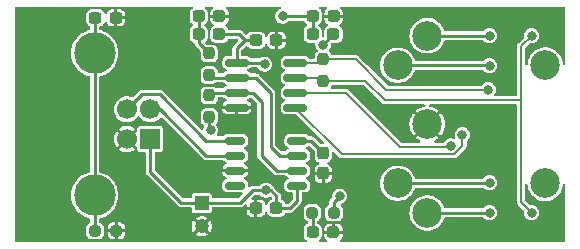
<source format=gtl>
%TF.GenerationSoftware,KiCad,Pcbnew,(7.0.0)*%
%TF.CreationDate,2023-03-18T20:28:03-04:00*%
%TF.ProjectId,nabu-interface,6e616275-2d69-46e7-9465-72666163652e,rev?*%
%TF.SameCoordinates,Original*%
%TF.FileFunction,Copper,L1,Top*%
%TF.FilePolarity,Positive*%
%FSLAX46Y46*%
G04 Gerber Fmt 4.6, Leading zero omitted, Abs format (unit mm)*
G04 Created by KiCad (PCBNEW (7.0.0)) date 2023-03-18 20:28:03*
%MOMM*%
%LPD*%
G01*
G04 APERTURE LIST*
G04 Aperture macros list*
%AMRoundRect*
0 Rectangle with rounded corners*
0 $1 Rounding radius*
0 $2 $3 $4 $5 $6 $7 $8 $9 X,Y pos of 4 corners*
0 Add a 4 corners polygon primitive as box body*
4,1,4,$2,$3,$4,$5,$6,$7,$8,$9,$2,$3,0*
0 Add four circle primitives for the rounded corners*
1,1,$1+$1,$2,$3*
1,1,$1+$1,$4,$5*
1,1,$1+$1,$6,$7*
1,1,$1+$1,$8,$9*
0 Add four rect primitives between the rounded corners*
20,1,$1+$1,$2,$3,$4,$5,0*
20,1,$1+$1,$4,$5,$6,$7,0*
20,1,$1+$1,$6,$7,$8,$9,0*
20,1,$1+$1,$8,$9,$2,$3,0*%
G04 Aperture macros list end*
%TA.AperFunction,SMDPad,CuDef*%
%ADD10RoundRect,0.237500X-0.250000X-0.237500X0.250000X-0.237500X0.250000X0.237500X-0.250000X0.237500X0*%
%TD*%
%TA.AperFunction,SMDPad,CuDef*%
%ADD11RoundRect,0.237500X0.287500X0.237500X-0.287500X0.237500X-0.287500X-0.237500X0.287500X-0.237500X0*%
%TD*%
%TA.AperFunction,SMDPad,CuDef*%
%ADD12RoundRect,0.237500X0.237500X-0.250000X0.237500X0.250000X-0.237500X0.250000X-0.237500X-0.250000X0*%
%TD*%
%TA.AperFunction,SMDPad,CuDef*%
%ADD13RoundRect,0.237500X-0.237500X0.250000X-0.237500X-0.250000X0.237500X-0.250000X0.237500X0.250000X0*%
%TD*%
%TA.AperFunction,SMDPad,CuDef*%
%ADD14RoundRect,0.237500X-0.287500X-0.237500X0.287500X-0.237500X0.287500X0.237500X-0.287500X0.237500X0*%
%TD*%
%TA.AperFunction,SMDPad,CuDef*%
%ADD15RoundRect,0.150000X-0.825000X-0.150000X0.825000X-0.150000X0.825000X0.150000X-0.825000X0.150000X0*%
%TD*%
%TA.AperFunction,SMDPad,CuDef*%
%ADD16RoundRect,0.150000X-0.675000X-0.150000X0.675000X-0.150000X0.675000X0.150000X-0.675000X0.150000X0*%
%TD*%
%TA.AperFunction,ComponentPad*%
%ADD17C,3.500000*%
%TD*%
%TA.AperFunction,ComponentPad*%
%ADD18C,1.700000*%
%TD*%
%TA.AperFunction,ComponentPad*%
%ADD19R,1.700000X1.700000*%
%TD*%
%TA.AperFunction,ComponentPad*%
%ADD20C,2.499360*%
%TD*%
%TA.AperFunction,WasherPad*%
%ADD21C,2.499360*%
%TD*%
%TA.AperFunction,ComponentPad*%
%ADD22C,1.200000*%
%TD*%
%TA.AperFunction,ComponentPad*%
%ADD23R,1.200000X1.200000*%
%TD*%
%TA.AperFunction,SMDPad,CuDef*%
%ADD24RoundRect,0.237500X-0.300000X-0.237500X0.300000X-0.237500X0.300000X0.237500X-0.300000X0.237500X0*%
%TD*%
%TA.AperFunction,SMDPad,CuDef*%
%ADD25RoundRect,0.237500X-0.237500X0.300000X-0.237500X-0.300000X0.237500X-0.300000X0.237500X0.300000X0*%
%TD*%
%TA.AperFunction,SMDPad,CuDef*%
%ADD26RoundRect,0.237500X0.300000X0.237500X-0.300000X0.237500X-0.300000X-0.237500X0.300000X-0.237500X0*%
%TD*%
%TA.AperFunction,ViaPad*%
%ADD27C,0.800000*%
%TD*%
%TA.AperFunction,Conductor*%
%ADD28C,0.200000*%
%TD*%
%TA.AperFunction,Conductor*%
%ADD29C,0.250000*%
%TD*%
G04 APERTURE END LIST*
D10*
%TO.P,R5,1*%
%TO.N,Net-(D5-A)*%
X96496500Y-109093000D03*
%TO.P,R5,2*%
%TO.N,+5V*%
X98321500Y-109093000D03*
%TD*%
D11*
%TO.P,D5,1,K*%
%TO.N,GND*%
X98284000Y-110744000D03*
%TO.P,D5,2,A*%
%TO.N,Net-(D5-A)*%
X96534000Y-110744000D03*
%TD*%
D12*
%TO.P,R4,2*%
%TO.N,Net-(U1-DI)*%
X87757000Y-99163500D03*
%TO.P,R4,1*%
%TO.N,Net-(D2-K)*%
X87757000Y-100988500D03*
%TD*%
D13*
%TO.P,R3,1*%
%TO.N,Net-(D1-K)*%
X87757000Y-95607500D03*
%TO.P,R3,2*%
%TO.N,Net-(U1-RO)*%
X87757000Y-97432500D03*
%TD*%
D11*
%TO.P,D4,1,K*%
%TO.N,GND*%
X88632000Y-92456000D03*
%TO.P,D4,2,A*%
%TO.N,Net-(D1-K)*%
X86882000Y-92456000D03*
%TD*%
%TO.P,D3,1,K*%
%TO.N,GND*%
X98298000Y-92456000D03*
%TO.P,D3,2,A*%
%TO.N,Net-(D2-K)*%
X96548000Y-92456000D03*
%TD*%
D14*
%TO.P,D2,1,K*%
%TO.N,Net-(D2-K)*%
X96534000Y-93980000D03*
%TO.P,D2,2,A*%
%TO.N,+5V*%
X98284000Y-93980000D03*
%TD*%
%TO.P,D1,2,A*%
%TO.N,+5V*%
X88632000Y-93980000D03*
%TO.P,D1,1,K*%
%TO.N,Net-(D1-K)*%
X86882000Y-93980000D03*
%TD*%
D15*
%TO.P,U1,1,VCC*%
%TO.N,+5V*%
X90108000Y-96393000D03*
%TO.P,U1,2,RO*%
%TO.N,Net-(U1-RO)*%
X90108000Y-97663000D03*
%TO.P,U1,3,DI*%
%TO.N,Net-(U1-DI)*%
X90108000Y-98933000D03*
%TO.P,U1,4,GND*%
%TO.N,GND*%
X90108000Y-100203000D03*
%TO.P,U1,5,~{DO}*%
%TO.N,/TXD-*%
X95058000Y-100203000D03*
%TO.P,U1,6,DO*%
%TO.N,/TXD+*%
X95058000Y-98933000D03*
%TO.P,U1,7,~{RI}*%
%TO.N,/RXD-*%
X95058000Y-97663000D03*
%TO.P,U1,8,RI*%
%TO.N,/RXD+*%
X95058000Y-96393000D03*
%TD*%
D16*
%TO.P,U2,1,UD+*%
%TO.N,Net-(J2-D+)*%
X89958000Y-102997000D03*
%TO.P,U2,2,UD-*%
%TO.N,Net-(J2-D-)*%
X89958000Y-104267000D03*
%TO.P,U2,3,GND*%
%TO.N,GND*%
X89958000Y-105537000D03*
%TO.P,U2,4,~{RTS}*%
%TO.N,unconnected-(U2-~{RTS}-Pad4)*%
X89958000Y-106807000D03*
%TO.P,U2,5,VCC*%
%TO.N,+5V*%
X95208000Y-106807000D03*
%TO.P,U2,6,TXD*%
%TO.N,Net-(U1-DI)*%
X95208000Y-105537000D03*
%TO.P,U2,7,RXD*%
%TO.N,Net-(U1-RO)*%
X95208000Y-104267000D03*
%TO.P,U2,8,V3*%
%TO.N,+3.3V*%
X95208000Y-102997000D03*
%TD*%
D10*
%TO.P,R2,1*%
%TO.N,Net-(J2-Shield)*%
X78081500Y-110617000D03*
%TO.P,R2,2*%
%TO.N,GND*%
X79906500Y-110617000D03*
%TD*%
D13*
%TO.P,R1,2*%
%TO.N,/RXD-*%
X97409000Y-97940500D03*
%TO.P,R1,1*%
%TO.N,/RXD+*%
X97409000Y-96115500D03*
%TD*%
D17*
%TO.P,J2,5,Shield*%
%TO.N,Net-(J2-Shield)*%
X78067500Y-95580000D03*
X78067500Y-107620000D03*
D18*
%TO.P,J2,4,GND*%
%TO.N,GND*%
X80777500Y-102850000D03*
%TO.P,J2,3,D+*%
%TO.N,Net-(J2-D+)*%
X80777500Y-100350000D03*
%TO.P,J2,2,D-*%
%TO.N,Net-(J2-D-)*%
X82777500Y-100350000D03*
D19*
%TO.P,J2,1,VBUS*%
%TO.N,+5V*%
X82777499Y-102849999D03*
%TD*%
D20*
%TO.P,J1,3*%
%TO.N,Net-(JP5-A)*%
X106222800Y-109098080D03*
%TO.P,J1,4*%
%TO.N,Net-(JP1-A)*%
X103720900Y-96603820D03*
%TO.P,J1,2*%
%TO.N,GND*%
X106220260Y-101600000D03*
%TO.P,J1,1*%
%TO.N,Net-(JP2-A)*%
X106222800Y-94101920D03*
%TO.P,J1,5*%
%TO.N,Net-(JP6-A)*%
X103720900Y-106596180D03*
D21*
%TO.P,J1,*%
%TO.N,*%
X116217700Y-96598740D03*
X116217700Y-106601260D03*
%TD*%
D22*
%TO.P,C5,2*%
%TO.N,GND*%
X87122000Y-110247401D03*
D23*
%TO.P,C5,1*%
%TO.N,+5V*%
X87121999Y-108247400D03*
%TD*%
D24*
%TO.P,C4,2*%
%TO.N,GND*%
X93445500Y-94488000D03*
%TO.P,C4,1*%
%TO.N,+5V*%
X91720500Y-94488000D03*
%TD*%
D25*
%TO.P,C3,1*%
%TO.N,+3.3V*%
X97409000Y-104039500D03*
%TO.P,C3,2*%
%TO.N,GND*%
X97409000Y-105764500D03*
%TD*%
D26*
%TO.P,C2,2*%
%TO.N,GND*%
X91720500Y-108712000D03*
%TO.P,C2,1*%
%TO.N,+5V*%
X93445500Y-108712000D03*
%TD*%
D24*
%TO.P,C1,1*%
%TO.N,Net-(J2-Shield)*%
X78131500Y-92583000D03*
%TO.P,C1,2*%
%TO.N,GND*%
X79856500Y-92583000D03*
%TD*%
D27*
%TO.N,/RXD+*%
X111379000Y-98679000D03*
%TO.N,/TXD+*%
X108204000Y-103440500D03*
%TO.N,/TXD-*%
X109205000Y-102489000D03*
%TO.N,/RXD-*%
X115062000Y-109093000D03*
X115062000Y-94107000D03*
%TO.N,Net-(JP5-A)*%
X111506000Y-109093000D03*
%TO.N,Net-(JP6-A)*%
X111506000Y-106553000D03*
%TO.N,Net-(JP2-A)*%
X111506000Y-94107000D03*
%TO.N,Net-(JP1-A)*%
X111506000Y-96647000D03*
%TO.N,+5V*%
X98806000Y-107696000D03*
%TO.N,Net-(D2-K)*%
X93980000Y-92456000D03*
X87884000Y-102108000D03*
%TO.N,+5V*%
X97409000Y-94869000D03*
X92583000Y-107188000D03*
X92456000Y-96520000D03*
%TD*%
D28*
%TO.N,/TXD-*%
X98995000Y-104140000D02*
X95058000Y-100203000D01*
X109205000Y-103429450D02*
X108494450Y-104140000D01*
X108494450Y-104140000D02*
X98995000Y-104140000D01*
X109205000Y-102489000D02*
X109205000Y-103429450D01*
%TO.N,/RXD+*%
X102743000Y-98679000D02*
X100179500Y-96115500D01*
X111379000Y-98679000D02*
X102743000Y-98679000D01*
X100179500Y-96115500D02*
X97409000Y-96115500D01*
%TO.N,/RXD-*%
X114173000Y-99568000D02*
X114173000Y-108204000D01*
X114173000Y-97790000D02*
X114173000Y-99568000D01*
X102616000Y-99568000D02*
X114173000Y-99568000D01*
X100988500Y-97940500D02*
X102616000Y-99568000D01*
X97409000Y-97940500D02*
X100988500Y-97940500D01*
%TO.N,/TXD+*%
X108139500Y-103505000D02*
X108204000Y-103440500D01*
X103886000Y-103505000D02*
X108139500Y-103505000D01*
X99314000Y-98933000D02*
X103886000Y-103505000D01*
X95058000Y-98933000D02*
X99314000Y-98933000D01*
%TO.N,/RXD-*%
X114173000Y-108204000D02*
X115062000Y-109093000D01*
X114173000Y-94996000D02*
X114173000Y-97790000D01*
X115062000Y-94107000D02*
X114173000Y-94996000D01*
D29*
%TO.N,Net-(JP6-A)*%
X111462820Y-106596180D02*
X103720900Y-106596180D01*
X111506000Y-106553000D02*
X111462820Y-106596180D01*
%TO.N,Net-(JP5-A)*%
X111500920Y-109098080D02*
X106222800Y-109098080D01*
X111506000Y-109093000D02*
X111500920Y-109098080D01*
%TO.N,Net-(JP2-A)*%
X111500920Y-94101920D02*
X106222800Y-94101920D01*
X111506000Y-94107000D02*
X111500920Y-94101920D01*
%TO.N,Net-(JP1-A)*%
X111506000Y-96647000D02*
X111462820Y-96603820D01*
X111462820Y-96603820D02*
X103720900Y-96603820D01*
%TO.N,+5V*%
X98284000Y-93994000D02*
X97409000Y-94869000D01*
X98284000Y-93980000D02*
X98284000Y-93994000D01*
X98321500Y-108180500D02*
X98806000Y-107696000D01*
X98321500Y-109093000D02*
X98321500Y-108180500D01*
%TO.N,Net-(D5-A)*%
X96534000Y-109130500D02*
X96496500Y-109093000D01*
X96534000Y-110744000D02*
X96534000Y-109130500D01*
%TO.N,Net-(J2-Shield)*%
X78067500Y-110603000D02*
X78081500Y-110617000D01*
X78067500Y-107620000D02*
X78067500Y-110603000D01*
X78067500Y-92647000D02*
X78131500Y-92583000D01*
X78067500Y-95580000D02*
X78067500Y-92647000D01*
%TO.N,Net-(D2-K)*%
X93980000Y-92456000D02*
X96548000Y-92456000D01*
X87757000Y-101981000D02*
X87884000Y-102108000D01*
X87757000Y-100988500D02*
X87757000Y-101981000D01*
%TO.N,+5V*%
X90297000Y-93980000D02*
X90805000Y-94488000D01*
X88632000Y-93980000D02*
X90297000Y-93980000D01*
%TO.N,Net-(D1-K)*%
X86882000Y-93980000D02*
X86882000Y-94732500D01*
X86882000Y-94732500D02*
X87757000Y-95607500D01*
X86882000Y-92456000D02*
X86882000Y-93980000D01*
%TO.N,Net-(D2-K)*%
X96548000Y-93966000D02*
X96534000Y-93980000D01*
X96548000Y-92456000D02*
X96548000Y-93966000D01*
%TO.N,Net-(U1-RO)*%
X87987500Y-97663000D02*
X87757000Y-97432500D01*
X90108000Y-97663000D02*
X87987500Y-97663000D01*
%TO.N,Net-(U1-DI)*%
X87987500Y-98933000D02*
X87757000Y-99163500D01*
X90108000Y-98933000D02*
X87987500Y-98933000D01*
%TO.N,+5V*%
X92583000Y-107188000D02*
X91440000Y-107188000D01*
X92964000Y-107188000D02*
X92583000Y-107188000D01*
X92329000Y-96393000D02*
X92456000Y-96520000D01*
X90108000Y-96393000D02*
X92329000Y-96393000D01*
%TO.N,Net-(U1-RO)*%
X91694000Y-97663000D02*
X90108000Y-97663000D01*
X92964000Y-103505000D02*
X92964000Y-98933000D01*
X92964000Y-98933000D02*
X91694000Y-97663000D01*
X93726000Y-104267000D02*
X92964000Y-103505000D01*
X95208000Y-104267000D02*
X93726000Y-104267000D01*
%TO.N,Net-(U1-DI)*%
X91440000Y-98933000D02*
X90108000Y-98933000D01*
X92202000Y-99695000D02*
X91440000Y-98933000D01*
X92202000Y-104267000D02*
X92202000Y-99695000D01*
X95208000Y-105537000D02*
X93472000Y-105537000D01*
X93472000Y-105537000D02*
X92202000Y-104267000D01*
%TO.N,+5V*%
X93445500Y-107669500D02*
X92964000Y-107188000D01*
X93445500Y-108712000D02*
X93445500Y-107669500D01*
X90380599Y-108247401D02*
X91440000Y-107188000D01*
X87122000Y-108247401D02*
X90380599Y-108247401D01*
X82777500Y-105637500D02*
X85387401Y-108247401D01*
X82777500Y-102850000D02*
X82777500Y-105637500D01*
X85387401Y-108247401D02*
X87122000Y-108247401D01*
%TO.N,Net-(J2-D-)*%
X83586000Y-100350000D02*
X82777500Y-100350000D01*
X87503000Y-104267000D02*
X83586000Y-100350000D01*
X89958000Y-104267000D02*
X87503000Y-104267000D01*
%TO.N,Net-(J2-D+)*%
X82067500Y-99060000D02*
X80777500Y-100350000D01*
X83566000Y-99060000D02*
X82067500Y-99060000D01*
X87503000Y-102997000D02*
X83566000Y-99060000D01*
X89958000Y-102997000D02*
X87503000Y-102997000D01*
%TO.N,Net-(J2-Shield)*%
X78067500Y-95580000D02*
X78067500Y-107620000D01*
%TO.N,+5V*%
X94615000Y-108712000D02*
X93445500Y-108712000D01*
X95208000Y-108119000D02*
X94615000Y-108712000D01*
X95208000Y-106807000D02*
X95208000Y-108119000D01*
X90108000Y-95185000D02*
X90108000Y-96393000D01*
X90805000Y-94488000D02*
X90108000Y-95185000D01*
X91720500Y-94488000D02*
X90805000Y-94488000D01*
%TO.N,+3.3V*%
X96366500Y-102997000D02*
X97409000Y-104039500D01*
X95208000Y-102997000D02*
X96366500Y-102997000D01*
D28*
%TO.N,/RXD+*%
X95058000Y-96393000D02*
X97131500Y-96393000D01*
X97131500Y-96393000D02*
X97409000Y-96115500D01*
%TO.N,/RXD-*%
X95058000Y-97663000D02*
X97131500Y-97663000D01*
X97131500Y-97663000D02*
X97409000Y-97940500D01*
%TD*%
%TA.AperFunction,Conductor*%
%TO.N,GND*%
G36*
X86312761Y-91659200D02*
G01*
X86348791Y-91708236D01*
X86349334Y-91769082D01*
X86314186Y-91818753D01*
X86251556Y-91865637D01*
X86251552Y-91865640D01*
X86245884Y-91869884D01*
X86241640Y-91875552D01*
X86241637Y-91875556D01*
X86166031Y-91976552D01*
X86166026Y-91976559D01*
X86161788Y-91982222D01*
X86159315Y-91988852D01*
X86159313Y-91988856D01*
X86114912Y-92107900D01*
X86114910Y-92107904D01*
X86112749Y-92113701D01*
X86112087Y-92119852D01*
X86112087Y-92119855D01*
X86106782Y-92169196D01*
X86106781Y-92169209D01*
X86106500Y-92171826D01*
X86106500Y-92740174D01*
X86106781Y-92742791D01*
X86106782Y-92742803D01*
X86112087Y-92792144D01*
X86112749Y-92798299D01*
X86114911Y-92804096D01*
X86114912Y-92804099D01*
X86159313Y-92923143D01*
X86161788Y-92929778D01*
X86166028Y-92935443D01*
X86166031Y-92935447D01*
X86212908Y-92998066D01*
X86245884Y-93042116D01*
X86251556Y-93046362D01*
X86352552Y-93121968D01*
X86358222Y-93126212D01*
X86364851Y-93128684D01*
X86369295Y-93131111D01*
X86406990Y-93167484D01*
X86420848Y-93218000D01*
X86406990Y-93268516D01*
X86369295Y-93304889D01*
X86364850Y-93307315D01*
X86358222Y-93309788D01*
X86352561Y-93314025D01*
X86352555Y-93314029D01*
X86251556Y-93389637D01*
X86251552Y-93389640D01*
X86245884Y-93393884D01*
X86241640Y-93399552D01*
X86241637Y-93399556D01*
X86166031Y-93500552D01*
X86166026Y-93500559D01*
X86161788Y-93506222D01*
X86159315Y-93512852D01*
X86159313Y-93512856D01*
X86114912Y-93631900D01*
X86114910Y-93631904D01*
X86112749Y-93637701D01*
X86112087Y-93643852D01*
X86112087Y-93643855D01*
X86106782Y-93693196D01*
X86106781Y-93693209D01*
X86106500Y-93695826D01*
X86106500Y-94264174D01*
X86106781Y-94266791D01*
X86106782Y-94266803D01*
X86112087Y-94316144D01*
X86112749Y-94322299D01*
X86114911Y-94328096D01*
X86114912Y-94328099D01*
X86149153Y-94419902D01*
X86161788Y-94453778D01*
X86166028Y-94459443D01*
X86166031Y-94459447D01*
X86241637Y-94560443D01*
X86245884Y-94566116D01*
X86251556Y-94570362D01*
X86352552Y-94645968D01*
X86352554Y-94645969D01*
X86358222Y-94650212D01*
X86443005Y-94681834D01*
X86487323Y-94714813D01*
X86506032Y-94763695D01*
X86506501Y-94763617D01*
X86507171Y-94767639D01*
X86507172Y-94767643D01*
X86510004Y-94784616D01*
X86510592Y-94788658D01*
X86516118Y-94832986D01*
X86516120Y-94832993D01*
X86517134Y-94841126D01*
X86520621Y-94848261D01*
X86520627Y-94848279D01*
X86521935Y-94856110D01*
X86525834Y-94863316D01*
X86525837Y-94863323D01*
X86547087Y-94902590D01*
X86548959Y-94906226D01*
X86567822Y-94944811D01*
X86572174Y-94953711D01*
X86577791Y-94959328D01*
X86577800Y-94959341D01*
X86581581Y-94966326D01*
X86587615Y-94971880D01*
X86587616Y-94971882D01*
X86620446Y-95002104D01*
X86623399Y-95004936D01*
X87002504Y-95384041D01*
X87023964Y-95416159D01*
X87031500Y-95454045D01*
X87031500Y-95904174D01*
X87031781Y-95906791D01*
X87031782Y-95906803D01*
X87033250Y-95920456D01*
X87037749Y-95962299D01*
X87039911Y-95968096D01*
X87039912Y-95968099D01*
X87064605Y-96034304D01*
X87086788Y-96093778D01*
X87091028Y-96099443D01*
X87091031Y-96099447D01*
X87160509Y-96192257D01*
X87170884Y-96206116D01*
X87176556Y-96210362D01*
X87277552Y-96285968D01*
X87277554Y-96285969D01*
X87283222Y-96290212D01*
X87414701Y-96339251D01*
X87472826Y-96345500D01*
X88038527Y-96345500D01*
X88041174Y-96345500D01*
X88099299Y-96339251D01*
X88230778Y-96290212D01*
X88343116Y-96206116D01*
X88427212Y-96093778D01*
X88476251Y-95962299D01*
X88482500Y-95904174D01*
X88482500Y-95310826D01*
X88476251Y-95252701D01*
X88427212Y-95121222D01*
X88422969Y-95115554D01*
X88422968Y-95115552D01*
X88347362Y-95014556D01*
X88343116Y-95008884D01*
X88337443Y-95004637D01*
X88236447Y-94929031D01*
X88236443Y-94929028D01*
X88230778Y-94924788D01*
X88224144Y-94922313D01*
X88224143Y-94922313D01*
X88105099Y-94877912D01*
X88105096Y-94877911D01*
X88099299Y-94875749D01*
X88093146Y-94875087D01*
X88093144Y-94875087D01*
X88043803Y-94869782D01*
X88043791Y-94869781D01*
X88041174Y-94869500D01*
X88038527Y-94869500D01*
X87591046Y-94869500D01*
X87553160Y-94861964D01*
X87521042Y-94840504D01*
X87443658Y-94763120D01*
X87416924Y-94714160D01*
X87420904Y-94658519D01*
X87454332Y-94613864D01*
X87518116Y-94566116D01*
X87602212Y-94453778D01*
X87651251Y-94322299D01*
X87657500Y-94264174D01*
X87657500Y-93695826D01*
X87651251Y-93637701D01*
X87602212Y-93506222D01*
X87597969Y-93500554D01*
X87597968Y-93500552D01*
X87522362Y-93399556D01*
X87518116Y-93393884D01*
X87502290Y-93382037D01*
X87418383Y-93319224D01*
X87405778Y-93309788D01*
X87399142Y-93307313D01*
X87394705Y-93304890D01*
X87357010Y-93268517D01*
X87343151Y-93218000D01*
X87357010Y-93167483D01*
X87394705Y-93131110D01*
X87399140Y-93128687D01*
X87405778Y-93126212D01*
X87518116Y-93042116D01*
X87602212Y-92929778D01*
X87651251Y-92798299D01*
X87657500Y-92740174D01*
X87657500Y-92171826D01*
X87651251Y-92113701D01*
X87602212Y-91982222D01*
X87597969Y-91976554D01*
X87597968Y-91976552D01*
X87522362Y-91875556D01*
X87518116Y-91869884D01*
X87509695Y-91863580D01*
X87449814Y-91818753D01*
X87414666Y-91769082D01*
X87415209Y-91708236D01*
X87451239Y-91659200D01*
X87509143Y-91640500D01*
X88005692Y-91640500D01*
X88063596Y-91659200D01*
X88099626Y-91708236D01*
X88100169Y-91769083D01*
X88065020Y-91818754D01*
X88001912Y-91865995D01*
X87991994Y-91875913D01*
X87916472Y-91976799D01*
X87909758Y-91989094D01*
X87865405Y-92108009D01*
X87862580Y-92119963D01*
X87857282Y-92169240D01*
X87857000Y-92174517D01*
X87857000Y-92317967D01*
X87859754Y-92328245D01*
X87870033Y-92331000D01*
X89393967Y-92331000D01*
X89404245Y-92328245D01*
X89407000Y-92317967D01*
X89407000Y-92174517D01*
X89406717Y-92169240D01*
X89401419Y-92119963D01*
X89398594Y-92108009D01*
X89354241Y-91989094D01*
X89347527Y-91976799D01*
X89272005Y-91875913D01*
X89262087Y-91865995D01*
X89198980Y-91818754D01*
X89163831Y-91769083D01*
X89164374Y-91708236D01*
X89200404Y-91659200D01*
X89258308Y-91640500D01*
X93755107Y-91640500D01*
X93809360Y-91656690D01*
X93845870Y-91699963D01*
X93852694Y-91756168D01*
X93827601Y-91806921D01*
X93778799Y-91835623D01*
X93753451Y-91841870D01*
X93753447Y-91841871D01*
X93747635Y-91843304D01*
X93742336Y-91846084D01*
X93742331Y-91846087D01*
X93613063Y-91913933D01*
X93613058Y-91913936D01*
X93607760Y-91916717D01*
X93603279Y-91920686D01*
X93603277Y-91920688D01*
X93493999Y-92017498D01*
X93493993Y-92017504D01*
X93489517Y-92021470D01*
X93486117Y-92026395D01*
X93486115Y-92026398D01*
X93403180Y-92146550D01*
X93403177Y-92146555D01*
X93399780Y-92151477D01*
X93397659Y-92157068D01*
X93397657Y-92157073D01*
X93353457Y-92273621D01*
X93343763Y-92299182D01*
X93343042Y-92305119D01*
X93343040Y-92305128D01*
X93326062Y-92444967D01*
X93324722Y-92456000D01*
X93325444Y-92461946D01*
X93343040Y-92606871D01*
X93343041Y-92606878D01*
X93343763Y-92612818D01*
X93345885Y-92618415D01*
X93345886Y-92618416D01*
X93393059Y-92742803D01*
X93399780Y-92760523D01*
X93489517Y-92890530D01*
X93493997Y-92894499D01*
X93493999Y-92894501D01*
X93533819Y-92929778D01*
X93607760Y-92995283D01*
X93747635Y-93068696D01*
X93901015Y-93106500D01*
X94052997Y-93106500D01*
X94058985Y-93106500D01*
X94212365Y-93068696D01*
X94352240Y-92995283D01*
X94470483Y-92890530D01*
X94473889Y-92885596D01*
X94481713Y-92874262D01*
X94517180Y-92842840D01*
X94563188Y-92831500D01*
X95722395Y-92831500D01*
X95778857Y-92849179D01*
X95815152Y-92895901D01*
X95827788Y-92929778D01*
X95832028Y-92935443D01*
X95832031Y-92935447D01*
X95878908Y-92998066D01*
X95911884Y-93042116D01*
X96024222Y-93126212D01*
X96029713Y-93128260D01*
X96068720Y-93167264D01*
X96080580Y-93221769D01*
X96061092Y-93274034D01*
X96022522Y-93302914D01*
X96023071Y-93303920D01*
X96016853Y-93307314D01*
X96010222Y-93309788D01*
X96004559Y-93314026D01*
X96004552Y-93314031D01*
X95903556Y-93389637D01*
X95903552Y-93389640D01*
X95897884Y-93393884D01*
X95893640Y-93399552D01*
X95893637Y-93399556D01*
X95818031Y-93500552D01*
X95818026Y-93500559D01*
X95813788Y-93506222D01*
X95811315Y-93512852D01*
X95811313Y-93512856D01*
X95766912Y-93631900D01*
X95766910Y-93631904D01*
X95764749Y-93637701D01*
X95764087Y-93643852D01*
X95764087Y-93643855D01*
X95758782Y-93693196D01*
X95758781Y-93693209D01*
X95758500Y-93695826D01*
X95758500Y-94264174D01*
X95758781Y-94266791D01*
X95758782Y-94266803D01*
X95764087Y-94316144D01*
X95764749Y-94322299D01*
X95766911Y-94328096D01*
X95766912Y-94328099D01*
X95801153Y-94419902D01*
X95813788Y-94453778D01*
X95818028Y-94459443D01*
X95818031Y-94459447D01*
X95893637Y-94560443D01*
X95897884Y-94566116D01*
X95903556Y-94570362D01*
X96004552Y-94645968D01*
X96004554Y-94645969D01*
X96010222Y-94650212D01*
X96141701Y-94699251D01*
X96199826Y-94705500D01*
X96661827Y-94705500D01*
X96714739Y-94720826D01*
X96751269Y-94762060D01*
X96760104Y-94816432D01*
X96753722Y-94869000D01*
X96754444Y-94874946D01*
X96772040Y-95019871D01*
X96772041Y-95019878D01*
X96772763Y-95025818D01*
X96774885Y-95031415D01*
X96774886Y-95031416D01*
X96823911Y-95160686D01*
X96828780Y-95173523D01*
X96832179Y-95178448D01*
X96832180Y-95178449D01*
X96862348Y-95222155D01*
X96918517Y-95303530D01*
X96923000Y-95307501D01*
X96923315Y-95307857D01*
X96946719Y-95356374D01*
X96941256Y-95409964D01*
X96908542Y-95452760D01*
X96828556Y-95512637D01*
X96828552Y-95512640D01*
X96822884Y-95516884D01*
X96818640Y-95522552D01*
X96818637Y-95522556D01*
X96743031Y-95623552D01*
X96743026Y-95623559D01*
X96738788Y-95629222D01*
X96736315Y-95635852D01*
X96736313Y-95635856D01*
X96691912Y-95754900D01*
X96691910Y-95754904D01*
X96689749Y-95760701D01*
X96689087Y-95766852D01*
X96689087Y-95766855D01*
X96683782Y-95816196D01*
X96683781Y-95816209D01*
X96683500Y-95818826D01*
X96683500Y-95821473D01*
X96683500Y-95943500D01*
X96670237Y-95993000D01*
X96634000Y-96029237D01*
X96584500Y-96042500D01*
X96287481Y-96042500D01*
X96242536Y-96031710D01*
X96211194Y-96004942D01*
X96211050Y-96004658D01*
X96121342Y-95914950D01*
X96008304Y-95857354D01*
X96000610Y-95856135D01*
X96000609Y-95856135D01*
X95918365Y-95843109D01*
X95918363Y-95843108D01*
X95914519Y-95842500D01*
X95910625Y-95842500D01*
X94205376Y-95842500D01*
X94205363Y-95842500D01*
X94201482Y-95842501D01*
X94197640Y-95843109D01*
X94197633Y-95843110D01*
X94115389Y-95856135D01*
X94115385Y-95856136D01*
X94107696Y-95857354D01*
X94100760Y-95860887D01*
X94100757Y-95860889D01*
X94001597Y-95911414D01*
X94001595Y-95911415D01*
X93994658Y-95914950D01*
X93989154Y-95920453D01*
X93989151Y-95920456D01*
X93910456Y-95999151D01*
X93910453Y-95999154D01*
X93904950Y-96004658D01*
X93901415Y-96011595D01*
X93901414Y-96011597D01*
X93850890Y-96110755D01*
X93850888Y-96110758D01*
X93847354Y-96117696D01*
X93846135Y-96125387D01*
X93846135Y-96125390D01*
X93833109Y-96207634D01*
X93832500Y-96211481D01*
X93832500Y-96215372D01*
X93832500Y-96215373D01*
X93832500Y-96570623D01*
X93832500Y-96570635D01*
X93832501Y-96574518D01*
X93833109Y-96578360D01*
X93833110Y-96578366D01*
X93844921Y-96652946D01*
X93847354Y-96668304D01*
X93904950Y-96781342D01*
X93994658Y-96871050D01*
X94107696Y-96928646D01*
X94117383Y-96930180D01*
X94117627Y-96930219D01*
X94120182Y-96931421D01*
X94122800Y-96932272D01*
X94122692Y-96932602D01*
X94167610Y-96953739D01*
X94197210Y-97000379D01*
X94197210Y-97055619D01*
X94167611Y-97102260D01*
X94122692Y-97123398D01*
X94122800Y-97123728D01*
X94120188Y-97124576D01*
X94117629Y-97125780D01*
X94117380Y-97125820D01*
X94115388Y-97126135D01*
X94115383Y-97126136D01*
X94107696Y-97127354D01*
X94100760Y-97130887D01*
X94100757Y-97130889D01*
X94001597Y-97181414D01*
X94001595Y-97181415D01*
X93994658Y-97184950D01*
X93989154Y-97190453D01*
X93989151Y-97190456D01*
X93910456Y-97269151D01*
X93910453Y-97269154D01*
X93904950Y-97274658D01*
X93901415Y-97281595D01*
X93901414Y-97281597D01*
X93850890Y-97380755D01*
X93850888Y-97380758D01*
X93847354Y-97387696D01*
X93846135Y-97395387D01*
X93846135Y-97395390D01*
X93841443Y-97425016D01*
X93832500Y-97481481D01*
X93832500Y-97485372D01*
X93832500Y-97485373D01*
X93832500Y-97840623D01*
X93832500Y-97840635D01*
X93832501Y-97844518D01*
X93833109Y-97848360D01*
X93833110Y-97848366D01*
X93844261Y-97918778D01*
X93847354Y-97938304D01*
X93904950Y-98051342D01*
X93994658Y-98141050D01*
X94107696Y-98198646D01*
X94117383Y-98200180D01*
X94117627Y-98200219D01*
X94120182Y-98201421D01*
X94122800Y-98202272D01*
X94122692Y-98202602D01*
X94167610Y-98223739D01*
X94197210Y-98270379D01*
X94197210Y-98325619D01*
X94167611Y-98372260D01*
X94122692Y-98393398D01*
X94122800Y-98393728D01*
X94120188Y-98394576D01*
X94117629Y-98395780D01*
X94117380Y-98395820D01*
X94115388Y-98396135D01*
X94115383Y-98396136D01*
X94107696Y-98397354D01*
X94100760Y-98400887D01*
X94100757Y-98400889D01*
X94001597Y-98451414D01*
X94001595Y-98451415D01*
X93994658Y-98454950D01*
X93989154Y-98460453D01*
X93989151Y-98460456D01*
X93910456Y-98539151D01*
X93910453Y-98539154D01*
X93904950Y-98544658D01*
X93901415Y-98551595D01*
X93901414Y-98551597D01*
X93850890Y-98650755D01*
X93850888Y-98650758D01*
X93847354Y-98657696D01*
X93846135Y-98665387D01*
X93846135Y-98665390D01*
X93833277Y-98746573D01*
X93832500Y-98751481D01*
X93832500Y-98755372D01*
X93832500Y-98755373D01*
X93832500Y-99110623D01*
X93832500Y-99110635D01*
X93832501Y-99114518D01*
X93833109Y-99118360D01*
X93833110Y-99118366D01*
X93834880Y-99129545D01*
X93847354Y-99208304D01*
X93850888Y-99215241D01*
X93850889Y-99215242D01*
X93868774Y-99250342D01*
X93904950Y-99321342D01*
X93994658Y-99411050D01*
X94107696Y-99468646D01*
X94117383Y-99470180D01*
X94117627Y-99470219D01*
X94120182Y-99471421D01*
X94122800Y-99472272D01*
X94122692Y-99472602D01*
X94167610Y-99493739D01*
X94197210Y-99540379D01*
X94197210Y-99595619D01*
X94167611Y-99642260D01*
X94122692Y-99663398D01*
X94122800Y-99663728D01*
X94120188Y-99664576D01*
X94117629Y-99665780D01*
X94117380Y-99665820D01*
X94115388Y-99666135D01*
X94115383Y-99666136D01*
X94107696Y-99667354D01*
X94100760Y-99670887D01*
X94100757Y-99670889D01*
X94001597Y-99721414D01*
X94001595Y-99721415D01*
X93994658Y-99724950D01*
X93989154Y-99730453D01*
X93989151Y-99730456D01*
X93910456Y-99809151D01*
X93910453Y-99809154D01*
X93904950Y-99814658D01*
X93901415Y-99821595D01*
X93901414Y-99821597D01*
X93850890Y-99920755D01*
X93850888Y-99920758D01*
X93847354Y-99927696D01*
X93846135Y-99935387D01*
X93846135Y-99935390D01*
X93833109Y-100017633D01*
X93832500Y-100021481D01*
X93832500Y-100025372D01*
X93832500Y-100025373D01*
X93832500Y-100380623D01*
X93832500Y-100380635D01*
X93832501Y-100384518D01*
X93833109Y-100388360D01*
X93833110Y-100388366D01*
X93846110Y-100470453D01*
X93847354Y-100478304D01*
X93904950Y-100591342D01*
X93994658Y-100681050D01*
X94107696Y-100738646D01*
X94201481Y-100753500D01*
X95071809Y-100753499D01*
X95109695Y-100761035D01*
X95141813Y-100782495D01*
X96355856Y-101996538D01*
X97441815Y-103082496D01*
X97468909Y-103133186D01*
X97463275Y-103190386D01*
X97426812Y-103234815D01*
X97371811Y-103251500D01*
X97193046Y-103251500D01*
X97155160Y-103243964D01*
X97123042Y-103222504D01*
X96666810Y-102766272D01*
X96653934Y-102750414D01*
X96651070Y-102746031D01*
X96646584Y-102739164D01*
X96620391Y-102718777D01*
X96616085Y-102714975D01*
X96616043Y-102715025D01*
X96612908Y-102712370D01*
X96610018Y-102709480D01*
X96592660Y-102697087D01*
X96589388Y-102694647D01*
X96554163Y-102667230D01*
X96554162Y-102667229D01*
X96547689Y-102662191D01*
X96540175Y-102659611D01*
X96540161Y-102659604D01*
X96533699Y-102654990D01*
X96525838Y-102652649D01*
X96525837Y-102652649D01*
X96483051Y-102639911D01*
X96479156Y-102638663D01*
X96436917Y-102624162D01*
X96436911Y-102624161D01*
X96429160Y-102621500D01*
X96421212Y-102621500D01*
X96421200Y-102621498D01*
X96413588Y-102619232D01*
X96405387Y-102619571D01*
X96360798Y-102621415D01*
X96356708Y-102621500D01*
X96264900Y-102621500D01*
X96227014Y-102613964D01*
X96194896Y-102592504D01*
X96126848Y-102524456D01*
X96121342Y-102518950D01*
X96062562Y-102489000D01*
X96015244Y-102464890D01*
X96015243Y-102464889D01*
X96008304Y-102461354D01*
X96000610Y-102460135D01*
X96000609Y-102460135D01*
X95918365Y-102447109D01*
X95918363Y-102447108D01*
X95914519Y-102446500D01*
X95910625Y-102446500D01*
X94505376Y-102446500D01*
X94505363Y-102446500D01*
X94501482Y-102446501D01*
X94497640Y-102447109D01*
X94497633Y-102447110D01*
X94415389Y-102460135D01*
X94415385Y-102460136D01*
X94407696Y-102461354D01*
X94400760Y-102464887D01*
X94400757Y-102464889D01*
X94301597Y-102515414D01*
X94301595Y-102515415D01*
X94294658Y-102518950D01*
X94289154Y-102524453D01*
X94289151Y-102524456D01*
X94210456Y-102603151D01*
X94210453Y-102603154D01*
X94204950Y-102608658D01*
X94201415Y-102615595D01*
X94201414Y-102615597D01*
X94150890Y-102714755D01*
X94150888Y-102714758D01*
X94147354Y-102721696D01*
X94146135Y-102729387D01*
X94146135Y-102729390D01*
X94133109Y-102811633D01*
X94132500Y-102815481D01*
X94132500Y-102819372D01*
X94132500Y-102819373D01*
X94132500Y-103174623D01*
X94132500Y-103174635D01*
X94132501Y-103178518D01*
X94133109Y-103182360D01*
X94133110Y-103182366D01*
X94144587Y-103254836D01*
X94147354Y-103272304D01*
X94204950Y-103385342D01*
X94294658Y-103475050D01*
X94407696Y-103532646D01*
X94417383Y-103534180D01*
X94417627Y-103534219D01*
X94420182Y-103535421D01*
X94422800Y-103536272D01*
X94422692Y-103536602D01*
X94467610Y-103557739D01*
X94497210Y-103604379D01*
X94497210Y-103659619D01*
X94467611Y-103706260D01*
X94422692Y-103727398D01*
X94422800Y-103727728D01*
X94420188Y-103728576D01*
X94417629Y-103729780D01*
X94417380Y-103729820D01*
X94415388Y-103730135D01*
X94415383Y-103730136D01*
X94407696Y-103731354D01*
X94400760Y-103734887D01*
X94400757Y-103734889D01*
X94301597Y-103785414D01*
X94301595Y-103785415D01*
X94294658Y-103788950D01*
X94289154Y-103794453D01*
X94289151Y-103794456D01*
X94221104Y-103862504D01*
X94188986Y-103883964D01*
X94151100Y-103891500D01*
X93922545Y-103891500D01*
X93884659Y-103883964D01*
X93852541Y-103862503D01*
X93368496Y-103378457D01*
X93347036Y-103346340D01*
X93339500Y-103308454D01*
X93339500Y-98982212D01*
X93341607Y-98961896D01*
X93342684Y-98956758D01*
X93342683Y-98956758D01*
X93344367Y-98948732D01*
X93340260Y-98915783D01*
X93339904Y-98910059D01*
X93339838Y-98910065D01*
X93339500Y-98905991D01*
X93339500Y-98901886D01*
X93335990Y-98880857D01*
X93335405Y-98876840D01*
X93333829Y-98864196D01*
X93328866Y-98824374D01*
X93325374Y-98817232D01*
X93325372Y-98817225D01*
X93324065Y-98809390D01*
X93298916Y-98762918D01*
X93297044Y-98759281D01*
X93280801Y-98726057D01*
X93273826Y-98711789D01*
X93268207Y-98706170D01*
X93268198Y-98706158D01*
X93264419Y-98699174D01*
X93225552Y-98663394D01*
X93222599Y-98660562D01*
X91994310Y-97432272D01*
X91981434Y-97416414D01*
X91978570Y-97412031D01*
X91974084Y-97405164D01*
X91947891Y-97384777D01*
X91943585Y-97380975D01*
X91943543Y-97381025D01*
X91940408Y-97378370D01*
X91937518Y-97375480D01*
X91920160Y-97363087D01*
X91916888Y-97360647D01*
X91881663Y-97333230D01*
X91881662Y-97333229D01*
X91875189Y-97328191D01*
X91867675Y-97325611D01*
X91867661Y-97325604D01*
X91861199Y-97320990D01*
X91853338Y-97318649D01*
X91853337Y-97318649D01*
X91810551Y-97305911D01*
X91806656Y-97304663D01*
X91764417Y-97290162D01*
X91764411Y-97290161D01*
X91756660Y-97287500D01*
X91748712Y-97287500D01*
X91748700Y-97287498D01*
X91741088Y-97285232D01*
X91732887Y-97285571D01*
X91688298Y-97287415D01*
X91684208Y-97287500D01*
X91314900Y-97287500D01*
X91277014Y-97279964D01*
X91244896Y-97258504D01*
X91176848Y-97190456D01*
X91176847Y-97190455D01*
X91171342Y-97184950D01*
X91058304Y-97127354D01*
X91050610Y-97126135D01*
X91050606Y-97126134D01*
X91048364Y-97125779D01*
X91045803Y-97124573D01*
X91043200Y-97123728D01*
X91043306Y-97123398D01*
X90998382Y-97102255D01*
X90968787Y-97055611D01*
X90968792Y-97000370D01*
X90998396Y-96953731D01*
X91043307Y-96932602D01*
X91043200Y-96932272D01*
X91045820Y-96931420D01*
X91048376Y-96930218D01*
X91058304Y-96928646D01*
X91171342Y-96871050D01*
X91244896Y-96797496D01*
X91277014Y-96776036D01*
X91314900Y-96768500D01*
X91787345Y-96768500D01*
X91838564Y-96782779D01*
X91874378Y-96820828D01*
X91875780Y-96824523D01*
X91965517Y-96954530D01*
X92083760Y-97059283D01*
X92223635Y-97132696D01*
X92377015Y-97170500D01*
X92528997Y-97170500D01*
X92534985Y-97170500D01*
X92688365Y-97132696D01*
X92828240Y-97059283D01*
X92946483Y-96954530D01*
X93036220Y-96824523D01*
X93092237Y-96676818D01*
X93111278Y-96520000D01*
X93092237Y-96363182D01*
X93036220Y-96215477D01*
X92946483Y-96085470D01*
X92942001Y-96081500D01*
X92942000Y-96081498D01*
X92849048Y-95999151D01*
X92828240Y-95980717D01*
X92713424Y-95920456D01*
X92693668Y-95910087D01*
X92693666Y-95910086D01*
X92688365Y-95907304D01*
X92682550Y-95905870D01*
X92682548Y-95905870D01*
X92540800Y-95870933D01*
X92540798Y-95870932D01*
X92534985Y-95869500D01*
X92377015Y-95869500D01*
X92371202Y-95870932D01*
X92371199Y-95870933D01*
X92229451Y-95905870D01*
X92229447Y-95905871D01*
X92223635Y-95907304D01*
X92218336Y-95910084D01*
X92218331Y-95910087D01*
X92089063Y-95977933D01*
X92089058Y-95977936D01*
X92083760Y-95980717D01*
X92079279Y-95984686D01*
X92079277Y-95984688D01*
X92070342Y-95992604D01*
X92039799Y-96011067D01*
X92004694Y-96017500D01*
X91314900Y-96017500D01*
X91277014Y-96009964D01*
X91244896Y-95988504D01*
X91176848Y-95920456D01*
X91176847Y-95920455D01*
X91171342Y-95914950D01*
X91058304Y-95857354D01*
X91050610Y-95856135D01*
X91050609Y-95856135D01*
X90968365Y-95843109D01*
X90968363Y-95843108D01*
X90964519Y-95842500D01*
X90960626Y-95842500D01*
X90582500Y-95842500D01*
X90533000Y-95829237D01*
X90496763Y-95793000D01*
X90483500Y-95743500D01*
X90483500Y-95381545D01*
X90491036Y-95343659D01*
X90512496Y-95311542D01*
X90853259Y-94970778D01*
X90902219Y-94944044D01*
X90957860Y-94948023D01*
X91002516Y-94981452D01*
X91033678Y-95023080D01*
X91071884Y-95074116D01*
X91077556Y-95078362D01*
X91178552Y-95153968D01*
X91178554Y-95153969D01*
X91184222Y-95158212D01*
X91315701Y-95207251D01*
X91373826Y-95213500D01*
X92064527Y-95213500D01*
X92067174Y-95213500D01*
X92125299Y-95207251D01*
X92256778Y-95158212D01*
X92369116Y-95074116D01*
X92453212Y-94961778D01*
X92490508Y-94861780D01*
X92526803Y-94815058D01*
X92583265Y-94797378D01*
X92639727Y-94815057D01*
X92676024Y-94861780D01*
X92710759Y-94954907D01*
X92717472Y-94967200D01*
X92792994Y-95068086D01*
X92802913Y-95078005D01*
X92903799Y-95153527D01*
X92916094Y-95160241D01*
X93035009Y-95204594D01*
X93046963Y-95207419D01*
X93096240Y-95212717D01*
X93101517Y-95213000D01*
X93307467Y-95213000D01*
X93317745Y-95210245D01*
X93320500Y-95199967D01*
X93570500Y-95199967D01*
X93573254Y-95210245D01*
X93583533Y-95213000D01*
X93789483Y-95213000D01*
X93794759Y-95212717D01*
X93844036Y-95207419D01*
X93855990Y-95204594D01*
X93974905Y-95160241D01*
X93987200Y-95153527D01*
X94088086Y-95078005D01*
X94098005Y-95068086D01*
X94173527Y-94967200D01*
X94180241Y-94954905D01*
X94224594Y-94835990D01*
X94227419Y-94824036D01*
X94232717Y-94774759D01*
X94233000Y-94769483D01*
X94233000Y-94626033D01*
X94230245Y-94615754D01*
X94219967Y-94613000D01*
X93583533Y-94613000D01*
X93573254Y-94615754D01*
X93570500Y-94626033D01*
X93570500Y-95199967D01*
X93320500Y-95199967D01*
X93320500Y-94349967D01*
X93570500Y-94349967D01*
X93573254Y-94360245D01*
X93583533Y-94363000D01*
X94219967Y-94363000D01*
X94230245Y-94360245D01*
X94233000Y-94349967D01*
X94233000Y-94206517D01*
X94232717Y-94201240D01*
X94227419Y-94151963D01*
X94224594Y-94140009D01*
X94180241Y-94021094D01*
X94173527Y-94008799D01*
X94098005Y-93907913D01*
X94088086Y-93897994D01*
X93987200Y-93822472D01*
X93974905Y-93815758D01*
X93855990Y-93771405D01*
X93844036Y-93768580D01*
X93794759Y-93763282D01*
X93789483Y-93763000D01*
X93583533Y-93763000D01*
X93573254Y-93765754D01*
X93570500Y-93776033D01*
X93570500Y-94349967D01*
X93320500Y-94349967D01*
X93320500Y-93776033D01*
X93317745Y-93765754D01*
X93307467Y-93763000D01*
X93101517Y-93763000D01*
X93096240Y-93763282D01*
X93046963Y-93768580D01*
X93035009Y-93771405D01*
X92916094Y-93815758D01*
X92903799Y-93822472D01*
X92802913Y-93897994D01*
X92792994Y-93907913D01*
X92717472Y-94008799D01*
X92710759Y-94021093D01*
X92676024Y-94114219D01*
X92639727Y-94160942D01*
X92583265Y-94178621D01*
X92526803Y-94160941D01*
X92490508Y-94114217D01*
X92485921Y-94101920D01*
X92453212Y-94014222D01*
X92448969Y-94008554D01*
X92448968Y-94008552D01*
X92373362Y-93907556D01*
X92369116Y-93901884D01*
X92310802Y-93858230D01*
X92262447Y-93822031D01*
X92262443Y-93822028D01*
X92256778Y-93817788D01*
X92250144Y-93815313D01*
X92250143Y-93815313D01*
X92131099Y-93770912D01*
X92131096Y-93770911D01*
X92125299Y-93768749D01*
X92119146Y-93768087D01*
X92119144Y-93768087D01*
X92069803Y-93762782D01*
X92069791Y-93762781D01*
X92067174Y-93762500D01*
X91373826Y-93762500D01*
X91371209Y-93762781D01*
X91371196Y-93762782D01*
X91321855Y-93768087D01*
X91321852Y-93768087D01*
X91315701Y-93768749D01*
X91309904Y-93770910D01*
X91309900Y-93770912D01*
X91190856Y-93815313D01*
X91190852Y-93815315D01*
X91184222Y-93817788D01*
X91178559Y-93822026D01*
X91178552Y-93822031D01*
X91077556Y-93897637D01*
X91077552Y-93897640D01*
X91071884Y-93901884D01*
X91067640Y-93907552D01*
X91067640Y-93907553D01*
X91002516Y-93994547D01*
X90957859Y-94027975D01*
X90902219Y-94031954D01*
X90853259Y-94005221D01*
X90597310Y-93749272D01*
X90584434Y-93733414D01*
X90581570Y-93729031D01*
X90577084Y-93722164D01*
X90550891Y-93701777D01*
X90546585Y-93697975D01*
X90546543Y-93698025D01*
X90543408Y-93695370D01*
X90540518Y-93692480D01*
X90523160Y-93680087D01*
X90519888Y-93677647D01*
X90484663Y-93650230D01*
X90484662Y-93650229D01*
X90478189Y-93645191D01*
X90470675Y-93642611D01*
X90470661Y-93642604D01*
X90464199Y-93637990D01*
X90456338Y-93635649D01*
X90456337Y-93635649D01*
X90413551Y-93622911D01*
X90409656Y-93621663D01*
X90367417Y-93607162D01*
X90367411Y-93607161D01*
X90359660Y-93604500D01*
X90351712Y-93604500D01*
X90351700Y-93604498D01*
X90344088Y-93602232D01*
X90335887Y-93602571D01*
X90291298Y-93604415D01*
X90287208Y-93604500D01*
X89457605Y-93604500D01*
X89401143Y-93586821D01*
X89364847Y-93540098D01*
X89354686Y-93512856D01*
X89352212Y-93506222D01*
X89347969Y-93500554D01*
X89347968Y-93500552D01*
X89272362Y-93399556D01*
X89268116Y-93393884D01*
X89252290Y-93382037D01*
X89161446Y-93314031D01*
X89161445Y-93314030D01*
X89155778Y-93309788D01*
X89149145Y-93307314D01*
X89144175Y-93304600D01*
X89106480Y-93268225D01*
X89092623Y-93217707D01*
X89106484Y-93167190D01*
X89144182Y-93130818D01*
X89161206Y-93121522D01*
X89262086Y-93046005D01*
X89272005Y-93036086D01*
X89347527Y-92935200D01*
X89354241Y-92922905D01*
X89398594Y-92803990D01*
X89401419Y-92792036D01*
X89406717Y-92742759D01*
X89407000Y-92737483D01*
X89407000Y-92594033D01*
X89404245Y-92583754D01*
X89393967Y-92581000D01*
X87870033Y-92581000D01*
X87859754Y-92583754D01*
X87857000Y-92594033D01*
X87857000Y-92737483D01*
X87857282Y-92742759D01*
X87862580Y-92792036D01*
X87865405Y-92803990D01*
X87909758Y-92922905D01*
X87916472Y-92935200D01*
X87991994Y-93036086D01*
X88001913Y-93046005D01*
X88102793Y-93121523D01*
X88119819Y-93130819D01*
X88157516Y-93167191D01*
X88171376Y-93217707D01*
X88157519Y-93268224D01*
X88119825Y-93304599D01*
X88114848Y-93307316D01*
X88108222Y-93309788D01*
X88102558Y-93314027D01*
X88102556Y-93314029D01*
X88001556Y-93389637D01*
X88001552Y-93389640D01*
X87995884Y-93393884D01*
X87991640Y-93399552D01*
X87991637Y-93399556D01*
X87916031Y-93500552D01*
X87916026Y-93500559D01*
X87911788Y-93506222D01*
X87909315Y-93512852D01*
X87909313Y-93512856D01*
X87864912Y-93631900D01*
X87864910Y-93631904D01*
X87862749Y-93637701D01*
X87862087Y-93643852D01*
X87862087Y-93643855D01*
X87856782Y-93693196D01*
X87856781Y-93693209D01*
X87856500Y-93695826D01*
X87856500Y-94264174D01*
X87856781Y-94266791D01*
X87856782Y-94266803D01*
X87862087Y-94316144D01*
X87862749Y-94322299D01*
X87864911Y-94328096D01*
X87864912Y-94328099D01*
X87899153Y-94419902D01*
X87911788Y-94453778D01*
X87916028Y-94459443D01*
X87916031Y-94459447D01*
X87991637Y-94560443D01*
X87995884Y-94566116D01*
X88001556Y-94570362D01*
X88102552Y-94645968D01*
X88102554Y-94645969D01*
X88108222Y-94650212D01*
X88239701Y-94699251D01*
X88297826Y-94705500D01*
X88963527Y-94705500D01*
X88966174Y-94705500D01*
X89024299Y-94699251D01*
X89155778Y-94650212D01*
X89268116Y-94566116D01*
X89352212Y-94453778D01*
X89364847Y-94419901D01*
X89401143Y-94373179D01*
X89457605Y-94355500D01*
X90100455Y-94355500D01*
X90138341Y-94363036D01*
X90170459Y-94384496D01*
X90203958Y-94417995D01*
X90229581Y-94462376D01*
X90229581Y-94513622D01*
X90203957Y-94558003D01*
X89877270Y-94884689D01*
X89861422Y-94897560D01*
X89857032Y-94900428D01*
X89857029Y-94900429D01*
X89850164Y-94904916D01*
X89845128Y-94911384D01*
X89845119Y-94911394D01*
X89829764Y-94931121D01*
X89825966Y-94935424D01*
X89826017Y-94935467D01*
X89823374Y-94938586D01*
X89820480Y-94941482D01*
X89818103Y-94944809D01*
X89818103Y-94944811D01*
X89808090Y-94958835D01*
X89805646Y-94962112D01*
X89778228Y-94997339D01*
X89773191Y-95003811D01*
X89770611Y-95011323D01*
X89770604Y-95011337D01*
X89765990Y-95017801D01*
X89763651Y-95025656D01*
X89763650Y-95025659D01*
X89750911Y-95068448D01*
X89749667Y-95072328D01*
X89732500Y-95122340D01*
X89732500Y-95130287D01*
X89732497Y-95130301D01*
X89730232Y-95137912D01*
X89730571Y-95146111D01*
X89730571Y-95146112D01*
X89732415Y-95190702D01*
X89732500Y-95194792D01*
X89732500Y-95743501D01*
X89719237Y-95793001D01*
X89683000Y-95829238D01*
X89633500Y-95842501D01*
X89251482Y-95842501D01*
X89247640Y-95843109D01*
X89247633Y-95843110D01*
X89165389Y-95856135D01*
X89165385Y-95856136D01*
X89157696Y-95857354D01*
X89150760Y-95860887D01*
X89150757Y-95860889D01*
X89051597Y-95911414D01*
X89051595Y-95911415D01*
X89044658Y-95914950D01*
X89039154Y-95920453D01*
X89039151Y-95920456D01*
X88960456Y-95999151D01*
X88960453Y-95999154D01*
X88954950Y-96004658D01*
X88951415Y-96011595D01*
X88951414Y-96011597D01*
X88900890Y-96110755D01*
X88900888Y-96110758D01*
X88897354Y-96117696D01*
X88896135Y-96125387D01*
X88896135Y-96125390D01*
X88883109Y-96207634D01*
X88882500Y-96211481D01*
X88882500Y-96215372D01*
X88882500Y-96215373D01*
X88882500Y-96570623D01*
X88882500Y-96570635D01*
X88882501Y-96574518D01*
X88883109Y-96578360D01*
X88883110Y-96578366D01*
X88894921Y-96652946D01*
X88897354Y-96668304D01*
X88954950Y-96781342D01*
X89044658Y-96871050D01*
X89157696Y-96928646D01*
X89167383Y-96930180D01*
X89167627Y-96930219D01*
X89170182Y-96931421D01*
X89172800Y-96932272D01*
X89172692Y-96932602D01*
X89217610Y-96953739D01*
X89247210Y-97000379D01*
X89247210Y-97055619D01*
X89217611Y-97102260D01*
X89172692Y-97123398D01*
X89172800Y-97123728D01*
X89170188Y-97124576D01*
X89167629Y-97125780D01*
X89167380Y-97125820D01*
X89165388Y-97126135D01*
X89165383Y-97126136D01*
X89157696Y-97127354D01*
X89150760Y-97130887D01*
X89150757Y-97130889D01*
X89051597Y-97181414D01*
X89051595Y-97181415D01*
X89044658Y-97184950D01*
X89039154Y-97190453D01*
X89039151Y-97190456D01*
X88971104Y-97258504D01*
X88938986Y-97279964D01*
X88901100Y-97287500D01*
X88581500Y-97287500D01*
X88532000Y-97274237D01*
X88495763Y-97238000D01*
X88482500Y-97188500D01*
X88482500Y-97138473D01*
X88482500Y-97135826D01*
X88476251Y-97077701D01*
X88427212Y-96946222D01*
X88422969Y-96940554D01*
X88422968Y-96940552D01*
X88347362Y-96839556D01*
X88343116Y-96833884D01*
X88337192Y-96829449D01*
X88236447Y-96754031D01*
X88236443Y-96754028D01*
X88230778Y-96749788D01*
X88224144Y-96747313D01*
X88224143Y-96747313D01*
X88105099Y-96702912D01*
X88105096Y-96702911D01*
X88099299Y-96700749D01*
X88093146Y-96700087D01*
X88093144Y-96700087D01*
X88043803Y-96694782D01*
X88043791Y-96694781D01*
X88041174Y-96694500D01*
X87472826Y-96694500D01*
X87470209Y-96694781D01*
X87470196Y-96694782D01*
X87420855Y-96700087D01*
X87420852Y-96700087D01*
X87414701Y-96700749D01*
X87408904Y-96702910D01*
X87408900Y-96702912D01*
X87289856Y-96747313D01*
X87289852Y-96747315D01*
X87283222Y-96749788D01*
X87277559Y-96754026D01*
X87277552Y-96754031D01*
X87176556Y-96829637D01*
X87176552Y-96829640D01*
X87170884Y-96833884D01*
X87166640Y-96839552D01*
X87166637Y-96839556D01*
X87091031Y-96940552D01*
X87091026Y-96940559D01*
X87086788Y-96946222D01*
X87084315Y-96952852D01*
X87084313Y-96952856D01*
X87039912Y-97071900D01*
X87039910Y-97071904D01*
X87037749Y-97077701D01*
X87037087Y-97083852D01*
X87037087Y-97083855D01*
X87031782Y-97133196D01*
X87031781Y-97133209D01*
X87031500Y-97135826D01*
X87031500Y-97729174D01*
X87031781Y-97731791D01*
X87031782Y-97731803D01*
X87034917Y-97760960D01*
X87037749Y-97787299D01*
X87039911Y-97793096D01*
X87039912Y-97793099D01*
X87063532Y-97856427D01*
X87086788Y-97918778D01*
X87091028Y-97924443D01*
X87091031Y-97924447D01*
X87165774Y-98024290D01*
X87170884Y-98031116D01*
X87176556Y-98035362D01*
X87277552Y-98110968D01*
X87277554Y-98110969D01*
X87283222Y-98115212D01*
X87414701Y-98164251D01*
X87472826Y-98170500D01*
X88038527Y-98170500D01*
X88041174Y-98170500D01*
X88099299Y-98164251D01*
X88230778Y-98115212D01*
X88306874Y-98058246D01*
X88334937Y-98043566D01*
X88366202Y-98038500D01*
X88901100Y-98038500D01*
X88938986Y-98046036D01*
X88971103Y-98067495D01*
X89044658Y-98141050D01*
X89157696Y-98198646D01*
X89167383Y-98200180D01*
X89167627Y-98200219D01*
X89170182Y-98201421D01*
X89172800Y-98202272D01*
X89172692Y-98202602D01*
X89217610Y-98223739D01*
X89247210Y-98270379D01*
X89247210Y-98325619D01*
X89217611Y-98372260D01*
X89172692Y-98393398D01*
X89172800Y-98393728D01*
X89170188Y-98394576D01*
X89167629Y-98395780D01*
X89167380Y-98395820D01*
X89165388Y-98396135D01*
X89165383Y-98396136D01*
X89157696Y-98397354D01*
X89150760Y-98400887D01*
X89150757Y-98400889D01*
X89051597Y-98451414D01*
X89051595Y-98451415D01*
X89044658Y-98454950D01*
X89039154Y-98460453D01*
X89039151Y-98460456D01*
X88971104Y-98528504D01*
X88938986Y-98549964D01*
X88901100Y-98557500D01*
X88366202Y-98557500D01*
X88334937Y-98552434D01*
X88306873Y-98537753D01*
X88301882Y-98534017D01*
X88230778Y-98480788D01*
X88224144Y-98478313D01*
X88224143Y-98478313D01*
X88105099Y-98433912D01*
X88105096Y-98433911D01*
X88099299Y-98431749D01*
X88093146Y-98431087D01*
X88093144Y-98431087D01*
X88043803Y-98425782D01*
X88043791Y-98425781D01*
X88041174Y-98425500D01*
X87472826Y-98425500D01*
X87470209Y-98425781D01*
X87470196Y-98425782D01*
X87420855Y-98431087D01*
X87420852Y-98431087D01*
X87414701Y-98431749D01*
X87408904Y-98433910D01*
X87408900Y-98433912D01*
X87289856Y-98478313D01*
X87289852Y-98478315D01*
X87283222Y-98480788D01*
X87277559Y-98485026D01*
X87277552Y-98485031D01*
X87176556Y-98560637D01*
X87176552Y-98560640D01*
X87170884Y-98564884D01*
X87166640Y-98570552D01*
X87166637Y-98570556D01*
X87091031Y-98671552D01*
X87091026Y-98671559D01*
X87086788Y-98677222D01*
X87084315Y-98683852D01*
X87084313Y-98683856D01*
X87039912Y-98802900D01*
X87039910Y-98802904D01*
X87037749Y-98808701D01*
X87037087Y-98814852D01*
X87037087Y-98814855D01*
X87031782Y-98864196D01*
X87031781Y-98864209D01*
X87031500Y-98866826D01*
X87031500Y-99460174D01*
X87031781Y-99462791D01*
X87031782Y-99462803D01*
X87037069Y-99511975D01*
X87037749Y-99518299D01*
X87039911Y-99524096D01*
X87039912Y-99524099D01*
X87084313Y-99643143D01*
X87086788Y-99649778D01*
X87091028Y-99655443D01*
X87091031Y-99655447D01*
X87149794Y-99733944D01*
X87170884Y-99762116D01*
X87176556Y-99766362D01*
X87277552Y-99841968D01*
X87277554Y-99841969D01*
X87283222Y-99846212D01*
X87414701Y-99895251D01*
X87472826Y-99901500D01*
X88038527Y-99901500D01*
X88041174Y-99901500D01*
X88099299Y-99895251D01*
X88230778Y-99846212D01*
X88343116Y-99762116D01*
X88427212Y-99649778D01*
X88476251Y-99518299D01*
X88482500Y-99460174D01*
X88482500Y-99407500D01*
X88495763Y-99358000D01*
X88532000Y-99321763D01*
X88581500Y-99308500D01*
X88901100Y-99308500D01*
X88938986Y-99316036D01*
X88971103Y-99337495D01*
X89044658Y-99411050D01*
X89157696Y-99468646D01*
X89169212Y-99470470D01*
X89169225Y-99470472D01*
X89219208Y-99493992D01*
X89248807Y-99540633D01*
X89248807Y-99595873D01*
X89219208Y-99642514D01*
X89169225Y-99666034D01*
X89165550Y-99666616D01*
X89150908Y-99671372D01*
X89051894Y-99721823D01*
X89039448Y-99730865D01*
X88960865Y-99809448D01*
X88951823Y-99821894D01*
X88901371Y-99920911D01*
X88896616Y-99935546D01*
X88883609Y-100017672D01*
X88883000Y-100025412D01*
X88883000Y-100064967D01*
X88885754Y-100075245D01*
X88896033Y-100078000D01*
X91319966Y-100078000D01*
X91330244Y-100075245D01*
X91332999Y-100064967D01*
X91332999Y-100025415D01*
X91332389Y-100017670D01*
X91319384Y-99935551D01*
X91314627Y-99920908D01*
X91264176Y-99821894D01*
X91255134Y-99809448D01*
X91176551Y-99730865D01*
X91164105Y-99721823D01*
X91065088Y-99671371D01*
X91050449Y-99666615D01*
X91046769Y-99666032D01*
X90996787Y-99642509D01*
X90967190Y-99595866D01*
X90967194Y-99540625D01*
X90996797Y-99493986D01*
X91046779Y-99470471D01*
X91058304Y-99468646D01*
X91171342Y-99411050D01*
X91209172Y-99373219D01*
X91253553Y-99347596D01*
X91304800Y-99347595D01*
X91349181Y-99373218D01*
X91797504Y-99821541D01*
X91818964Y-99853659D01*
X91826500Y-99891545D01*
X91826500Y-104217788D01*
X91824393Y-104238104D01*
X91823315Y-104243241D01*
X91823314Y-104243247D01*
X91821633Y-104251268D01*
X91822647Y-104259403D01*
X91822647Y-104259404D01*
X91825740Y-104284217D01*
X91826095Y-104289944D01*
X91826162Y-104289939D01*
X91826500Y-104294021D01*
X91826500Y-104298114D01*
X91827172Y-104302144D01*
X91827173Y-104302150D01*
X91830004Y-104319116D01*
X91830592Y-104323158D01*
X91836118Y-104367486D01*
X91836120Y-104367493D01*
X91837134Y-104375626D01*
X91840621Y-104382761D01*
X91840627Y-104382779D01*
X91841935Y-104390610D01*
X91845834Y-104397816D01*
X91845837Y-104397823D01*
X91867087Y-104437090D01*
X91868959Y-104440726D01*
X91888439Y-104480573D01*
X91892174Y-104488211D01*
X91897791Y-104493828D01*
X91897800Y-104493841D01*
X91901581Y-104500826D01*
X91907615Y-104506380D01*
X91907616Y-104506382D01*
X91940447Y-104536605D01*
X91943400Y-104539437D01*
X93171687Y-105767724D01*
X93184562Y-105783580D01*
X93191916Y-105794836D01*
X93212974Y-105811226D01*
X93218112Y-105815225D01*
X93222414Y-105819024D01*
X93222457Y-105818974D01*
X93225592Y-105821629D01*
X93228482Y-105824519D01*
X93231810Y-105826895D01*
X93245802Y-105836885D01*
X93249082Y-105839331D01*
X93284334Y-105866768D01*
X93290811Y-105871809D01*
X93298331Y-105874390D01*
X93304801Y-105879010D01*
X93355443Y-105894086D01*
X93359322Y-105895329D01*
X93409340Y-105912500D01*
X93417292Y-105912500D01*
X93417294Y-105912500D01*
X93424911Y-105914768D01*
X93474932Y-105912699D01*
X93477701Y-105912585D01*
X93481791Y-105912500D01*
X94151100Y-105912500D01*
X94188986Y-105920036D01*
X94221104Y-105941496D01*
X94294658Y-106015050D01*
X94407696Y-106072646D01*
X94417383Y-106074180D01*
X94417627Y-106074219D01*
X94420182Y-106075421D01*
X94422800Y-106076272D01*
X94422692Y-106076602D01*
X94467610Y-106097739D01*
X94497210Y-106144379D01*
X94497210Y-106199619D01*
X94467611Y-106246260D01*
X94422692Y-106267398D01*
X94422800Y-106267728D01*
X94420188Y-106268576D01*
X94417629Y-106269780D01*
X94417380Y-106269820D01*
X94415388Y-106270135D01*
X94415383Y-106270136D01*
X94407696Y-106271354D01*
X94400760Y-106274887D01*
X94400757Y-106274889D01*
X94301597Y-106325414D01*
X94301595Y-106325415D01*
X94294658Y-106328950D01*
X94289154Y-106334453D01*
X94289151Y-106334456D01*
X94210456Y-106413151D01*
X94210453Y-106413154D01*
X94204950Y-106418658D01*
X94201415Y-106425595D01*
X94201414Y-106425597D01*
X94150890Y-106524755D01*
X94150888Y-106524758D01*
X94147354Y-106531696D01*
X94146135Y-106539387D01*
X94146135Y-106539390D01*
X94136336Y-106601260D01*
X94132500Y-106625481D01*
X94132500Y-106629372D01*
X94132500Y-106629373D01*
X94132500Y-106984623D01*
X94132500Y-106984635D01*
X94132501Y-106988518D01*
X94133109Y-106992360D01*
X94133110Y-106992366D01*
X94143022Y-107054954D01*
X94147354Y-107082304D01*
X94150888Y-107089241D01*
X94150889Y-107089242D01*
X94153204Y-107093786D01*
X94204950Y-107195342D01*
X94294658Y-107285050D01*
X94407696Y-107342646D01*
X94501481Y-107357500D01*
X94733500Y-107357500D01*
X94783000Y-107370763D01*
X94819237Y-107407000D01*
X94832500Y-107456500D01*
X94832500Y-107922456D01*
X94824964Y-107960342D01*
X94803503Y-107992460D01*
X94488458Y-108307504D01*
X94456341Y-108328964D01*
X94418455Y-108336500D01*
X94283605Y-108336500D01*
X94227143Y-108318821D01*
X94190847Y-108272098D01*
X94184298Y-108254540D01*
X94178212Y-108238222D01*
X94173969Y-108232554D01*
X94173968Y-108232552D01*
X94098362Y-108131556D01*
X94094116Y-108125884D01*
X94083371Y-108117840D01*
X93987447Y-108046031D01*
X93987443Y-108046028D01*
X93981778Y-108041788D01*
X93975144Y-108039313D01*
X93975143Y-108039313D01*
X93885403Y-108005842D01*
X93838679Y-107969546D01*
X93821000Y-107913084D01*
X93821000Y-107718711D01*
X93823107Y-107698395D01*
X93824184Y-107693257D01*
X93825867Y-107685232D01*
X93821760Y-107652283D01*
X93821404Y-107646559D01*
X93821338Y-107646565D01*
X93821000Y-107642491D01*
X93821000Y-107638386D01*
X93817490Y-107617357D01*
X93816905Y-107613340D01*
X93816023Y-107606262D01*
X93810366Y-107560874D01*
X93806874Y-107553732D01*
X93806872Y-107553725D01*
X93805565Y-107545890D01*
X93780416Y-107499418D01*
X93778544Y-107495781D01*
X93758929Y-107455659D01*
X93755326Y-107448289D01*
X93749707Y-107442670D01*
X93749698Y-107442658D01*
X93745919Y-107435674D01*
X93707039Y-107399882D01*
X93704086Y-107397049D01*
X93264312Y-106957274D01*
X93251439Y-106941421D01*
X93244084Y-106930164D01*
X93217891Y-106909777D01*
X93213585Y-106905975D01*
X93213543Y-106906025D01*
X93210408Y-106903370D01*
X93207518Y-106900480D01*
X93190160Y-106888087D01*
X93186888Y-106885647D01*
X93150996Y-106857711D01*
X93130327Y-106835824D01*
X93122730Y-106824818D01*
X93073483Y-106753470D01*
X93069001Y-106749500D01*
X93069000Y-106749498D01*
X92991719Y-106681034D01*
X92955240Y-106648717D01*
X92949936Y-106645933D01*
X92820668Y-106578087D01*
X92820666Y-106578086D01*
X92815365Y-106575304D01*
X92809550Y-106573870D01*
X92809548Y-106573870D01*
X92667800Y-106538933D01*
X92667798Y-106538932D01*
X92661985Y-106537500D01*
X92504015Y-106537500D01*
X92498202Y-106538932D01*
X92498199Y-106538933D01*
X92356451Y-106573870D01*
X92356447Y-106573871D01*
X92350635Y-106575304D01*
X92345336Y-106578084D01*
X92345331Y-106578087D01*
X92216063Y-106645933D01*
X92216058Y-106645936D01*
X92210760Y-106648717D01*
X92206279Y-106652686D01*
X92206277Y-106652688D01*
X92096999Y-106749498D01*
X92096993Y-106749504D01*
X92092517Y-106753470D01*
X92089119Y-106758392D01*
X92089110Y-106758403D01*
X92081287Y-106769738D01*
X92045820Y-106801160D01*
X91999812Y-106812500D01*
X91489212Y-106812500D01*
X91468896Y-106810393D01*
X91463759Y-106809315D01*
X91463752Y-106809314D01*
X91455732Y-106807633D01*
X91447597Y-106808647D01*
X91447595Y-106808647D01*
X91422786Y-106811740D01*
X91417055Y-106812095D01*
X91417061Y-106812162D01*
X91412981Y-106812500D01*
X91408886Y-106812500D01*
X91404846Y-106813173D01*
X91404846Y-106813174D01*
X91387874Y-106816005D01*
X91383835Y-106816593D01*
X91339517Y-106822118D01*
X91339506Y-106822121D01*
X91331374Y-106823135D01*
X91324239Y-106826622D01*
X91324223Y-106826627D01*
X91316390Y-106827935D01*
X91309183Y-106831834D01*
X91309177Y-106831837D01*
X91269908Y-106853088D01*
X91266273Y-106854959D01*
X91218789Y-106878174D01*
X91213172Y-106883789D01*
X91213156Y-106883801D01*
X91206174Y-106887581D01*
X91200618Y-106893615D01*
X91194151Y-106898650D01*
X91192203Y-106896148D01*
X91154755Y-106917906D01*
X91096474Y-106913653D01*
X91050745Y-106877273D01*
X91033499Y-106821441D01*
X91033499Y-106625482D01*
X91018646Y-106531696D01*
X90961050Y-106418658D01*
X90871342Y-106328950D01*
X90758304Y-106271354D01*
X90750610Y-106270135D01*
X90750606Y-106270134D01*
X90746767Y-106269526D01*
X90696786Y-106246002D01*
X90667190Y-106199358D01*
X90667194Y-106144118D01*
X90696798Y-106097479D01*
X90746784Y-106073963D01*
X90750457Y-106073381D01*
X90765091Y-106068627D01*
X90864105Y-106018176D01*
X90876551Y-106009134D01*
X90955134Y-105930551D01*
X90964176Y-105918105D01*
X91014628Y-105819088D01*
X91019383Y-105804453D01*
X91032390Y-105722327D01*
X91033000Y-105714588D01*
X91033000Y-105675033D01*
X91030245Y-105664754D01*
X91019967Y-105662000D01*
X88896034Y-105662000D01*
X88885755Y-105664754D01*
X88883001Y-105675033D01*
X88883001Y-105714585D01*
X88883610Y-105722329D01*
X88896615Y-105804448D01*
X88901372Y-105819091D01*
X88951823Y-105918105D01*
X88960865Y-105930551D01*
X89039448Y-106009134D01*
X89051894Y-106018176D01*
X89150911Y-106068628D01*
X89165542Y-106073382D01*
X89169222Y-106073965D01*
X89219206Y-106097484D01*
X89248807Y-106144125D01*
X89248808Y-106199365D01*
X89219209Y-106246007D01*
X89169226Y-106269528D01*
X89165389Y-106270135D01*
X89165385Y-106270136D01*
X89157696Y-106271354D01*
X89150760Y-106274887D01*
X89150757Y-106274889D01*
X89051597Y-106325414D01*
X89051595Y-106325415D01*
X89044658Y-106328950D01*
X89039154Y-106334453D01*
X89039151Y-106334456D01*
X88960456Y-106413151D01*
X88960453Y-106413154D01*
X88954950Y-106418658D01*
X88951415Y-106425595D01*
X88951414Y-106425597D01*
X88900890Y-106524755D01*
X88900888Y-106524758D01*
X88897354Y-106531696D01*
X88896135Y-106539387D01*
X88896135Y-106539390D01*
X88886336Y-106601260D01*
X88882500Y-106625481D01*
X88882500Y-106629372D01*
X88882500Y-106629373D01*
X88882500Y-106984623D01*
X88882500Y-106984635D01*
X88882501Y-106988518D01*
X88883109Y-106992360D01*
X88883110Y-106992366D01*
X88893022Y-107054954D01*
X88897354Y-107082304D01*
X88900888Y-107089241D01*
X88900889Y-107089242D01*
X88903204Y-107093786D01*
X88954950Y-107195342D01*
X89044658Y-107285050D01*
X89157696Y-107342646D01*
X89251481Y-107357500D01*
X90500454Y-107357499D01*
X90555455Y-107374183D01*
X90591918Y-107418613D01*
X90597552Y-107475813D01*
X90570458Y-107526502D01*
X90254057Y-107842904D01*
X90221939Y-107864365D01*
X90184053Y-107871901D01*
X88071500Y-107871901D01*
X88022000Y-107858638D01*
X87985763Y-107822401D01*
X87972500Y-107772901D01*
X87972500Y-107627585D01*
X87972500Y-107622727D01*
X87957966Y-107549661D01*
X87902601Y-107466800D01*
X87861789Y-107439531D01*
X87827846Y-107416851D01*
X87827845Y-107416850D01*
X87819740Y-107411435D01*
X87810180Y-107409533D01*
X87810177Y-107409532D01*
X87751437Y-107397848D01*
X87751432Y-107397847D01*
X87746674Y-107396901D01*
X86497326Y-107396901D01*
X86492568Y-107397847D01*
X86492562Y-107397848D01*
X86433822Y-107409532D01*
X86433817Y-107409533D01*
X86424260Y-107411435D01*
X86416156Y-107416849D01*
X86416153Y-107416851D01*
X86349508Y-107461381D01*
X86349505Y-107461383D01*
X86341399Y-107466800D01*
X86335982Y-107474906D01*
X86335980Y-107474909D01*
X86291450Y-107541554D01*
X86291448Y-107541557D01*
X86286034Y-107549661D01*
X86284132Y-107559218D01*
X86284131Y-107559223D01*
X86272447Y-107617963D01*
X86272446Y-107617969D01*
X86271500Y-107622727D01*
X86271500Y-107627585D01*
X86271500Y-107772901D01*
X86258237Y-107822401D01*
X86222000Y-107858638D01*
X86172500Y-107871901D01*
X85583947Y-107871901D01*
X85546061Y-107864365D01*
X85513943Y-107842905D01*
X83181996Y-105510958D01*
X83160536Y-105478840D01*
X83153000Y-105440954D01*
X83153000Y-104049500D01*
X83166263Y-104000000D01*
X83202500Y-103963763D01*
X83252000Y-103950500D01*
X83647316Y-103950500D01*
X83652174Y-103950500D01*
X83725240Y-103935966D01*
X83808101Y-103880601D01*
X83863466Y-103797740D01*
X83878000Y-103724674D01*
X83878000Y-101975326D01*
X83863466Y-101902260D01*
X83808101Y-101819399D01*
X83792639Y-101809068D01*
X83733346Y-101769450D01*
X83733345Y-101769449D01*
X83725240Y-101764034D01*
X83715680Y-101762132D01*
X83715677Y-101762131D01*
X83656937Y-101750447D01*
X83656932Y-101750446D01*
X83652174Y-101749500D01*
X81902826Y-101749500D01*
X81898068Y-101750446D01*
X81898062Y-101750447D01*
X81839322Y-101762131D01*
X81839317Y-101762132D01*
X81829760Y-101764034D01*
X81821656Y-101769448D01*
X81821653Y-101769450D01*
X81755008Y-101813980D01*
X81755005Y-101813982D01*
X81746899Y-101819399D01*
X81741482Y-101827505D01*
X81741480Y-101827508D01*
X81696950Y-101894153D01*
X81696948Y-101894156D01*
X81691534Y-101902260D01*
X81689632Y-101911817D01*
X81689631Y-101911822D01*
X81677947Y-101970562D01*
X81677946Y-101970568D01*
X81677000Y-101975326D01*
X81677000Y-101980184D01*
X81677000Y-102090389D01*
X81663160Y-102140875D01*
X81638364Y-102164826D01*
X81638907Y-102165369D01*
X80963491Y-102840785D01*
X80958171Y-102850000D01*
X80963491Y-102859214D01*
X81638907Y-103534630D01*
X81638364Y-103535172D01*
X81663160Y-103559124D01*
X81677000Y-103609610D01*
X81677000Y-103724674D01*
X81677946Y-103729432D01*
X81677947Y-103729437D01*
X81689631Y-103788177D01*
X81689632Y-103788180D01*
X81691534Y-103797740D01*
X81696949Y-103805845D01*
X81696950Y-103805846D01*
X81734806Y-103862503D01*
X81746899Y-103880601D01*
X81829760Y-103935966D01*
X81902826Y-103950500D01*
X82303000Y-103950500D01*
X82352500Y-103963763D01*
X82388737Y-104000000D01*
X82402000Y-104049500D01*
X82402000Y-105588288D01*
X82399893Y-105608604D01*
X82398815Y-105613741D01*
X82398814Y-105613747D01*
X82397133Y-105621768D01*
X82398147Y-105629903D01*
X82398147Y-105629904D01*
X82401240Y-105654717D01*
X82401595Y-105660444D01*
X82401662Y-105660439D01*
X82402000Y-105664521D01*
X82402000Y-105668614D01*
X82402672Y-105672644D01*
X82402673Y-105672650D01*
X82405504Y-105689616D01*
X82406092Y-105693658D01*
X82411618Y-105737986D01*
X82411620Y-105737993D01*
X82412634Y-105746126D01*
X82416121Y-105753261D01*
X82416127Y-105753279D01*
X82417435Y-105761110D01*
X82421334Y-105768316D01*
X82421337Y-105768323D01*
X82442587Y-105807590D01*
X82444458Y-105811224D01*
X82467674Y-105858711D01*
X82473291Y-105864328D01*
X82473300Y-105864341D01*
X82477081Y-105871326D01*
X82483115Y-105876880D01*
X82483116Y-105876882D01*
X82515947Y-105907105D01*
X82518900Y-105909937D01*
X85087088Y-108478125D01*
X85099963Y-108493981D01*
X85107317Y-108505237D01*
X85113789Y-108510274D01*
X85133513Y-108525626D01*
X85137815Y-108529425D01*
X85137858Y-108529375D01*
X85140993Y-108532030D01*
X85143883Y-108534920D01*
X85147211Y-108537296D01*
X85161203Y-108547286D01*
X85164483Y-108549732D01*
X85199735Y-108577169D01*
X85206212Y-108582210D01*
X85213732Y-108584791D01*
X85220202Y-108589411D01*
X85270844Y-108604487D01*
X85274723Y-108605730D01*
X85324741Y-108622901D01*
X85332693Y-108622901D01*
X85332695Y-108622901D01*
X85340312Y-108625169D01*
X85390333Y-108623100D01*
X85393102Y-108622986D01*
X85397192Y-108622901D01*
X86172500Y-108622901D01*
X86222000Y-108636164D01*
X86258237Y-108672401D01*
X86271500Y-108721901D01*
X86271500Y-108872075D01*
X86272446Y-108876833D01*
X86272447Y-108876838D01*
X86284131Y-108935578D01*
X86284132Y-108935581D01*
X86286034Y-108945141D01*
X86291449Y-108953246D01*
X86291450Y-108953247D01*
X86335099Y-109018574D01*
X86341399Y-109028002D01*
X86424260Y-109083367D01*
X86497326Y-109097901D01*
X87741816Y-109097901D01*
X87746674Y-109097901D01*
X87819740Y-109083367D01*
X87902601Y-109028002D01*
X87925665Y-108993483D01*
X90933000Y-108993483D01*
X90933282Y-108998759D01*
X90938580Y-109048036D01*
X90941405Y-109059990D01*
X90985758Y-109178905D01*
X90992472Y-109191200D01*
X91067994Y-109292086D01*
X91077913Y-109302005D01*
X91178799Y-109377527D01*
X91191094Y-109384241D01*
X91310009Y-109428594D01*
X91321963Y-109431419D01*
X91371240Y-109436717D01*
X91376517Y-109437000D01*
X91582467Y-109437000D01*
X91592745Y-109434245D01*
X91595500Y-109423967D01*
X91595500Y-108850033D01*
X91592745Y-108839754D01*
X91582467Y-108837000D01*
X90946033Y-108837000D01*
X90935754Y-108839754D01*
X90933000Y-108850033D01*
X90933000Y-108993483D01*
X87925665Y-108993483D01*
X87957966Y-108945141D01*
X87972500Y-108872075D01*
X87972500Y-108721901D01*
X87985763Y-108672401D01*
X88022000Y-108636164D01*
X88071500Y-108622901D01*
X90331387Y-108622901D01*
X90351703Y-108625008D01*
X90356840Y-108626085D01*
X90364867Y-108627768D01*
X90397815Y-108623661D01*
X90403540Y-108623305D01*
X90403535Y-108623239D01*
X90407612Y-108622901D01*
X90411713Y-108622901D01*
X90432753Y-108619389D01*
X90436741Y-108618808D01*
X90489225Y-108612267D01*
X90496369Y-108608774D01*
X90504209Y-108607466D01*
X90550684Y-108582314D01*
X90554309Y-108580449D01*
X90594436Y-108560832D01*
X90594436Y-108560831D01*
X90601810Y-108557227D01*
X90607433Y-108551603D01*
X90614425Y-108547820D01*
X90650229Y-108508925D01*
X90653038Y-108505998D01*
X90763997Y-108395040D01*
X90814686Y-108367946D01*
X90871886Y-108373580D01*
X90916316Y-108410043D01*
X90933000Y-108465044D01*
X90933000Y-108573967D01*
X90935754Y-108584245D01*
X90946033Y-108587000D01*
X91582467Y-108587000D01*
X91592745Y-108584245D01*
X91595500Y-108573967D01*
X91595500Y-108000033D01*
X91592745Y-107989754D01*
X91582467Y-107987000D01*
X91411045Y-107987000D01*
X91356044Y-107970315D01*
X91319581Y-107925886D01*
X91313947Y-107868686D01*
X91341041Y-107817996D01*
X91566541Y-107592496D01*
X91598659Y-107571036D01*
X91636545Y-107563500D01*
X91999812Y-107563500D01*
X92045820Y-107574840D01*
X92081287Y-107606262D01*
X92089110Y-107617596D01*
X92089116Y-107617602D01*
X92092517Y-107622530D01*
X92096997Y-107626499D01*
X92096999Y-107626501D01*
X92143755Y-107667922D01*
X92210760Y-107727283D01*
X92350635Y-107800696D01*
X92504015Y-107838500D01*
X92655997Y-107838500D01*
X92661985Y-107838500D01*
X92815365Y-107800696D01*
X92901893Y-107755281D01*
X92941920Y-107744124D01*
X92983004Y-107750376D01*
X93017900Y-107772938D01*
X93041005Y-107796043D01*
X93062464Y-107828159D01*
X93070000Y-107866045D01*
X93070000Y-107913084D01*
X93052321Y-107969546D01*
X93005597Y-108005842D01*
X92915856Y-108039313D01*
X92915852Y-108039315D01*
X92909222Y-108041788D01*
X92903559Y-108046026D01*
X92903552Y-108046031D01*
X92802556Y-108121637D01*
X92802552Y-108121640D01*
X92796884Y-108125884D01*
X92792640Y-108131552D01*
X92792637Y-108131556D01*
X92717031Y-108232552D01*
X92717026Y-108232559D01*
X92712788Y-108238222D01*
X92710315Y-108244852D01*
X92710313Y-108244856D01*
X92675491Y-108338218D01*
X92639195Y-108384942D01*
X92582733Y-108402621D01*
X92526271Y-108384942D01*
X92489975Y-108338219D01*
X92455240Y-108245092D01*
X92448527Y-108232799D01*
X92373005Y-108131913D01*
X92363086Y-108121994D01*
X92262200Y-108046472D01*
X92249905Y-108039758D01*
X92130990Y-107995405D01*
X92119036Y-107992580D01*
X92069759Y-107987282D01*
X92064483Y-107987000D01*
X91858533Y-107987000D01*
X91848254Y-107989754D01*
X91845500Y-108000033D01*
X91845500Y-109423967D01*
X91848254Y-109434245D01*
X91858533Y-109437000D01*
X92064483Y-109437000D01*
X92069759Y-109436717D01*
X92119036Y-109431419D01*
X92130990Y-109428594D01*
X92249905Y-109384241D01*
X92262200Y-109377527D01*
X92363086Y-109302005D01*
X92373005Y-109292086D01*
X92448527Y-109191200D01*
X92455241Y-109178905D01*
X92489975Y-109085781D01*
X92526271Y-109039057D01*
X92582733Y-109021378D01*
X92639195Y-109039057D01*
X92675491Y-109085781D01*
X92710224Y-109178905D01*
X92712788Y-109185778D01*
X92717028Y-109191443D01*
X92717031Y-109191447D01*
X92792370Y-109292086D01*
X92796884Y-109298116D01*
X92802556Y-109302362D01*
X92903552Y-109377968D01*
X92903554Y-109377969D01*
X92909222Y-109382212D01*
X93040701Y-109431251D01*
X93098826Y-109437500D01*
X93789527Y-109437500D01*
X93792174Y-109437500D01*
X93850299Y-109431251D01*
X93981778Y-109382212D01*
X94094116Y-109298116D01*
X94178212Y-109185778D01*
X94190847Y-109151901D01*
X94227143Y-109105179D01*
X94283605Y-109087500D01*
X94565788Y-109087500D01*
X94586104Y-109089607D01*
X94591241Y-109090684D01*
X94599268Y-109092367D01*
X94632216Y-109088260D01*
X94637941Y-109087904D01*
X94637936Y-109087838D01*
X94642013Y-109087500D01*
X94646114Y-109087500D01*
X94667154Y-109083988D01*
X94671142Y-109083407D01*
X94723626Y-109076866D01*
X94730770Y-109073373D01*
X94738610Y-109072065D01*
X94785085Y-109046913D01*
X94788710Y-109045048D01*
X94828837Y-109025431D01*
X94828837Y-109025430D01*
X94836211Y-109021826D01*
X94841834Y-109016202D01*
X94848826Y-109012419D01*
X94884630Y-108973523D01*
X94887414Y-108970621D01*
X95438727Y-108419308D01*
X95454577Y-108406438D01*
X95465836Y-108399084D01*
X95486226Y-108372885D01*
X95490025Y-108368584D01*
X95489974Y-108368541D01*
X95492621Y-108365415D01*
X95495520Y-108362517D01*
X95507899Y-108345177D01*
X95510332Y-108341913D01*
X95542809Y-108300189D01*
X95545390Y-108292668D01*
X95550010Y-108286199D01*
X95565098Y-108235515D01*
X95566332Y-108231667D01*
X95568360Y-108225759D01*
X95583500Y-108181660D01*
X95583500Y-108173709D01*
X95585769Y-108166088D01*
X95583585Y-108113286D01*
X95583500Y-108109195D01*
X95583500Y-107456499D01*
X95596763Y-107406999D01*
X95633000Y-107370762D01*
X95682500Y-107357499D01*
X95910624Y-107357499D01*
X95914518Y-107357499D01*
X96008304Y-107342646D01*
X96121342Y-107285050D01*
X96211050Y-107195342D01*
X96268646Y-107082304D01*
X96283500Y-106988519D01*
X96283499Y-106625482D01*
X96278858Y-106596180D01*
X102215579Y-106596180D01*
X102236110Y-106843948D01*
X102237113Y-106847912D01*
X102237114Y-106847913D01*
X102238451Y-106853191D01*
X102297141Y-107084957D01*
X102298783Y-107088701D01*
X102298785Y-107088706D01*
X102348510Y-107202066D01*
X102397010Y-107312634D01*
X102532990Y-107520767D01*
X102535758Y-107523774D01*
X102535759Y-107523775D01*
X102696507Y-107698395D01*
X102701374Y-107703681D01*
X102897567Y-107856384D01*
X102901165Y-107858331D01*
X102901168Y-107858333D01*
X102978931Y-107900416D01*
X103116219Y-107974713D01*
X103351366Y-108055439D01*
X103596592Y-108096360D01*
X103841114Y-108096360D01*
X103845208Y-108096360D01*
X104090434Y-108055439D01*
X104325581Y-107974713D01*
X104544233Y-107856384D01*
X104740426Y-107703681D01*
X104908810Y-107520767D01*
X105044790Y-107312634D01*
X105144659Y-107084957D01*
X105147587Y-107073392D01*
X105154430Y-107046376D01*
X105173980Y-107007743D01*
X105208149Y-106981149D01*
X105250400Y-106971680D01*
X110960080Y-106971680D01*
X110995186Y-106978113D01*
X111025729Y-106996577D01*
X111133760Y-107092283D01*
X111273635Y-107165696D01*
X111427015Y-107203500D01*
X111578997Y-107203500D01*
X111584985Y-107203500D01*
X111738365Y-107165696D01*
X111878240Y-107092283D01*
X111996483Y-106987530D01*
X112086220Y-106857523D01*
X112142237Y-106709818D01*
X112161278Y-106553000D01*
X112142237Y-106396182D01*
X112086220Y-106248477D01*
X111996483Y-106118470D01*
X111992001Y-106114500D01*
X111992000Y-106114498D01*
X111882722Y-106017688D01*
X111878240Y-106013717D01*
X111872936Y-106010933D01*
X111743668Y-105943087D01*
X111743666Y-105943086D01*
X111738365Y-105940304D01*
X111732550Y-105938870D01*
X111732548Y-105938870D01*
X111590800Y-105903933D01*
X111590798Y-105903932D01*
X111584985Y-105902500D01*
X111427015Y-105902500D01*
X111421202Y-105903932D01*
X111421199Y-105903933D01*
X111279451Y-105938870D01*
X111279447Y-105938871D01*
X111273635Y-105940304D01*
X111268336Y-105943084D01*
X111268331Y-105943087D01*
X111139063Y-106010933D01*
X111139058Y-106010936D01*
X111133760Y-106013717D01*
X111129279Y-106017686D01*
X111129277Y-106017688D01*
X111019999Y-106114498D01*
X111019993Y-106114504D01*
X111015517Y-106118470D01*
X111012119Y-106123392D01*
X111012110Y-106123403D01*
X110974482Y-106177918D01*
X110939015Y-106209340D01*
X110893007Y-106220680D01*
X105250400Y-106220680D01*
X105208149Y-106211211D01*
X105173980Y-106184617D01*
X105154430Y-106145984D01*
X105145665Y-106111376D01*
X105144659Y-106107403D01*
X105044790Y-105879726D01*
X104908810Y-105671593D01*
X104841576Y-105598557D01*
X104743200Y-105491692D01*
X104743197Y-105491689D01*
X104740426Y-105488679D01*
X104544233Y-105335976D01*
X104540637Y-105334030D01*
X104540631Y-105334026D01*
X104329181Y-105219595D01*
X104329178Y-105219594D01*
X104325581Y-105217647D01*
X104321707Y-105216317D01*
X104094301Y-105138248D01*
X104094294Y-105138246D01*
X104090434Y-105136921D01*
X104086404Y-105136248D01*
X104086402Y-105136248D01*
X103849244Y-105096673D01*
X103849238Y-105096672D01*
X103845208Y-105096000D01*
X103596592Y-105096000D01*
X103592562Y-105096672D01*
X103592555Y-105096673D01*
X103355397Y-105136248D01*
X103355393Y-105136249D01*
X103351366Y-105136921D01*
X103347507Y-105138245D01*
X103347498Y-105138248D01*
X103120092Y-105216317D01*
X103120087Y-105216318D01*
X103116219Y-105217647D01*
X103112625Y-105219591D01*
X103112618Y-105219595D01*
X102901168Y-105334026D01*
X102901157Y-105334033D01*
X102897567Y-105335976D01*
X102894336Y-105338490D01*
X102894334Y-105338492D01*
X102704608Y-105486161D01*
X102704601Y-105486166D01*
X102701374Y-105488679D01*
X102698607Y-105491683D01*
X102698599Y-105491692D01*
X102535759Y-105668584D01*
X102535753Y-105668590D01*
X102532990Y-105671593D01*
X102530755Y-105675013D01*
X102530751Y-105675019D01*
X102400496Y-105874390D01*
X102397010Y-105879726D01*
X102395367Y-105883470D01*
X102395364Y-105883477D01*
X102298785Y-106103653D01*
X102298781Y-106103662D01*
X102297141Y-106107403D01*
X102296137Y-106111364D01*
X102296137Y-106111367D01*
X102245981Y-106309433D01*
X102236110Y-106348412D01*
X102235772Y-106352489D01*
X102235772Y-106352490D01*
X102232152Y-106396182D01*
X102215579Y-106596180D01*
X96278858Y-106596180D01*
X96268646Y-106531696D01*
X96211050Y-106418658D01*
X96121342Y-106328950D01*
X96008304Y-106271354D01*
X96000610Y-106270135D01*
X96000606Y-106270134D01*
X95998364Y-106269779D01*
X95995803Y-106268573D01*
X95993200Y-106267728D01*
X95993306Y-106267398D01*
X95948382Y-106246255D01*
X95918787Y-106199611D01*
X95918792Y-106144370D01*
X95941571Y-106108483D01*
X96684000Y-106108483D01*
X96684282Y-106113759D01*
X96689580Y-106163036D01*
X96692405Y-106174990D01*
X96736758Y-106293905D01*
X96743472Y-106306200D01*
X96818994Y-106407086D01*
X96828913Y-106417005D01*
X96929799Y-106492527D01*
X96942094Y-106499241D01*
X97061009Y-106543594D01*
X97072963Y-106546419D01*
X97122240Y-106551717D01*
X97127517Y-106552000D01*
X97270967Y-106552000D01*
X97281245Y-106549245D01*
X97284000Y-106538967D01*
X97534000Y-106538967D01*
X97536754Y-106549245D01*
X97547033Y-106552000D01*
X97690483Y-106552000D01*
X97695759Y-106551717D01*
X97745036Y-106546419D01*
X97756990Y-106543594D01*
X97875905Y-106499241D01*
X97888200Y-106492527D01*
X97989086Y-106417005D01*
X97999005Y-106407086D01*
X98074527Y-106306200D01*
X98081241Y-106293905D01*
X98125594Y-106174990D01*
X98128419Y-106163036D01*
X98133717Y-106113759D01*
X98134000Y-106108483D01*
X98134000Y-105902533D01*
X98131245Y-105892254D01*
X98120967Y-105889500D01*
X97547033Y-105889500D01*
X97536754Y-105892254D01*
X97534000Y-105902533D01*
X97534000Y-106538967D01*
X97284000Y-106538967D01*
X97284000Y-105902533D01*
X97281245Y-105892254D01*
X97270967Y-105889500D01*
X96697033Y-105889500D01*
X96686754Y-105892254D01*
X96684000Y-105902533D01*
X96684000Y-106108483D01*
X95941571Y-106108483D01*
X95948396Y-106097731D01*
X95993307Y-106076602D01*
X95993200Y-106076272D01*
X95995820Y-106075420D01*
X95998376Y-106074218D01*
X96008304Y-106072646D01*
X96121342Y-106015050D01*
X96211050Y-105925342D01*
X96268646Y-105812304D01*
X96283500Y-105718519D01*
X96283499Y-105355482D01*
X96268646Y-105261696D01*
X96211050Y-105148658D01*
X96121342Y-105058950D01*
X96008304Y-105001354D01*
X96000610Y-105000135D01*
X96000606Y-105000134D01*
X95998364Y-104999779D01*
X95995803Y-104998573D01*
X95993200Y-104997728D01*
X95993306Y-104997398D01*
X95948382Y-104976255D01*
X95918787Y-104929611D01*
X95918792Y-104874370D01*
X95948396Y-104827731D01*
X95993307Y-104806602D01*
X95993200Y-104806272D01*
X95995820Y-104805420D01*
X95998376Y-104804218D01*
X96008304Y-104802646D01*
X96121342Y-104745050D01*
X96211050Y-104655342D01*
X96268646Y-104542304D01*
X96283500Y-104448519D01*
X96283499Y-104085482D01*
X96268646Y-103991696D01*
X96211050Y-103878658D01*
X96121342Y-103788950D01*
X96008304Y-103731354D01*
X96000610Y-103730135D01*
X96000606Y-103730134D01*
X95998364Y-103729779D01*
X95995803Y-103728573D01*
X95993200Y-103727728D01*
X95993306Y-103727398D01*
X95948382Y-103706255D01*
X95918787Y-103659611D01*
X95918792Y-103604370D01*
X95948396Y-103557731D01*
X95993307Y-103536602D01*
X95993200Y-103536272D01*
X95995820Y-103535420D01*
X95998376Y-103534218D01*
X96008304Y-103532646D01*
X96121342Y-103475050D01*
X96147421Y-103448970D01*
X96191803Y-103423346D01*
X96243049Y-103423345D01*
X96287431Y-103448968D01*
X96654504Y-103816041D01*
X96675964Y-103848159D01*
X96683500Y-103886045D01*
X96683500Y-104386174D01*
X96683781Y-104388791D01*
X96683782Y-104388803D01*
X96687999Y-104428024D01*
X96689749Y-104444299D01*
X96691911Y-104450096D01*
X96691912Y-104450099D01*
X96735920Y-104568088D01*
X96738788Y-104575778D01*
X96743028Y-104581443D01*
X96743031Y-104581447D01*
X96793154Y-104648402D01*
X96822884Y-104688116D01*
X96828556Y-104692362D01*
X96929552Y-104767968D01*
X96929554Y-104767969D01*
X96935222Y-104772212D01*
X97027425Y-104806602D01*
X97035217Y-104809508D01*
X97081941Y-104845803D01*
X97099621Y-104902265D01*
X97081942Y-104958727D01*
X97035219Y-104995024D01*
X96942093Y-105029759D01*
X96929799Y-105036472D01*
X96828913Y-105111994D01*
X96818994Y-105121913D01*
X96743472Y-105222799D01*
X96736758Y-105235094D01*
X96692405Y-105354009D01*
X96689580Y-105365963D01*
X96684282Y-105415240D01*
X96684000Y-105420517D01*
X96684000Y-105626467D01*
X96686754Y-105636745D01*
X96697033Y-105639500D01*
X98120967Y-105639500D01*
X98131245Y-105636745D01*
X98134000Y-105626467D01*
X98134000Y-105420517D01*
X98133717Y-105415240D01*
X98128419Y-105365963D01*
X98125594Y-105354009D01*
X98081241Y-105235094D01*
X98074527Y-105222799D01*
X97999005Y-105121913D01*
X97989086Y-105111994D01*
X97888200Y-105036472D01*
X97875907Y-105029759D01*
X97782780Y-104995024D01*
X97736057Y-104958727D01*
X97718378Y-104902265D01*
X97736058Y-104845803D01*
X97782780Y-104809508D01*
X97882778Y-104772212D01*
X97995116Y-104688116D01*
X98079212Y-104575778D01*
X98128251Y-104444299D01*
X98134500Y-104386174D01*
X98134500Y-104014189D01*
X98151185Y-103959188D01*
X98195614Y-103922725D01*
X98252814Y-103917091D01*
X98303504Y-103944185D01*
X98714197Y-104354878D01*
X98727069Y-104370729D01*
X98733563Y-104380669D01*
X98757698Y-104399453D01*
X98761609Y-104402907D01*
X98761672Y-104402833D01*
X98764807Y-104405488D01*
X98767694Y-104408375D01*
X98771016Y-104410747D01*
X98771027Y-104410756D01*
X98783772Y-104419856D01*
X98787052Y-104422301D01*
X98819397Y-104447476D01*
X98825874Y-104452517D01*
X98832892Y-104454926D01*
X98838934Y-104459240D01*
X98886132Y-104473291D01*
X98889958Y-104474517D01*
X98936512Y-104490500D01*
X98943935Y-104490500D01*
X98951046Y-104492617D01*
X99000186Y-104490584D01*
X99004276Y-104490500D01*
X108447830Y-104490500D01*
X108468146Y-104492607D01*
X108471737Y-104493360D01*
X108471739Y-104493360D01*
X108479765Y-104495043D01*
X108510112Y-104491259D01*
X108515325Y-104490936D01*
X108515317Y-104490838D01*
X108519396Y-104490500D01*
X108523490Y-104490500D01*
X108542974Y-104487248D01*
X108547002Y-104486661D01*
X108595843Y-104480573D01*
X108602510Y-104477313D01*
X108609831Y-104476092D01*
X108653123Y-104452662D01*
X108656729Y-104450807D01*
X108677351Y-104440726D01*
X108700934Y-104429198D01*
X108706182Y-104423949D01*
X108712708Y-104420418D01*
X108746029Y-104384220D01*
X108748814Y-104381316D01*
X109419884Y-103710246D01*
X109435734Y-103697376D01*
X109445669Y-103690887D01*
X109464458Y-103666745D01*
X109467904Y-103662845D01*
X109467829Y-103662781D01*
X109470477Y-103659654D01*
X109473375Y-103656757D01*
X109484880Y-103640642D01*
X109487275Y-103637429D01*
X109517517Y-103598576D01*
X109519926Y-103591556D01*
X109524239Y-103585517D01*
X109538286Y-103538333D01*
X109539522Y-103534477D01*
X109539612Y-103534216D01*
X109555500Y-103487938D01*
X109555500Y-103480515D01*
X109557617Y-103473404D01*
X109555585Y-103424274D01*
X109555500Y-103420183D01*
X109555500Y-103092100D01*
X109564222Y-103051469D01*
X109588851Y-103017997D01*
X109627608Y-102983661D01*
X109695483Y-102923530D01*
X109785220Y-102793523D01*
X109841237Y-102645818D01*
X109860278Y-102489000D01*
X109841237Y-102332182D01*
X109785220Y-102184477D01*
X109695483Y-102054470D01*
X109691001Y-102050500D01*
X109691000Y-102050498D01*
X109612303Y-101980780D01*
X109577240Y-101949717D01*
X109571936Y-101946933D01*
X109442668Y-101879087D01*
X109442666Y-101879086D01*
X109437365Y-101876304D01*
X109431550Y-101874870D01*
X109431548Y-101874870D01*
X109289800Y-101839933D01*
X109289798Y-101839932D01*
X109283985Y-101838500D01*
X109126015Y-101838500D01*
X109120202Y-101839932D01*
X109120199Y-101839933D01*
X108978451Y-101874870D01*
X108978447Y-101874871D01*
X108972635Y-101876304D01*
X108967336Y-101879084D01*
X108967331Y-101879087D01*
X108838063Y-101946933D01*
X108838058Y-101946936D01*
X108832760Y-101949717D01*
X108828279Y-101953686D01*
X108828277Y-101953688D01*
X108718999Y-102050498D01*
X108718993Y-102050504D01*
X108714517Y-102054470D01*
X108711117Y-102059395D01*
X108711115Y-102059398D01*
X108628180Y-102179550D01*
X108628177Y-102179555D01*
X108624780Y-102184477D01*
X108622659Y-102190068D01*
X108622657Y-102190073D01*
X108570886Y-102326583D01*
X108568763Y-102332182D01*
X108568042Y-102338119D01*
X108568040Y-102338128D01*
X108552649Y-102464890D01*
X108549722Y-102489000D01*
X108550444Y-102494946D01*
X108568040Y-102639871D01*
X108568041Y-102639878D01*
X108568763Y-102645818D01*
X108570886Y-102651416D01*
X108570887Y-102651419D01*
X108595268Y-102715708D01*
X108598824Y-102774506D01*
X108568350Y-102824916D01*
X108514634Y-102849091D01*
X108456693Y-102838473D01*
X108441668Y-102830587D01*
X108441666Y-102830586D01*
X108436365Y-102827804D01*
X108430550Y-102826370D01*
X108430548Y-102826370D01*
X108288800Y-102791433D01*
X108288798Y-102791432D01*
X108282985Y-102790000D01*
X108125015Y-102790000D01*
X108119202Y-102791432D01*
X108119199Y-102791433D01*
X107977451Y-102826370D01*
X107977447Y-102826371D01*
X107971635Y-102827804D01*
X107966336Y-102830584D01*
X107966331Y-102830587D01*
X107837063Y-102898433D01*
X107837058Y-102898436D01*
X107831760Y-102901217D01*
X107827279Y-102905186D01*
X107827277Y-102905188D01*
X107717999Y-103001998D01*
X107717993Y-103002004D01*
X107713517Y-103005970D01*
X107710117Y-103010895D01*
X107710115Y-103010898D01*
X107640511Y-103111738D01*
X107605043Y-103143160D01*
X107559035Y-103154500D01*
X106889675Y-103154500D01*
X106839703Y-103140962D01*
X106803398Y-103104052D01*
X106790689Y-103053863D01*
X106805051Y-103004122D01*
X106842556Y-102968432D01*
X107039718Y-102861733D01*
X107046547Y-102857271D01*
X107178386Y-102754656D01*
X107184858Y-102745722D01*
X107179543Y-102736060D01*
X106229474Y-101785991D01*
X106220260Y-101780671D01*
X106211045Y-101785991D01*
X105260975Y-102736060D01*
X105255660Y-102745722D01*
X105262133Y-102754656D01*
X105393968Y-102857269D01*
X105400802Y-102861734D01*
X105597964Y-102968432D01*
X105635469Y-103004122D01*
X105649831Y-103053863D01*
X105637122Y-103104052D01*
X105600817Y-103140962D01*
X105550845Y-103154500D01*
X104072190Y-103154500D01*
X104034304Y-103146964D01*
X104002186Y-103125504D01*
X102480761Y-101604079D01*
X104715778Y-101604079D01*
X104735626Y-101843606D01*
X104736968Y-101851650D01*
X104795971Y-102084652D01*
X104798616Y-102092355D01*
X104895164Y-102312464D01*
X104899052Y-102319647D01*
X105030506Y-102520852D01*
X105035515Y-102527288D01*
X105065123Y-102559451D01*
X105074271Y-102565161D01*
X105083647Y-102559834D01*
X106034268Y-101609214D01*
X106039588Y-101599999D01*
X106400931Y-101599999D01*
X106406251Y-101609214D01*
X107356871Y-102559834D01*
X107366248Y-102565162D01*
X107375394Y-102559453D01*
X107404998Y-102527295D01*
X107410017Y-102520846D01*
X107541467Y-102319647D01*
X107545355Y-102312464D01*
X107641903Y-102092355D01*
X107644548Y-102084652D01*
X107703551Y-101851650D01*
X107704893Y-101843606D01*
X107724742Y-101604079D01*
X107724742Y-101595921D01*
X107704893Y-101356393D01*
X107703551Y-101348349D01*
X107644548Y-101115347D01*
X107641903Y-101107644D01*
X107545355Y-100887535D01*
X107541467Y-100880352D01*
X107410013Y-100679147D01*
X107405004Y-100672711D01*
X107375395Y-100640547D01*
X107366247Y-100634837D01*
X107356871Y-100640164D01*
X106406251Y-101590785D01*
X106400931Y-101599999D01*
X106039588Y-101599999D01*
X106034268Y-101590785D01*
X105083647Y-100640164D01*
X105074271Y-100634837D01*
X105065122Y-100640548D01*
X105035516Y-100672710D01*
X105030506Y-100679148D01*
X104899052Y-100880352D01*
X104895164Y-100887535D01*
X104798616Y-101107644D01*
X104795971Y-101115347D01*
X104736968Y-101348349D01*
X104735626Y-101356393D01*
X104715778Y-101595921D01*
X104715778Y-101604079D01*
X102480761Y-101604079D01*
X99594801Y-98718119D01*
X99581925Y-98702261D01*
X99579924Y-98699199D01*
X99579923Y-98699198D01*
X99575437Y-98692331D01*
X99551311Y-98673553D01*
X99547395Y-98670095D01*
X99547332Y-98670170D01*
X99544196Y-98667514D01*
X99541307Y-98664625D01*
X99525209Y-98653132D01*
X99521947Y-98650699D01*
X99489598Y-98625520D01*
X99489596Y-98625519D01*
X99483126Y-98620483D01*
X99476107Y-98618073D01*
X99470066Y-98613760D01*
X99462207Y-98611420D01*
X99462205Y-98611419D01*
X99422909Y-98599720D01*
X99419014Y-98598472D01*
X99380244Y-98585162D01*
X99380240Y-98585161D01*
X99372488Y-98582500D01*
X99365065Y-98582500D01*
X99357954Y-98580383D01*
X99349754Y-98580722D01*
X99308824Y-98582415D01*
X99304733Y-98582500D01*
X98159889Y-98582500D01*
X98110900Y-98569530D01*
X98074748Y-98534017D01*
X98060905Y-98485267D01*
X98072999Y-98436055D01*
X98074971Y-98432443D01*
X98079212Y-98426778D01*
X98105833Y-98355403D01*
X98142129Y-98308680D01*
X98198591Y-98291000D01*
X100802310Y-98291000D01*
X100840196Y-98298536D01*
X100872314Y-98319996D01*
X102335199Y-99782881D01*
X102348074Y-99798737D01*
X102354563Y-99808669D01*
X102361032Y-99813704D01*
X102361034Y-99813706D01*
X102378688Y-99827446D01*
X102382605Y-99830905D01*
X102382669Y-99830831D01*
X102385803Y-99833485D01*
X102388694Y-99836376D01*
X102404784Y-99847863D01*
X102408047Y-99850298D01*
X102440394Y-99875474D01*
X102440396Y-99875475D01*
X102446874Y-99880517D01*
X102453892Y-99882926D01*
X102459934Y-99887240D01*
X102506883Y-99901217D01*
X102507085Y-99901277D01*
X102510985Y-99902527D01*
X102534796Y-99910701D01*
X102557512Y-99918500D01*
X102564936Y-99918500D01*
X102572047Y-99920617D01*
X102621186Y-99918584D01*
X102625276Y-99918500D01*
X105990826Y-99918500D01*
X106046337Y-99935527D01*
X106082753Y-99980752D01*
X106087548Y-100038617D01*
X106059072Y-100089218D01*
X106007121Y-100115150D01*
X105854880Y-100140554D01*
X105846981Y-100142554D01*
X105619654Y-100220596D01*
X105612180Y-100223874D01*
X105400802Y-100338265D01*
X105393968Y-100342731D01*
X105262132Y-100445342D01*
X105255660Y-100454276D01*
X105260976Y-100463939D01*
X106211045Y-101414008D01*
X106220260Y-101419328D01*
X106229474Y-101414008D01*
X107179542Y-100463939D01*
X107184858Y-100454276D01*
X107178385Y-100445342D01*
X107046551Y-100342730D01*
X107039717Y-100338265D01*
X106828339Y-100223874D01*
X106820865Y-100220596D01*
X106593538Y-100142554D01*
X106585639Y-100140554D01*
X106433399Y-100115150D01*
X106381448Y-100089218D01*
X106352972Y-100038617D01*
X106357767Y-99980752D01*
X106394183Y-99935527D01*
X106449694Y-99918500D01*
X113723500Y-99918500D01*
X113773000Y-99931763D01*
X113809237Y-99968000D01*
X113822500Y-100017500D01*
X113822500Y-108157380D01*
X113820393Y-108177696D01*
X113819639Y-108181287D01*
X113819638Y-108181294D01*
X113817957Y-108189315D01*
X113818971Y-108197449D01*
X113818971Y-108197451D01*
X113821740Y-108219662D01*
X113822063Y-108224873D01*
X113822162Y-108224865D01*
X113822500Y-108228947D01*
X113822500Y-108233040D01*
X113824471Y-108244856D01*
X113825752Y-108252530D01*
X113826340Y-108256572D01*
X113831412Y-108297253D01*
X113832427Y-108305393D01*
X113835686Y-108312060D01*
X113836908Y-108319381D01*
X113851584Y-108346500D01*
X113860322Y-108362646D01*
X113862195Y-108366285D01*
X113869694Y-108381626D01*
X113883802Y-108410484D01*
X113889050Y-108415732D01*
X113892582Y-108422258D01*
X113928764Y-108455566D01*
X113931716Y-108458399D01*
X114389916Y-108916598D01*
X114413497Y-108954307D01*
X114418191Y-108998534D01*
X114407472Y-109086825D01*
X114406722Y-109093000D01*
X114407444Y-109098946D01*
X114425040Y-109243871D01*
X114425041Y-109243878D01*
X114425763Y-109249818D01*
X114427885Y-109255415D01*
X114427886Y-109255416D01*
X114476911Y-109384686D01*
X114481780Y-109397523D01*
X114485179Y-109402448D01*
X114485180Y-109402449D01*
X114508834Y-109436717D01*
X114571517Y-109527530D01*
X114575997Y-109531499D01*
X114575999Y-109531501D01*
X114603698Y-109556040D01*
X114689760Y-109632283D01*
X114829635Y-109705696D01*
X114983015Y-109743500D01*
X115134997Y-109743500D01*
X115140985Y-109743500D01*
X115294365Y-109705696D01*
X115434240Y-109632283D01*
X115552483Y-109527530D01*
X115642220Y-109397523D01*
X115698237Y-109249818D01*
X115717278Y-109093000D01*
X115698237Y-108936182D01*
X115642220Y-108788477D01*
X115552483Y-108658470D01*
X115548001Y-108654500D01*
X115548000Y-108654498D01*
X115474531Y-108589411D01*
X115434240Y-108553717D01*
X115427901Y-108550390D01*
X115299668Y-108483087D01*
X115299666Y-108483086D01*
X115294365Y-108480304D01*
X115288550Y-108478870D01*
X115288548Y-108478870D01*
X115146800Y-108443933D01*
X115146798Y-108443932D01*
X115140985Y-108442500D01*
X114983015Y-108442500D01*
X114977212Y-108443930D01*
X114977205Y-108443931D01*
X114976389Y-108444133D01*
X114975640Y-108444121D01*
X114971256Y-108444654D01*
X114971183Y-108444054D01*
X114926113Y-108443373D01*
X114882695Y-108418013D01*
X114552496Y-108087814D01*
X114531036Y-108055696D01*
X114523500Y-108017810D01*
X114523500Y-106715428D01*
X114541456Y-106658569D01*
X114588811Y-106622336D01*
X114648386Y-106619872D01*
X114698572Y-106652071D01*
X114721161Y-106707252D01*
X114732910Y-106849028D01*
X114733913Y-106852992D01*
X114733914Y-106852993D01*
X114740291Y-106878174D01*
X114793941Y-107090037D01*
X114795583Y-107093781D01*
X114795585Y-107093786D01*
X114892164Y-107313962D01*
X114893810Y-107317714D01*
X115029790Y-107525847D01*
X115032558Y-107528854D01*
X115032559Y-107528855D01*
X115193497Y-107703681D01*
X115198174Y-107708761D01*
X115394367Y-107861464D01*
X115397965Y-107863411D01*
X115397968Y-107863413D01*
X115466344Y-107900416D01*
X115613019Y-107979793D01*
X115848166Y-108060519D01*
X116093392Y-108101440D01*
X116337914Y-108101440D01*
X116342008Y-108101440D01*
X116587234Y-108060519D01*
X116822381Y-107979793D01*
X117041033Y-107861464D01*
X117237226Y-107708761D01*
X117405610Y-107525847D01*
X117541590Y-107317714D01*
X117641459Y-107090037D01*
X117702490Y-106849028D01*
X117711838Y-106736215D01*
X117734428Y-106681034D01*
X117784614Y-106648835D01*
X117844189Y-106651299D01*
X117891544Y-106687532D01*
X117909500Y-106744391D01*
X117909500Y-111460500D01*
X117896237Y-111510000D01*
X117860000Y-111546237D01*
X117810500Y-111559500D01*
X98910308Y-111559500D01*
X98852404Y-111540800D01*
X98816374Y-111491764D01*
X98815831Y-111430917D01*
X98850980Y-111381246D01*
X98914087Y-111334004D01*
X98924005Y-111324086D01*
X98999527Y-111223200D01*
X99006241Y-111210905D01*
X99050594Y-111091990D01*
X99053419Y-111080036D01*
X99058717Y-111030759D01*
X99059000Y-111025483D01*
X99059000Y-110882033D01*
X99056245Y-110871754D01*
X99045967Y-110869000D01*
X97522033Y-110869000D01*
X97511754Y-110871754D01*
X97509000Y-110882033D01*
X97509000Y-111025483D01*
X97509282Y-111030759D01*
X97514580Y-111080036D01*
X97517405Y-111091990D01*
X97561758Y-111210905D01*
X97568472Y-111223200D01*
X97643994Y-111324086D01*
X97653912Y-111334004D01*
X97717020Y-111381246D01*
X97752169Y-111430917D01*
X97751626Y-111491764D01*
X97715596Y-111540800D01*
X97657692Y-111559500D01*
X97161143Y-111559500D01*
X97103239Y-111540800D01*
X97067209Y-111491764D01*
X97066666Y-111430918D01*
X97101814Y-111381247D01*
X97117260Y-111369683D01*
X97170116Y-111330116D01*
X97254212Y-111217778D01*
X97303251Y-111086299D01*
X97309500Y-111028174D01*
X97309500Y-110605967D01*
X97509000Y-110605967D01*
X97511754Y-110616245D01*
X97522033Y-110619000D01*
X98145967Y-110619000D01*
X98156245Y-110616245D01*
X98159000Y-110605967D01*
X98409000Y-110605967D01*
X98411754Y-110616245D01*
X98422033Y-110619000D01*
X99045967Y-110619000D01*
X99056245Y-110616245D01*
X99059000Y-110605967D01*
X99059000Y-110462517D01*
X99058717Y-110457240D01*
X99053419Y-110407963D01*
X99050594Y-110396009D01*
X99006241Y-110277094D01*
X98999527Y-110264799D01*
X98924005Y-110163913D01*
X98914086Y-110153994D01*
X98813200Y-110078472D01*
X98800905Y-110071758D01*
X98681990Y-110027405D01*
X98670036Y-110024580D01*
X98620759Y-110019282D01*
X98615483Y-110019000D01*
X98422033Y-110019000D01*
X98411754Y-110021754D01*
X98409000Y-110032033D01*
X98409000Y-110605967D01*
X98159000Y-110605967D01*
X98159000Y-110032033D01*
X98156245Y-110021754D01*
X98145967Y-110019000D01*
X97952517Y-110019000D01*
X97947240Y-110019282D01*
X97897963Y-110024580D01*
X97886009Y-110027405D01*
X97767094Y-110071758D01*
X97754799Y-110078472D01*
X97653913Y-110153994D01*
X97643994Y-110163913D01*
X97568472Y-110264799D01*
X97561758Y-110277094D01*
X97517405Y-110396009D01*
X97514580Y-110407963D01*
X97509282Y-110457240D01*
X97509000Y-110462517D01*
X97509000Y-110605967D01*
X97309500Y-110605967D01*
X97309500Y-110459826D01*
X97303251Y-110401701D01*
X97254212Y-110270222D01*
X97249969Y-110264554D01*
X97249968Y-110264552D01*
X97174362Y-110163556D01*
X97170116Y-110157884D01*
X97142956Y-110137552D01*
X97063447Y-110078031D01*
X97063443Y-110078028D01*
X97057778Y-110073788D01*
X97051144Y-110071313D01*
X97051143Y-110071313D01*
X96973903Y-110042504D01*
X96927179Y-110006208D01*
X96909500Y-109949746D01*
X96909500Y-109859280D01*
X96927180Y-109802817D01*
X96970132Y-109769451D01*
X96969929Y-109769080D01*
X96972223Y-109767826D01*
X96973903Y-109766521D01*
X96982778Y-109763212D01*
X97095116Y-109679116D01*
X97179212Y-109566778D01*
X97228251Y-109435299D01*
X97234500Y-109377174D01*
X97583500Y-109377174D01*
X97583781Y-109379791D01*
X97583782Y-109379803D01*
X97589028Y-109428594D01*
X97589749Y-109435299D01*
X97591911Y-109441096D01*
X97591912Y-109441099D01*
X97630430Y-109544369D01*
X97638788Y-109566778D01*
X97643028Y-109572443D01*
X97643031Y-109572447D01*
X97689908Y-109635066D01*
X97722884Y-109679116D01*
X97728556Y-109683362D01*
X97829552Y-109758968D01*
X97829554Y-109758969D01*
X97835222Y-109763212D01*
X97966701Y-109812251D01*
X98024826Y-109818500D01*
X98615527Y-109818500D01*
X98618174Y-109818500D01*
X98676299Y-109812251D01*
X98807778Y-109763212D01*
X98920116Y-109679116D01*
X99004212Y-109566778D01*
X99053251Y-109435299D01*
X99059500Y-109377174D01*
X99059500Y-109098080D01*
X104717479Y-109098080D01*
X104738010Y-109345848D01*
X104799041Y-109586857D01*
X104800683Y-109590601D01*
X104800685Y-109590606D01*
X104890120Y-109794496D01*
X104898910Y-109814534D01*
X105034890Y-110022667D01*
X105037658Y-110025674D01*
X105037659Y-110025675D01*
X105152194Y-110150094D01*
X105203274Y-110205581D01*
X105399467Y-110358284D01*
X105618119Y-110476613D01*
X105853266Y-110557339D01*
X106098492Y-110598260D01*
X106343014Y-110598260D01*
X106347108Y-110598260D01*
X106592334Y-110557339D01*
X106827481Y-110476613D01*
X107046133Y-110358284D01*
X107242326Y-110205581D01*
X107410710Y-110022667D01*
X107546690Y-109814534D01*
X107646559Y-109586857D01*
X107653324Y-109560143D01*
X107656330Y-109548276D01*
X107675880Y-109509643D01*
X107710049Y-109483049D01*
X107752300Y-109473580D01*
X110926319Y-109473580D01*
X110972325Y-109484919D01*
X111007791Y-109516337D01*
X111015517Y-109527530D01*
X111019998Y-109531500D01*
X111020001Y-109531503D01*
X111066218Y-109572447D01*
X111133760Y-109632283D01*
X111273635Y-109705696D01*
X111427015Y-109743500D01*
X111578997Y-109743500D01*
X111584985Y-109743500D01*
X111738365Y-109705696D01*
X111878240Y-109632283D01*
X111996483Y-109527530D01*
X112086220Y-109397523D01*
X112142237Y-109249818D01*
X112161278Y-109093000D01*
X112142237Y-108936182D01*
X112086220Y-108788477D01*
X111996483Y-108658470D01*
X111992001Y-108654500D01*
X111992000Y-108654498D01*
X111918531Y-108589411D01*
X111878240Y-108553717D01*
X111871901Y-108550390D01*
X111743668Y-108483087D01*
X111743666Y-108483086D01*
X111738365Y-108480304D01*
X111732550Y-108478870D01*
X111732548Y-108478870D01*
X111590800Y-108443933D01*
X111590798Y-108443932D01*
X111584985Y-108442500D01*
X111427015Y-108442500D01*
X111421202Y-108443932D01*
X111421199Y-108443933D01*
X111279451Y-108478870D01*
X111279447Y-108478871D01*
X111273635Y-108480304D01*
X111268336Y-108483084D01*
X111268331Y-108483087D01*
X111139063Y-108550933D01*
X111139058Y-108550936D01*
X111133760Y-108553717D01*
X111129279Y-108557686D01*
X111129277Y-108557688D01*
X111020001Y-108654496D01*
X111019994Y-108654503D01*
X111015517Y-108658470D01*
X111000780Y-108679818D01*
X110965315Y-108711240D01*
X110919307Y-108722580D01*
X107752300Y-108722580D01*
X107710049Y-108713111D01*
X107675880Y-108686517D01*
X107656330Y-108647884D01*
X107647565Y-108613276D01*
X107646559Y-108609303D01*
X107546690Y-108381626D01*
X107410710Y-108173493D01*
X107373813Y-108133412D01*
X107245100Y-107993592D01*
X107245097Y-107993589D01*
X107242326Y-107990579D01*
X107046133Y-107837876D01*
X107042537Y-107835930D01*
X107042531Y-107835926D01*
X106831081Y-107721495D01*
X106831078Y-107721494D01*
X106827481Y-107719547D01*
X106803394Y-107711278D01*
X106596201Y-107640148D01*
X106596194Y-107640146D01*
X106592334Y-107638821D01*
X106588304Y-107638148D01*
X106588302Y-107638148D01*
X106351144Y-107598573D01*
X106351138Y-107598572D01*
X106347108Y-107597900D01*
X106098492Y-107597900D01*
X106094462Y-107598572D01*
X106094455Y-107598573D01*
X105857297Y-107638148D01*
X105857293Y-107638149D01*
X105853266Y-107638821D01*
X105849407Y-107640145D01*
X105849398Y-107640148D01*
X105621992Y-107718217D01*
X105621987Y-107718218D01*
X105618119Y-107719547D01*
X105614525Y-107721491D01*
X105614518Y-107721495D01*
X105403068Y-107835926D01*
X105403057Y-107835933D01*
X105399467Y-107837876D01*
X105396236Y-107840390D01*
X105396234Y-107840392D01*
X105206508Y-107988061D01*
X105206501Y-107988066D01*
X105203274Y-107990579D01*
X105200507Y-107993583D01*
X105200499Y-107993592D01*
X105037659Y-108170484D01*
X105037653Y-108170490D01*
X105034890Y-108173493D01*
X105032655Y-108176913D01*
X105032651Y-108176919D01*
X104904056Y-108373749D01*
X104898910Y-108381626D01*
X104897267Y-108385370D01*
X104897264Y-108385377D01*
X104800685Y-108605553D01*
X104800681Y-108605562D01*
X104799041Y-108609303D01*
X104798037Y-108613264D01*
X104798037Y-108613267D01*
X104740684Y-108839754D01*
X104738010Y-108850312D01*
X104737672Y-108854389D01*
X104737672Y-108854390D01*
X104730919Y-108935890D01*
X104717479Y-109098080D01*
X99059500Y-109098080D01*
X99059500Y-108808826D01*
X99053251Y-108750701D01*
X99004212Y-108619222D01*
X98999969Y-108613554D01*
X98999968Y-108613552D01*
X98924362Y-108512556D01*
X98920116Y-108506884D01*
X98914443Y-108502637D01*
X98909441Y-108497635D01*
X98910939Y-108496136D01*
X98884462Y-108461016D01*
X98879965Y-108406070D01*
X98905553Y-108357238D01*
X98953286Y-108329665D01*
X99038365Y-108308696D01*
X99178240Y-108235283D01*
X99296483Y-108130530D01*
X99386220Y-108000523D01*
X99442237Y-107852818D01*
X99461278Y-107696000D01*
X99443260Y-107547605D01*
X99442959Y-107545128D01*
X99442958Y-107545127D01*
X99442237Y-107539182D01*
X99386220Y-107391477D01*
X99296483Y-107261470D01*
X99292001Y-107257500D01*
X99292000Y-107257498D01*
X99188375Y-107165696D01*
X99178240Y-107156717D01*
X99172936Y-107153933D01*
X99043668Y-107086087D01*
X99043666Y-107086086D01*
X99038365Y-107083304D01*
X99032550Y-107081870D01*
X99032548Y-107081870D01*
X98890800Y-107046933D01*
X98890798Y-107046932D01*
X98884985Y-107045500D01*
X98727015Y-107045500D01*
X98721202Y-107046932D01*
X98721199Y-107046933D01*
X98579451Y-107081870D01*
X98579447Y-107081871D01*
X98573635Y-107083304D01*
X98568336Y-107086084D01*
X98568331Y-107086087D01*
X98439063Y-107153933D01*
X98439058Y-107153936D01*
X98433760Y-107156717D01*
X98429279Y-107160686D01*
X98429277Y-107160688D01*
X98319999Y-107257498D01*
X98319993Y-107257504D01*
X98315517Y-107261470D01*
X98312117Y-107266395D01*
X98312115Y-107266398D01*
X98229180Y-107386550D01*
X98229177Y-107386555D01*
X98225780Y-107391477D01*
X98223659Y-107397068D01*
X98223657Y-107397073D01*
X98171886Y-107533583D01*
X98169763Y-107539182D01*
X98169042Y-107545119D01*
X98169040Y-107545128D01*
X98156770Y-107646186D01*
X98150722Y-107696000D01*
X98151444Y-107701946D01*
X98151444Y-107701947D01*
X98158363Y-107758935D01*
X98153670Y-107803162D01*
X98130089Y-107840871D01*
X98090771Y-107880189D01*
X98074922Y-107893060D01*
X98070532Y-107895928D01*
X98070529Y-107895929D01*
X98063664Y-107900416D01*
X98058628Y-107906884D01*
X98058619Y-107906894D01*
X98043264Y-107926621D01*
X98039466Y-107930924D01*
X98039517Y-107930967D01*
X98036874Y-107934086D01*
X98033980Y-107936982D01*
X98031603Y-107940309D01*
X98031603Y-107940311D01*
X98021590Y-107954335D01*
X98019146Y-107957612D01*
X98003399Y-107977844D01*
X97986691Y-107999311D01*
X97984111Y-108006823D01*
X97984104Y-108006837D01*
X97979490Y-108013301D01*
X97977151Y-108021156D01*
X97977150Y-108021159D01*
X97964411Y-108063948D01*
X97963167Y-108067828D01*
X97946000Y-108117840D01*
X97946000Y-108125787D01*
X97945997Y-108125801D01*
X97943732Y-108133412D01*
X97944071Y-108141611D01*
X97944071Y-108141612D01*
X97945915Y-108186202D01*
X97946000Y-108190292D01*
X97946000Y-108312733D01*
X97928321Y-108369195D01*
X97881597Y-108405491D01*
X97841856Y-108420313D01*
X97841852Y-108420315D01*
X97835222Y-108422788D01*
X97829559Y-108427026D01*
X97829552Y-108427031D01*
X97728556Y-108502637D01*
X97728552Y-108502640D01*
X97722884Y-108506884D01*
X97718640Y-108512552D01*
X97718637Y-108512556D01*
X97643031Y-108613552D01*
X97643026Y-108613559D01*
X97638788Y-108619222D01*
X97636315Y-108625852D01*
X97636313Y-108625856D01*
X97591912Y-108744900D01*
X97591910Y-108744904D01*
X97589749Y-108750701D01*
X97589087Y-108756852D01*
X97589087Y-108756855D01*
X97583782Y-108806196D01*
X97583781Y-108806209D01*
X97583500Y-108808826D01*
X97583500Y-109377174D01*
X97234500Y-109377174D01*
X97234500Y-108808826D01*
X97228251Y-108750701D01*
X97179212Y-108619222D01*
X97174969Y-108613554D01*
X97174968Y-108613552D01*
X97099362Y-108512556D01*
X97095116Y-108506884D01*
X97089443Y-108502637D01*
X96988447Y-108427031D01*
X96988443Y-108427028D01*
X96982778Y-108422788D01*
X96976144Y-108420313D01*
X96976143Y-108420313D01*
X96857099Y-108375912D01*
X96857096Y-108375911D01*
X96851299Y-108373749D01*
X96845146Y-108373087D01*
X96845144Y-108373087D01*
X96795803Y-108367782D01*
X96795791Y-108367781D01*
X96793174Y-108367500D01*
X96199826Y-108367500D01*
X96197209Y-108367781D01*
X96197196Y-108367782D01*
X96147855Y-108373087D01*
X96147852Y-108373087D01*
X96141701Y-108373749D01*
X96135904Y-108375910D01*
X96135900Y-108375912D01*
X96016856Y-108420313D01*
X96016852Y-108420315D01*
X96010222Y-108422788D01*
X96004559Y-108427026D01*
X96004552Y-108427031D01*
X95903556Y-108502637D01*
X95903552Y-108502640D01*
X95897884Y-108506884D01*
X95893640Y-108512552D01*
X95893637Y-108512556D01*
X95818031Y-108613552D01*
X95818026Y-108613559D01*
X95813788Y-108619222D01*
X95811315Y-108625852D01*
X95811313Y-108625856D01*
X95766912Y-108744900D01*
X95766910Y-108744904D01*
X95764749Y-108750701D01*
X95764087Y-108756852D01*
X95764087Y-108756855D01*
X95758782Y-108806196D01*
X95758781Y-108806209D01*
X95758500Y-108808826D01*
X95758500Y-109377174D01*
X95758781Y-109379791D01*
X95758782Y-109379803D01*
X95764028Y-109428594D01*
X95764749Y-109435299D01*
X95766911Y-109441096D01*
X95766912Y-109441099D01*
X95805430Y-109544369D01*
X95813788Y-109566778D01*
X95818028Y-109572443D01*
X95818031Y-109572447D01*
X95864908Y-109635066D01*
X95897884Y-109679116D01*
X95903556Y-109683362D01*
X96004552Y-109758968D01*
X96004554Y-109758969D01*
X96010222Y-109763212D01*
X96056683Y-109780541D01*
X96094097Y-109794496D01*
X96140821Y-109830792D01*
X96158500Y-109887254D01*
X96158500Y-109949746D01*
X96140821Y-110006208D01*
X96094097Y-110042504D01*
X96016856Y-110071313D01*
X96016852Y-110071315D01*
X96010222Y-110073788D01*
X96004559Y-110078026D01*
X96004552Y-110078031D01*
X95903556Y-110153637D01*
X95903552Y-110153640D01*
X95897884Y-110157884D01*
X95893640Y-110163552D01*
X95893637Y-110163556D01*
X95818031Y-110264552D01*
X95818026Y-110264559D01*
X95813788Y-110270222D01*
X95811315Y-110276852D01*
X95811313Y-110276856D01*
X95766912Y-110395900D01*
X95766910Y-110395904D01*
X95764749Y-110401701D01*
X95764087Y-110407852D01*
X95764087Y-110407855D01*
X95758782Y-110457196D01*
X95758781Y-110457209D01*
X95758500Y-110459826D01*
X95758500Y-111028174D01*
X95758781Y-111030791D01*
X95758782Y-111030803D01*
X95764087Y-111080144D01*
X95764749Y-111086299D01*
X95766911Y-111092096D01*
X95766912Y-111092099D01*
X95811313Y-111211143D01*
X95813788Y-111217778D01*
X95818028Y-111223443D01*
X95818031Y-111223447D01*
X95862259Y-111282527D01*
X95897884Y-111330116D01*
X95903556Y-111334362D01*
X95966186Y-111381247D01*
X96001334Y-111430918D01*
X96000791Y-111491764D01*
X95964761Y-111540800D01*
X95906857Y-111559500D01*
X71419500Y-111559500D01*
X71370000Y-111546237D01*
X71333763Y-111510000D01*
X71320500Y-111460500D01*
X71320500Y-107620000D01*
X76061890Y-107620000D01*
X76062916Y-107634342D01*
X76082052Y-107901912D01*
X76082053Y-107901919D01*
X76082304Y-107905428D01*
X76083050Y-107908859D01*
X76083052Y-107908870D01*
X76142379Y-108181592D01*
X76142381Y-108181600D01*
X76143131Y-108185046D01*
X76144366Y-108188359D01*
X76144367Y-108188360D01*
X76241899Y-108449855D01*
X76241904Y-108449865D01*
X76243133Y-108453161D01*
X76298041Y-108553717D01*
X76370555Y-108686517D01*
X76380274Y-108704315D01*
X76382385Y-108707136D01*
X76382389Y-108707141D01*
X76505857Y-108872075D01*
X76551761Y-108933395D01*
X76754105Y-109135739D01*
X76756933Y-109137856D01*
X76976210Y-109302005D01*
X76983185Y-109307226D01*
X77234339Y-109444367D01*
X77237640Y-109445598D01*
X77237644Y-109445600D01*
X77312662Y-109473580D01*
X77502454Y-109544369D01*
X77551785Y-109555100D01*
X77614044Y-109568644D01*
X77654198Y-109587563D01*
X77682049Y-109622125D01*
X77692000Y-109665382D01*
X77692000Y-109841955D01*
X77674320Y-109898417D01*
X77627596Y-109934713D01*
X77601858Y-109944312D01*
X77601852Y-109944314D01*
X77595222Y-109946788D01*
X77589559Y-109951026D01*
X77589552Y-109951031D01*
X77488556Y-110026637D01*
X77488552Y-110026640D01*
X77482884Y-110030884D01*
X77478640Y-110036552D01*
X77478637Y-110036556D01*
X77403031Y-110137552D01*
X77403026Y-110137559D01*
X77398788Y-110143222D01*
X77396315Y-110149852D01*
X77396313Y-110149856D01*
X77351912Y-110268900D01*
X77351910Y-110268904D01*
X77349749Y-110274701D01*
X77349087Y-110280852D01*
X77349087Y-110280855D01*
X77343782Y-110330196D01*
X77343781Y-110330209D01*
X77343500Y-110332826D01*
X77343500Y-110901174D01*
X77343781Y-110903791D01*
X77343782Y-110903803D01*
X77349087Y-110953144D01*
X77349749Y-110959299D01*
X77351911Y-110965096D01*
X77351912Y-110965099D01*
X77396313Y-111084143D01*
X77398788Y-111090778D01*
X77403028Y-111096443D01*
X77403031Y-111096447D01*
X77478370Y-111197086D01*
X77482884Y-111203116D01*
X77488556Y-111207362D01*
X77589552Y-111282968D01*
X77589554Y-111282969D01*
X77595222Y-111287212D01*
X77726701Y-111336251D01*
X77784826Y-111342500D01*
X78375527Y-111342500D01*
X78378174Y-111342500D01*
X78436299Y-111336251D01*
X78567778Y-111287212D01*
X78680116Y-111203116D01*
X78764212Y-111090778D01*
X78813251Y-110959299D01*
X78819500Y-110901174D01*
X78819500Y-110898483D01*
X79169000Y-110898483D01*
X79169282Y-110903759D01*
X79174580Y-110953036D01*
X79177405Y-110964990D01*
X79221758Y-111083905D01*
X79228472Y-111096200D01*
X79303994Y-111197086D01*
X79313913Y-111207005D01*
X79414799Y-111282527D01*
X79427094Y-111289241D01*
X79546009Y-111333594D01*
X79557963Y-111336419D01*
X79607240Y-111341717D01*
X79612517Y-111342000D01*
X79768467Y-111342000D01*
X79778745Y-111339245D01*
X79781500Y-111328967D01*
X80031500Y-111328967D01*
X80034254Y-111339245D01*
X80044533Y-111342000D01*
X80200483Y-111342000D01*
X80205759Y-111341717D01*
X80255036Y-111336419D01*
X80266990Y-111333594D01*
X80385905Y-111289241D01*
X80398200Y-111282527D01*
X80499086Y-111207005D01*
X80509005Y-111197086D01*
X80584527Y-111096200D01*
X80591241Y-111083905D01*
X80635594Y-110964990D01*
X80638419Y-110953036D01*
X80640902Y-110929939D01*
X86620699Y-110929939D01*
X86627466Y-110938758D01*
X86690468Y-110984532D01*
X86699392Y-110989684D01*
X86853151Y-111058142D01*
X86862960Y-111061329D01*
X87027586Y-111096322D01*
X87037850Y-111097401D01*
X87206150Y-111097401D01*
X87216413Y-111096322D01*
X87381039Y-111061329D01*
X87390848Y-111058142D01*
X87544603Y-110989686D01*
X87553538Y-110984527D01*
X87616530Y-110938760D01*
X87623299Y-110929939D01*
X87617996Y-110920173D01*
X87131214Y-110433391D01*
X87122000Y-110428071D01*
X87112785Y-110433391D01*
X86626002Y-110920173D01*
X86620699Y-110929939D01*
X80640902Y-110929939D01*
X80643717Y-110903759D01*
X80644000Y-110898483D01*
X80644000Y-110755033D01*
X80641245Y-110744754D01*
X80630967Y-110742000D01*
X80044533Y-110742000D01*
X80034254Y-110744754D01*
X80031500Y-110755033D01*
X80031500Y-111328967D01*
X79781500Y-111328967D01*
X79781500Y-110755033D01*
X79778745Y-110744754D01*
X79768467Y-110742000D01*
X79182033Y-110742000D01*
X79171754Y-110744754D01*
X79169000Y-110755033D01*
X79169000Y-110898483D01*
X78819500Y-110898483D01*
X78819500Y-110478967D01*
X79169000Y-110478967D01*
X79171754Y-110489245D01*
X79182033Y-110492000D01*
X79768467Y-110492000D01*
X79778745Y-110489245D01*
X79781500Y-110478967D01*
X80031500Y-110478967D01*
X80034254Y-110489245D01*
X80044533Y-110492000D01*
X80630967Y-110492000D01*
X80641245Y-110489245D01*
X80644000Y-110478967D01*
X80644000Y-110335517D01*
X80643717Y-110330240D01*
X80638419Y-110280963D01*
X80635594Y-110269009D01*
X80629458Y-110252558D01*
X86267860Y-110252558D01*
X86285452Y-110419940D01*
X86287597Y-110430030D01*
X86339606Y-110590100D01*
X86343803Y-110599524D01*
X86427952Y-110745273D01*
X86429756Y-110747757D01*
X86436488Y-110752046D01*
X86445903Y-110746719D01*
X86936008Y-110256615D01*
X86941328Y-110247400D01*
X87302670Y-110247400D01*
X87307990Y-110256615D01*
X87798094Y-110746718D01*
X87807510Y-110752046D01*
X87814242Y-110747758D01*
X87816048Y-110745273D01*
X87900196Y-110599524D01*
X87904393Y-110590100D01*
X87956402Y-110430030D01*
X87958547Y-110419940D01*
X87976140Y-110252558D01*
X87976140Y-110242244D01*
X87958547Y-110074861D01*
X87956402Y-110064771D01*
X87904393Y-109904701D01*
X87900196Y-109895277D01*
X87816047Y-109749526D01*
X87814244Y-109747045D01*
X87807510Y-109742755D01*
X87798095Y-109748081D01*
X87307990Y-110238186D01*
X87302670Y-110247400D01*
X86941328Y-110247400D01*
X86936008Y-110238186D01*
X86445904Y-109748082D01*
X86436488Y-109742755D01*
X86429755Y-109747045D01*
X86427953Y-109749526D01*
X86343803Y-109895277D01*
X86339606Y-109904701D01*
X86287597Y-110064771D01*
X86285452Y-110074861D01*
X86267860Y-110242244D01*
X86267860Y-110252558D01*
X80629458Y-110252558D01*
X80591241Y-110150094D01*
X80584527Y-110137799D01*
X80509005Y-110036913D01*
X80499086Y-110026994D01*
X80398200Y-109951472D01*
X80385905Y-109944758D01*
X80266990Y-109900405D01*
X80255036Y-109897580D01*
X80205759Y-109892282D01*
X80200483Y-109892000D01*
X80044533Y-109892000D01*
X80034254Y-109894754D01*
X80031500Y-109905033D01*
X80031500Y-110478967D01*
X79781500Y-110478967D01*
X79781500Y-109905033D01*
X79778745Y-109894754D01*
X79768467Y-109892000D01*
X79612517Y-109892000D01*
X79607240Y-109892282D01*
X79557963Y-109897580D01*
X79546009Y-109900405D01*
X79427094Y-109944758D01*
X79414799Y-109951472D01*
X79313913Y-110026994D01*
X79303994Y-110036913D01*
X79228472Y-110137799D01*
X79221758Y-110150094D01*
X79177405Y-110269009D01*
X79174580Y-110280963D01*
X79169282Y-110330240D01*
X79169000Y-110335517D01*
X79169000Y-110478967D01*
X78819500Y-110478967D01*
X78819500Y-110332826D01*
X78813251Y-110274701D01*
X78764212Y-110143222D01*
X78759969Y-110137554D01*
X78759968Y-110137552D01*
X78684362Y-110036556D01*
X78680116Y-110030884D01*
X78669508Y-110022943D01*
X78573447Y-109951031D01*
X78573443Y-109951028D01*
X78567778Y-109946788D01*
X78561144Y-109944313D01*
X78561143Y-109944313D01*
X78507403Y-109924269D01*
X78460679Y-109887973D01*
X78443000Y-109831511D01*
X78443000Y-109665382D01*
X78452951Y-109622125D01*
X78480802Y-109587563D01*
X78520956Y-109568644D01*
X78538346Y-109564861D01*
X86620699Y-109564861D01*
X86626002Y-109574627D01*
X87112785Y-110061409D01*
X87122000Y-110066729D01*
X87131214Y-110061409D01*
X87617996Y-109574627D01*
X87623299Y-109564861D01*
X87616530Y-109556040D01*
X87553539Y-109510275D01*
X87544600Y-109505114D01*
X87390848Y-109436659D01*
X87381039Y-109433472D01*
X87216413Y-109398479D01*
X87206150Y-109397401D01*
X87037850Y-109397401D01*
X87027586Y-109398479D01*
X86862960Y-109433472D01*
X86853151Y-109436659D01*
X86699399Y-109505114D01*
X86690460Y-109510275D01*
X86627468Y-109556040D01*
X86620699Y-109564861D01*
X78538346Y-109564861D01*
X78578895Y-109556040D01*
X78632546Y-109544369D01*
X78900661Y-109444367D01*
X79151815Y-109307226D01*
X79380895Y-109135739D01*
X79583239Y-108933395D01*
X79754726Y-108704315D01*
X79891867Y-108453161D01*
X79991869Y-108185046D01*
X80052696Y-107905428D01*
X80073110Y-107620000D01*
X80052696Y-107334572D01*
X79991869Y-107054954D01*
X79915062Y-106849028D01*
X79893100Y-106790144D01*
X79893098Y-106790140D01*
X79891867Y-106786839D01*
X79754726Y-106535685D01*
X79746545Y-106524757D01*
X79585356Y-106309433D01*
X79583239Y-106306605D01*
X79380895Y-106104261D01*
X79371842Y-106097484D01*
X79154641Y-105934889D01*
X79154636Y-105934885D01*
X79151815Y-105932774D01*
X79138204Y-105925342D01*
X79049457Y-105876882D01*
X78900661Y-105795633D01*
X78897365Y-105794404D01*
X78897355Y-105794399D01*
X78635860Y-105696867D01*
X78635859Y-105696866D01*
X78632546Y-105695631D01*
X78629100Y-105694881D01*
X78629092Y-105694879D01*
X78520956Y-105671356D01*
X78480802Y-105652437D01*
X78452951Y-105617875D01*
X78443000Y-105574618D01*
X78443000Y-103712853D01*
X80095488Y-103712853D01*
X80101244Y-103721992D01*
X80108380Y-103728497D01*
X80115654Y-103733990D01*
X80281191Y-103836487D01*
X80289356Y-103840552D01*
X80470911Y-103910887D01*
X80479684Y-103913382D01*
X80671063Y-103949157D01*
X80680153Y-103950000D01*
X80874847Y-103950000D01*
X80883936Y-103949157D01*
X81075315Y-103913382D01*
X81084088Y-103910887D01*
X81265643Y-103840552D01*
X81273808Y-103836487D01*
X81439340Y-103733992D01*
X81446623Y-103728493D01*
X81453754Y-103721992D01*
X81459510Y-103712853D01*
X81454184Y-103703461D01*
X80786714Y-103035991D01*
X80777500Y-103030671D01*
X80768285Y-103035991D01*
X80100814Y-103703461D01*
X80095488Y-103712853D01*
X78443000Y-103712853D01*
X78443000Y-102854554D01*
X79673209Y-102854554D01*
X79691175Y-103048438D01*
X79692848Y-103057386D01*
X79746132Y-103244663D01*
X79749428Y-103253169D01*
X79836214Y-103427460D01*
X79841009Y-103435205D01*
X79907535Y-103523299D01*
X79916420Y-103529901D01*
X79926131Y-103524590D01*
X80591508Y-102859214D01*
X80596828Y-102850000D01*
X80591508Y-102840785D01*
X79926131Y-102175408D01*
X79916420Y-102170097D01*
X79907534Y-102176700D01*
X79841009Y-102264794D01*
X79836214Y-102272539D01*
X79749428Y-102446830D01*
X79746132Y-102455336D01*
X79692848Y-102642613D01*
X79691175Y-102651561D01*
X79673209Y-102845446D01*
X79673209Y-102854554D01*
X78443000Y-102854554D01*
X78443000Y-101987145D01*
X80095488Y-101987145D01*
X80100815Y-101996538D01*
X80768285Y-102664008D01*
X80777500Y-102669328D01*
X80786714Y-102664008D01*
X81454183Y-101996538D01*
X81459510Y-101987145D01*
X81453754Y-101978007D01*
X81446619Y-101971502D01*
X81439345Y-101966009D01*
X81273808Y-101863512D01*
X81265643Y-101859447D01*
X81084088Y-101789112D01*
X81075315Y-101786617D01*
X80883936Y-101750842D01*
X80874847Y-101750000D01*
X80680153Y-101750000D01*
X80671063Y-101750842D01*
X80479684Y-101786617D01*
X80470911Y-101789112D01*
X80289356Y-101859447D01*
X80281191Y-101863512D01*
X80115659Y-101966007D01*
X80108373Y-101971508D01*
X80101245Y-101978006D01*
X80095488Y-101987145D01*
X78443000Y-101987145D01*
X78443000Y-100350000D01*
X79672285Y-100350000D01*
X79672707Y-100354554D01*
X79681119Y-100445342D01*
X79691103Y-100553083D01*
X79692352Y-100557472D01*
X79692353Y-100557478D01*
X79745664Y-100744845D01*
X79745666Y-100744851D01*
X79746918Y-100749250D01*
X79748959Y-100753350D01*
X79748960Y-100753351D01*
X79832873Y-100921873D01*
X79837827Y-100931821D01*
X79840579Y-100935465D01*
X79840582Y-100935470D01*
X79872414Y-100977622D01*
X79960736Y-101094579D01*
X80111459Y-101231981D01*
X80284863Y-101339348D01*
X80289130Y-101341001D01*
X80470774Y-101411370D01*
X80470775Y-101411370D01*
X80475044Y-101413024D01*
X80675524Y-101450500D01*
X80874893Y-101450500D01*
X80879476Y-101450500D01*
X81079956Y-101413024D01*
X81270137Y-101339348D01*
X81443541Y-101231981D01*
X81594264Y-101094579D01*
X81698496Y-100956552D01*
X81747488Y-100921873D01*
X81807512Y-100921873D01*
X81856503Y-100956552D01*
X81960736Y-101094579D01*
X82111459Y-101231981D01*
X82284863Y-101339348D01*
X82289130Y-101341001D01*
X82470774Y-101411370D01*
X82470775Y-101411370D01*
X82475044Y-101413024D01*
X82675524Y-101450500D01*
X82874893Y-101450500D01*
X82879476Y-101450500D01*
X83079956Y-101413024D01*
X83270137Y-101339348D01*
X83443541Y-101231981D01*
X83594264Y-101094579D01*
X83614024Y-101068411D01*
X83658688Y-101035218D01*
X83714205Y-101031364D01*
X83763031Y-101058068D01*
X87202687Y-104497724D01*
X87215562Y-104513580D01*
X87222916Y-104524836D01*
X87238037Y-104536605D01*
X87249112Y-104545225D01*
X87253418Y-104549027D01*
X87253461Y-104548977D01*
X87256590Y-104551627D01*
X87259483Y-104554520D01*
X87276842Y-104566914D01*
X87280093Y-104569339D01*
X87321811Y-104601809D01*
X87329331Y-104604390D01*
X87335801Y-104609010D01*
X87386450Y-104624088D01*
X87390315Y-104625326D01*
X87440340Y-104642500D01*
X87448287Y-104642500D01*
X87448294Y-104642501D01*
X87455912Y-104644769D01*
X87508713Y-104642585D01*
X87512805Y-104642500D01*
X88901100Y-104642500D01*
X88938986Y-104650036D01*
X88971104Y-104671496D01*
X89044658Y-104745050D01*
X89157696Y-104802646D01*
X89169212Y-104804470D01*
X89169225Y-104804472D01*
X89219208Y-104827992D01*
X89248807Y-104874633D01*
X89248807Y-104929873D01*
X89219208Y-104976514D01*
X89169225Y-105000034D01*
X89165550Y-105000616D01*
X89150908Y-105005372D01*
X89051894Y-105055823D01*
X89039448Y-105064865D01*
X88960865Y-105143448D01*
X88951823Y-105155894D01*
X88901371Y-105254911D01*
X88896616Y-105269546D01*
X88883609Y-105351672D01*
X88883000Y-105359412D01*
X88883000Y-105398967D01*
X88885754Y-105409245D01*
X88896033Y-105412000D01*
X91019966Y-105412000D01*
X91030244Y-105409245D01*
X91032999Y-105398967D01*
X91032999Y-105359415D01*
X91032389Y-105351670D01*
X91019384Y-105269551D01*
X91014627Y-105254908D01*
X90964176Y-105155894D01*
X90955134Y-105143448D01*
X90876551Y-105064865D01*
X90864105Y-105055823D01*
X90765088Y-105005371D01*
X90750449Y-105000615D01*
X90746769Y-105000032D01*
X90696787Y-104976509D01*
X90667190Y-104929866D01*
X90667194Y-104874625D01*
X90696797Y-104827986D01*
X90746779Y-104804471D01*
X90758304Y-104802646D01*
X90871342Y-104745050D01*
X90961050Y-104655342D01*
X91018646Y-104542304D01*
X91033500Y-104448519D01*
X91033499Y-104085482D01*
X91018646Y-103991696D01*
X90961050Y-103878658D01*
X90871342Y-103788950D01*
X90758304Y-103731354D01*
X90750610Y-103730135D01*
X90750606Y-103730134D01*
X90748364Y-103729779D01*
X90745803Y-103728573D01*
X90743200Y-103727728D01*
X90743306Y-103727398D01*
X90698382Y-103706255D01*
X90668787Y-103659611D01*
X90668792Y-103604370D01*
X90698396Y-103557731D01*
X90743307Y-103536602D01*
X90743200Y-103536272D01*
X90745820Y-103535420D01*
X90748376Y-103534218D01*
X90758304Y-103532646D01*
X90871342Y-103475050D01*
X90961050Y-103385342D01*
X91018646Y-103272304D01*
X91033500Y-103178519D01*
X91033499Y-102815482D01*
X91018646Y-102721696D01*
X90961050Y-102608658D01*
X90871342Y-102518950D01*
X90812562Y-102489000D01*
X90765244Y-102464890D01*
X90765243Y-102464889D01*
X90758304Y-102461354D01*
X90750610Y-102460135D01*
X90750609Y-102460135D01*
X90668365Y-102447109D01*
X90668363Y-102447108D01*
X90664519Y-102446500D01*
X90660625Y-102446500D01*
X89255376Y-102446500D01*
X89255363Y-102446500D01*
X89251482Y-102446501D01*
X89247640Y-102447109D01*
X89247633Y-102447110D01*
X89165389Y-102460135D01*
X89165385Y-102460136D01*
X89157696Y-102461354D01*
X89150760Y-102464887D01*
X89150757Y-102464889D01*
X89051597Y-102515414D01*
X89051595Y-102515415D01*
X89044658Y-102518950D01*
X89039154Y-102524453D01*
X89039151Y-102524456D01*
X88971104Y-102592504D01*
X88938986Y-102613964D01*
X88901100Y-102621500D01*
X88508603Y-102621500D01*
X88457387Y-102607222D01*
X88420943Y-102568508D01*
X88409784Y-102516523D01*
X88427127Y-102466262D01*
X88440347Y-102447109D01*
X88464220Y-102412523D01*
X88520237Y-102264818D01*
X88539278Y-102108000D01*
X88520237Y-101951182D01*
X88464220Y-101803477D01*
X88374483Y-101673470D01*
X88374106Y-101673136D01*
X88354168Y-101636378D01*
X88352328Y-101591677D01*
X88370351Y-101550733D01*
X88427212Y-101474778D01*
X88476251Y-101343299D01*
X88482500Y-101285174D01*
X88482500Y-100691826D01*
X88476251Y-100633701D01*
X88427212Y-100502222D01*
X88422969Y-100496554D01*
X88422968Y-100496552D01*
X88347362Y-100395556D01*
X88343116Y-100389884D01*
X88337443Y-100385637D01*
X88330694Y-100380585D01*
X88883001Y-100380585D01*
X88883610Y-100388329D01*
X88896615Y-100470448D01*
X88901372Y-100485091D01*
X88951823Y-100584105D01*
X88960865Y-100596551D01*
X89039448Y-100675134D01*
X89051894Y-100684176D01*
X89150911Y-100734628D01*
X89165546Y-100739383D01*
X89247672Y-100752390D01*
X89255412Y-100753000D01*
X89969967Y-100753000D01*
X89980245Y-100750245D01*
X89983000Y-100739967D01*
X89983000Y-100739966D01*
X90233000Y-100739966D01*
X90235754Y-100750244D01*
X90246033Y-100752999D01*
X90960585Y-100752999D01*
X90968329Y-100752389D01*
X91050448Y-100739384D01*
X91065091Y-100734627D01*
X91164105Y-100684176D01*
X91176551Y-100675134D01*
X91255134Y-100596551D01*
X91264176Y-100584105D01*
X91314628Y-100485088D01*
X91319383Y-100470453D01*
X91332390Y-100388327D01*
X91333000Y-100380588D01*
X91333000Y-100341033D01*
X91330245Y-100330754D01*
X91319967Y-100328000D01*
X90246033Y-100328000D01*
X90235754Y-100330754D01*
X90233000Y-100341033D01*
X90233000Y-100739966D01*
X89983000Y-100739966D01*
X89983000Y-100341033D01*
X89980245Y-100330754D01*
X89969967Y-100328000D01*
X88896034Y-100328000D01*
X88885755Y-100330754D01*
X88883001Y-100341033D01*
X88883001Y-100380585D01*
X88330694Y-100380585D01*
X88236447Y-100310031D01*
X88236443Y-100310028D01*
X88230778Y-100305788D01*
X88224144Y-100303313D01*
X88224143Y-100303313D01*
X88105099Y-100258912D01*
X88105096Y-100258911D01*
X88099299Y-100256749D01*
X88093146Y-100256087D01*
X88093144Y-100256087D01*
X88043803Y-100250782D01*
X88043791Y-100250781D01*
X88041174Y-100250500D01*
X87472826Y-100250500D01*
X87470209Y-100250781D01*
X87470196Y-100250782D01*
X87420855Y-100256087D01*
X87420852Y-100256087D01*
X87414701Y-100256749D01*
X87408904Y-100258910D01*
X87408900Y-100258912D01*
X87289856Y-100303313D01*
X87289852Y-100303315D01*
X87283222Y-100305788D01*
X87277559Y-100310026D01*
X87277552Y-100310031D01*
X87176556Y-100385637D01*
X87176552Y-100385640D01*
X87170884Y-100389884D01*
X87166640Y-100395552D01*
X87166637Y-100395556D01*
X87091031Y-100496552D01*
X87091026Y-100496559D01*
X87086788Y-100502222D01*
X87084315Y-100508852D01*
X87084313Y-100508856D01*
X87039912Y-100627900D01*
X87039910Y-100627904D01*
X87037749Y-100633701D01*
X87037087Y-100639852D01*
X87037087Y-100639855D01*
X87031782Y-100689196D01*
X87031781Y-100689209D01*
X87031500Y-100691826D01*
X87031500Y-101285174D01*
X87031781Y-101287791D01*
X87031782Y-101287803D01*
X87037065Y-101336939D01*
X87037749Y-101343299D01*
X87039911Y-101349096D01*
X87039912Y-101349099D01*
X87064122Y-101414008D01*
X87086788Y-101474778D01*
X87091028Y-101480443D01*
X87091031Y-101480447D01*
X87143646Y-101550731D01*
X87170884Y-101587116D01*
X87176556Y-101591362D01*
X87280865Y-101669448D01*
X87310346Y-101704955D01*
X87320528Y-101749968D01*
X87309197Y-101794706D01*
X87307175Y-101798558D01*
X87303780Y-101803477D01*
X87301661Y-101809063D01*
X87301659Y-101809068D01*
X87262690Y-101911822D01*
X87247763Y-101951182D01*
X87247041Y-101957127D01*
X87247041Y-101957128D01*
X87244169Y-101980780D01*
X87222891Y-102031072D01*
X87178185Y-102062431D01*
X87123653Y-102065316D01*
X87075887Y-102038850D01*
X85545893Y-100508856D01*
X83866310Y-98829272D01*
X83853434Y-98813414D01*
X83850570Y-98809031D01*
X83846084Y-98802164D01*
X83819891Y-98781777D01*
X83815585Y-98777975D01*
X83815543Y-98778025D01*
X83812408Y-98775370D01*
X83809518Y-98772480D01*
X83792160Y-98760087D01*
X83788888Y-98757647D01*
X83753663Y-98730230D01*
X83753662Y-98730229D01*
X83747189Y-98725191D01*
X83739675Y-98722611D01*
X83739661Y-98722604D01*
X83733199Y-98717990D01*
X83725338Y-98715649D01*
X83725337Y-98715649D01*
X83682551Y-98702911D01*
X83678656Y-98701663D01*
X83636417Y-98687162D01*
X83636411Y-98687161D01*
X83628660Y-98684500D01*
X83620712Y-98684500D01*
X83620700Y-98684498D01*
X83613088Y-98682232D01*
X83604887Y-98682571D01*
X83560298Y-98684415D01*
X83556208Y-98684500D01*
X82116710Y-98684500D01*
X82096394Y-98682393D01*
X82091256Y-98681315D01*
X82091252Y-98681314D01*
X82083231Y-98679633D01*
X82075096Y-98680647D01*
X82075094Y-98680647D01*
X82050285Y-98683740D01*
X82044555Y-98684095D01*
X82044561Y-98684162D01*
X82040479Y-98684500D01*
X82036386Y-98684500D01*
X82032352Y-98685172D01*
X82032340Y-98685174D01*
X82015374Y-98688005D01*
X82011331Y-98688594D01*
X81967017Y-98694118D01*
X81967006Y-98694121D01*
X81958874Y-98695135D01*
X81951741Y-98698621D01*
X81951721Y-98698627D01*
X81943890Y-98699935D01*
X81936682Y-98703835D01*
X81936675Y-98703838D01*
X81897405Y-98725089D01*
X81893772Y-98726960D01*
X81853653Y-98746573D01*
X81853651Y-98746574D01*
X81846288Y-98750174D01*
X81840671Y-98755789D01*
X81840652Y-98755803D01*
X81833674Y-98759581D01*
X81828124Y-98765608D01*
X81828122Y-98765611D01*
X81797905Y-98798435D01*
X81795074Y-98801386D01*
X81291008Y-99305452D01*
X81241439Y-99332316D01*
X81185242Y-99327763D01*
X81084223Y-99288629D01*
X81084222Y-99288628D01*
X81079956Y-99286976D01*
X81075461Y-99286135D01*
X81075455Y-99286134D01*
X80883982Y-99250342D01*
X80883978Y-99250341D01*
X80879476Y-99249500D01*
X80675524Y-99249500D01*
X80671022Y-99250341D01*
X80671017Y-99250342D01*
X80479547Y-99286134D01*
X80479544Y-99286134D01*
X80475044Y-99286976D01*
X80470785Y-99288625D01*
X80470774Y-99288629D01*
X80289130Y-99358998D01*
X80289121Y-99359002D01*
X80284863Y-99360652D01*
X80280977Y-99363057D01*
X80280973Y-99363060D01*
X80115347Y-99465611D01*
X80115342Y-99465614D01*
X80111459Y-99468019D01*
X80108084Y-99471095D01*
X80108077Y-99471101D01*
X79964112Y-99602343D01*
X79960736Y-99605421D01*
X79957985Y-99609063D01*
X79957983Y-99609066D01*
X79840582Y-99764529D01*
X79840575Y-99764538D01*
X79837827Y-99768179D01*
X79835791Y-99772266D01*
X79835787Y-99772274D01*
X79748960Y-99946648D01*
X79748958Y-99946652D01*
X79746918Y-99950750D01*
X79745667Y-99955144D01*
X79745664Y-99955154D01*
X79692353Y-100142521D01*
X79692351Y-100142529D01*
X79691103Y-100146917D01*
X79672285Y-100350000D01*
X78443000Y-100350000D01*
X78443000Y-97625382D01*
X78452951Y-97582125D01*
X78480802Y-97547563D01*
X78520956Y-97528644D01*
X78561151Y-97519900D01*
X78632546Y-97504369D01*
X78900661Y-97404367D01*
X79151815Y-97267226D01*
X79380895Y-97095739D01*
X79583239Y-96893395D01*
X79754726Y-96664315D01*
X79891867Y-96413161D01*
X79991869Y-96145046D01*
X80052696Y-95865428D01*
X80073110Y-95580000D01*
X80052696Y-95294572D01*
X79991869Y-95014954D01*
X79917825Y-94816434D01*
X79893100Y-94750144D01*
X79893098Y-94750140D01*
X79891867Y-94746839D01*
X79754726Y-94495685D01*
X79748972Y-94487999D01*
X79585356Y-94269433D01*
X79583239Y-94266605D01*
X79380895Y-94064261D01*
X79323231Y-94021094D01*
X79154641Y-93894889D01*
X79154636Y-93894885D01*
X79151815Y-93892774D01*
X78900661Y-93755633D01*
X78897365Y-93754404D01*
X78897355Y-93754399D01*
X78635860Y-93656867D01*
X78635859Y-93656866D01*
X78632546Y-93655631D01*
X78629100Y-93654881D01*
X78629092Y-93654879D01*
X78520956Y-93631356D01*
X78480802Y-93612437D01*
X78452951Y-93577875D01*
X78443000Y-93534618D01*
X78443000Y-93401209D01*
X78454551Y-93354802D01*
X78486507Y-93319224D01*
X78524354Y-93305362D01*
X78524113Y-93304338D01*
X78530142Y-93302912D01*
X78536299Y-93302251D01*
X78667778Y-93253212D01*
X78780116Y-93169116D01*
X78864212Y-93056778D01*
X78901508Y-92956780D01*
X78937803Y-92910058D01*
X78994265Y-92892378D01*
X79050727Y-92910057D01*
X79087024Y-92956780D01*
X79121759Y-93049907D01*
X79128472Y-93062200D01*
X79203994Y-93163086D01*
X79213913Y-93173005D01*
X79314799Y-93248527D01*
X79327094Y-93255241D01*
X79446009Y-93299594D01*
X79457963Y-93302419D01*
X79507240Y-93307717D01*
X79512517Y-93308000D01*
X79718467Y-93308000D01*
X79728745Y-93305245D01*
X79731500Y-93294967D01*
X79981500Y-93294967D01*
X79984254Y-93305245D01*
X79994533Y-93308000D01*
X80200483Y-93308000D01*
X80205759Y-93307717D01*
X80255036Y-93302419D01*
X80266990Y-93299594D01*
X80385905Y-93255241D01*
X80398200Y-93248527D01*
X80499086Y-93173005D01*
X80509005Y-93163086D01*
X80584527Y-93062200D01*
X80591241Y-93049905D01*
X80635594Y-92930990D01*
X80638419Y-92919036D01*
X80643717Y-92869759D01*
X80644000Y-92864483D01*
X80644000Y-92721033D01*
X80641245Y-92710754D01*
X80630967Y-92708000D01*
X79994533Y-92708000D01*
X79984254Y-92710754D01*
X79981500Y-92721033D01*
X79981500Y-93294967D01*
X79731500Y-93294967D01*
X79731500Y-92444967D01*
X79981500Y-92444967D01*
X79984254Y-92455245D01*
X79994533Y-92458000D01*
X80630967Y-92458000D01*
X80641245Y-92455245D01*
X80644000Y-92444967D01*
X80644000Y-92301517D01*
X80643717Y-92296240D01*
X80638419Y-92246963D01*
X80635594Y-92235009D01*
X80591241Y-92116094D01*
X80584527Y-92103799D01*
X80509005Y-92002913D01*
X80499086Y-91992994D01*
X80398200Y-91917472D01*
X80385905Y-91910758D01*
X80266990Y-91866405D01*
X80255036Y-91863580D01*
X80205759Y-91858282D01*
X80200483Y-91858000D01*
X79994533Y-91858000D01*
X79984254Y-91860754D01*
X79981500Y-91871033D01*
X79981500Y-92444967D01*
X79731500Y-92444967D01*
X79731500Y-91871033D01*
X79728745Y-91860754D01*
X79718467Y-91858000D01*
X79512517Y-91858000D01*
X79507240Y-91858282D01*
X79457963Y-91863580D01*
X79446009Y-91866405D01*
X79327094Y-91910758D01*
X79314799Y-91917472D01*
X79213913Y-91992994D01*
X79203994Y-92002913D01*
X79128472Y-92103799D01*
X79121759Y-92116093D01*
X79087024Y-92209219D01*
X79050727Y-92255942D01*
X78994265Y-92273621D01*
X78937803Y-92255941D01*
X78901508Y-92209217D01*
X78878134Y-92146550D01*
X78864212Y-92109222D01*
X78859969Y-92103554D01*
X78859968Y-92103552D01*
X78784362Y-92002556D01*
X78780116Y-91996884D01*
X78769392Y-91988856D01*
X78673447Y-91917031D01*
X78673443Y-91917028D01*
X78667778Y-91912788D01*
X78661144Y-91910313D01*
X78661143Y-91910313D01*
X78542099Y-91865912D01*
X78542096Y-91865911D01*
X78536299Y-91863749D01*
X78530146Y-91863087D01*
X78530144Y-91863087D01*
X78480803Y-91857782D01*
X78480791Y-91857781D01*
X78478174Y-91857500D01*
X77784826Y-91857500D01*
X77782209Y-91857781D01*
X77782196Y-91857782D01*
X77732855Y-91863087D01*
X77732852Y-91863087D01*
X77726701Y-91863749D01*
X77720904Y-91865910D01*
X77720900Y-91865912D01*
X77601856Y-91910313D01*
X77601852Y-91910315D01*
X77595222Y-91912788D01*
X77589559Y-91917026D01*
X77589552Y-91917031D01*
X77488556Y-91992637D01*
X77488552Y-91992640D01*
X77482884Y-91996884D01*
X77478640Y-92002552D01*
X77478637Y-92002556D01*
X77403031Y-92103552D01*
X77403026Y-92103559D01*
X77398788Y-92109222D01*
X77396315Y-92115852D01*
X77396313Y-92115856D01*
X77351912Y-92234900D01*
X77351910Y-92234904D01*
X77349749Y-92240701D01*
X77349087Y-92246852D01*
X77349087Y-92246855D01*
X77343782Y-92296196D01*
X77343781Y-92296209D01*
X77343500Y-92298826D01*
X77343500Y-92867174D01*
X77343781Y-92869791D01*
X77343782Y-92869803D01*
X77349087Y-92919144D01*
X77349749Y-92925299D01*
X77351911Y-92931096D01*
X77351912Y-92931099D01*
X77396313Y-93050143D01*
X77398788Y-93056778D01*
X77403028Y-93062443D01*
X77403031Y-93062447D01*
X77477281Y-93161631D01*
X77482884Y-93169116D01*
X77488556Y-93173362D01*
X77589552Y-93248968D01*
X77589554Y-93248969D01*
X77595222Y-93253212D01*
X77608307Y-93258092D01*
X77627596Y-93265287D01*
X77674320Y-93301583D01*
X77692000Y-93358045D01*
X77692000Y-93534618D01*
X77682049Y-93577875D01*
X77654198Y-93612437D01*
X77614044Y-93631356D01*
X77505907Y-93654879D01*
X77505895Y-93654882D01*
X77502454Y-93655631D01*
X77499144Y-93656865D01*
X77499139Y-93656867D01*
X77237644Y-93754399D01*
X77237628Y-93754406D01*
X77234339Y-93755633D01*
X77231243Y-93757323D01*
X77231242Y-93757324D01*
X76986284Y-93891081D01*
X76986275Y-93891086D01*
X76983185Y-93892774D01*
X76980369Y-93894881D01*
X76980358Y-93894889D01*
X76756933Y-94062143D01*
X76756924Y-94062150D01*
X76754105Y-94064261D01*
X76751616Y-94066749D01*
X76751609Y-94066756D01*
X76554256Y-94264109D01*
X76554249Y-94264116D01*
X76551761Y-94266605D01*
X76549650Y-94269424D01*
X76549643Y-94269433D01*
X76382389Y-94492858D01*
X76382381Y-94492869D01*
X76380274Y-94495685D01*
X76378586Y-94498775D01*
X76378581Y-94498784D01*
X76260410Y-94715199D01*
X76243133Y-94746839D01*
X76241906Y-94750128D01*
X76241899Y-94750144D01*
X76145778Y-95007857D01*
X76143131Y-95014954D01*
X76142382Y-95018395D01*
X76142379Y-95018407D01*
X76083052Y-95291129D01*
X76083050Y-95291142D01*
X76082304Y-95294572D01*
X76082053Y-95298078D01*
X76082052Y-95298087D01*
X76068418Y-95488721D01*
X76061890Y-95580000D01*
X76062142Y-95583523D01*
X76082052Y-95861912D01*
X76082053Y-95861919D01*
X76082304Y-95865428D01*
X76083050Y-95868859D01*
X76083052Y-95868870D01*
X76142379Y-96141592D01*
X76142381Y-96141600D01*
X76143131Y-96145046D01*
X76144366Y-96148359D01*
X76144367Y-96148360D01*
X76241899Y-96409855D01*
X76241904Y-96409865D01*
X76243133Y-96413161D01*
X76288437Y-96496128D01*
X76371790Y-96648779D01*
X76380274Y-96664315D01*
X76382385Y-96667136D01*
X76382389Y-96667141D01*
X76537680Y-96874585D01*
X76551761Y-96893395D01*
X76754105Y-97095739D01*
X76756933Y-97097856D01*
X76971533Y-97258504D01*
X76983185Y-97267226D01*
X77234339Y-97404367D01*
X77237640Y-97405598D01*
X77237644Y-97405600D01*
X77266638Y-97416414D01*
X77502454Y-97504369D01*
X77551785Y-97515100D01*
X77614044Y-97528644D01*
X77654198Y-97547563D01*
X77682049Y-97582125D01*
X77692000Y-97625382D01*
X77692000Y-105574618D01*
X77682049Y-105617875D01*
X77654198Y-105652437D01*
X77614044Y-105671356D01*
X77505907Y-105694879D01*
X77505895Y-105694882D01*
X77502454Y-105695631D01*
X77499144Y-105696865D01*
X77499139Y-105696867D01*
X77237644Y-105794399D01*
X77237628Y-105794406D01*
X77234339Y-105795633D01*
X77231243Y-105797323D01*
X77231242Y-105797324D01*
X76986284Y-105931081D01*
X76986275Y-105931086D01*
X76983185Y-105932774D01*
X76980369Y-105934881D01*
X76980358Y-105934889D01*
X76756933Y-106102143D01*
X76756924Y-106102150D01*
X76754105Y-106104261D01*
X76751616Y-106106749D01*
X76751609Y-106106756D01*
X76554256Y-106304109D01*
X76554249Y-106304116D01*
X76551761Y-106306605D01*
X76549650Y-106309424D01*
X76549643Y-106309433D01*
X76382389Y-106532858D01*
X76382381Y-106532869D01*
X76380274Y-106535685D01*
X76378586Y-106538775D01*
X76378581Y-106538784D01*
X76270775Y-106736216D01*
X76243133Y-106786839D01*
X76241906Y-106790128D01*
X76241899Y-106790144D01*
X76144367Y-107051639D01*
X76143131Y-107054954D01*
X76142382Y-107058395D01*
X76142379Y-107058407D01*
X76083052Y-107331129D01*
X76083050Y-107331142D01*
X76082304Y-107334572D01*
X76082053Y-107338078D01*
X76082052Y-107338087D01*
X76066630Y-107553729D01*
X76061890Y-107620000D01*
X71320500Y-107620000D01*
X71320500Y-91739500D01*
X71333763Y-91690000D01*
X71370000Y-91653763D01*
X71419500Y-91640500D01*
X86254857Y-91640500D01*
X86312761Y-91659200D01*
G37*
%TD.AperFunction*%
%TA.AperFunction,Conductor*%
G36*
X97729596Y-91659200D02*
G01*
X97765626Y-91708236D01*
X97766169Y-91769083D01*
X97731020Y-91818754D01*
X97667912Y-91865995D01*
X97657994Y-91875913D01*
X97582472Y-91976799D01*
X97575758Y-91989094D01*
X97531405Y-92108009D01*
X97528580Y-92119963D01*
X97523282Y-92169240D01*
X97523000Y-92174517D01*
X97523000Y-92317967D01*
X97525754Y-92328245D01*
X97536033Y-92331000D01*
X99059967Y-92331000D01*
X99070245Y-92328245D01*
X99073000Y-92317967D01*
X99073000Y-92174517D01*
X99072717Y-92169240D01*
X99067419Y-92119963D01*
X99064594Y-92108009D01*
X99020241Y-91989094D01*
X99013527Y-91976799D01*
X98938005Y-91875913D01*
X98928087Y-91865995D01*
X98864980Y-91818754D01*
X98829831Y-91769083D01*
X98830374Y-91708236D01*
X98866404Y-91659200D01*
X98924308Y-91640500D01*
X117810500Y-91640500D01*
X117860000Y-91653763D01*
X117896237Y-91690000D01*
X117909500Y-91739500D01*
X117909500Y-96455609D01*
X117891544Y-96512468D01*
X117844189Y-96548701D01*
X117784614Y-96551165D01*
X117734428Y-96518966D01*
X117711838Y-96463784D01*
X117711161Y-96455609D01*
X117702490Y-96350972D01*
X117641459Y-96109963D01*
X117541590Y-95882286D01*
X117405610Y-95674153D01*
X117300388Y-95559851D01*
X117240000Y-95494252D01*
X117239997Y-95494249D01*
X117237226Y-95491239D01*
X117041033Y-95338536D01*
X117037437Y-95336590D01*
X117037431Y-95336586D01*
X116825981Y-95222155D01*
X116825978Y-95222154D01*
X116822381Y-95220207D01*
X116801388Y-95213000D01*
X116591101Y-95140808D01*
X116591094Y-95140806D01*
X116587234Y-95139481D01*
X116583204Y-95138808D01*
X116583202Y-95138808D01*
X116346044Y-95099233D01*
X116346038Y-95099232D01*
X116342008Y-95098560D01*
X116093392Y-95098560D01*
X116089362Y-95099232D01*
X116089355Y-95099233D01*
X115852197Y-95138808D01*
X115852193Y-95138809D01*
X115848166Y-95139481D01*
X115844307Y-95140805D01*
X115844298Y-95140808D01*
X115616892Y-95218877D01*
X115616887Y-95218878D01*
X115613019Y-95220207D01*
X115609425Y-95222151D01*
X115609418Y-95222155D01*
X115397968Y-95336586D01*
X115397957Y-95336593D01*
X115394367Y-95338536D01*
X115391136Y-95341050D01*
X115391134Y-95341052D01*
X115201408Y-95488721D01*
X115201401Y-95488726D01*
X115198174Y-95491239D01*
X115195407Y-95494243D01*
X115195399Y-95494252D01*
X115032559Y-95671144D01*
X115032553Y-95671150D01*
X115029790Y-95674153D01*
X115027555Y-95677573D01*
X115027551Y-95677579D01*
X114896050Y-95878857D01*
X114893810Y-95882286D01*
X114892167Y-95886030D01*
X114892164Y-95886037D01*
X114795585Y-96106213D01*
X114795581Y-96106222D01*
X114793941Y-96109963D01*
X114792937Y-96113924D01*
X114792937Y-96113927D01*
X114734296Y-96345500D01*
X114732910Y-96350972D01*
X114732572Y-96355049D01*
X114732572Y-96355050D01*
X114721162Y-96492747D01*
X114698572Y-96547929D01*
X114648386Y-96580128D01*
X114588811Y-96577664D01*
X114541456Y-96541431D01*
X114523500Y-96484572D01*
X114523500Y-95182189D01*
X114531036Y-95144303D01*
X114552496Y-95112186D01*
X114795681Y-94869000D01*
X114882693Y-94781986D01*
X114926113Y-94756626D01*
X114971183Y-94755945D01*
X114971256Y-94755345D01*
X114975647Y-94755878D01*
X114976390Y-94755867D01*
X114983015Y-94757500D01*
X115134997Y-94757500D01*
X115140985Y-94757500D01*
X115294365Y-94719696D01*
X115434240Y-94646283D01*
X115552483Y-94541530D01*
X115642220Y-94411523D01*
X115698237Y-94263818D01*
X115717278Y-94107000D01*
X115698237Y-93950182D01*
X115642220Y-93802477D01*
X115552483Y-93672470D01*
X115548001Y-93668500D01*
X115548000Y-93668498D01*
X115438722Y-93571688D01*
X115434240Y-93567717D01*
X115428936Y-93564933D01*
X115299668Y-93497087D01*
X115299666Y-93497086D01*
X115294365Y-93494304D01*
X115288550Y-93492870D01*
X115288548Y-93492870D01*
X115146800Y-93457933D01*
X115146798Y-93457932D01*
X115140985Y-93456500D01*
X114983015Y-93456500D01*
X114977202Y-93457932D01*
X114977199Y-93457933D01*
X114835451Y-93492870D01*
X114835447Y-93492871D01*
X114829635Y-93494304D01*
X114824336Y-93497084D01*
X114824331Y-93497087D01*
X114695063Y-93564933D01*
X114695058Y-93564936D01*
X114689760Y-93567717D01*
X114685279Y-93571686D01*
X114685277Y-93571688D01*
X114575999Y-93668498D01*
X114575993Y-93668504D01*
X114571517Y-93672470D01*
X114568117Y-93677395D01*
X114568115Y-93677398D01*
X114485180Y-93797550D01*
X114485177Y-93797555D01*
X114481780Y-93802477D01*
X114479659Y-93808068D01*
X114479657Y-93808073D01*
X114441793Y-93907913D01*
X114425763Y-93950182D01*
X114425042Y-93956119D01*
X114425040Y-93956128D01*
X114411911Y-94064261D01*
X114406722Y-94107000D01*
X114407444Y-94112946D01*
X114407444Y-94112948D01*
X114418191Y-94201463D01*
X114413498Y-94245689D01*
X114389917Y-94283399D01*
X113958117Y-94715199D01*
X113942267Y-94728070D01*
X113939199Y-94730074D01*
X113939192Y-94730079D01*
X113932331Y-94734563D01*
X113927295Y-94741032D01*
X113927295Y-94741033D01*
X113913546Y-94758697D01*
X113910088Y-94762614D01*
X113910162Y-94762677D01*
X113907512Y-94765804D01*
X113904625Y-94768693D01*
X113902256Y-94772009D01*
X113902249Y-94772019D01*
X113893133Y-94784787D01*
X113890691Y-94788061D01*
X113865520Y-94820401D01*
X113865517Y-94820405D01*
X113860483Y-94826874D01*
X113858073Y-94833892D01*
X113853760Y-94839934D01*
X113851421Y-94847787D01*
X113851422Y-94847787D01*
X113839718Y-94887097D01*
X113838475Y-94890973D01*
X113822500Y-94937512D01*
X113822500Y-94944935D01*
X113820383Y-94952046D01*
X113820722Y-94960244D01*
X113820722Y-94960245D01*
X113822415Y-95001176D01*
X113822500Y-95005267D01*
X113822500Y-99118500D01*
X113809237Y-99168000D01*
X113773000Y-99204237D01*
X113723500Y-99217500D01*
X111986347Y-99217500D01*
X111935131Y-99203222D01*
X111898687Y-99164508D01*
X111887528Y-99112523D01*
X111904871Y-99062262D01*
X111927484Y-99029500D01*
X111959220Y-98983523D01*
X112015237Y-98835818D01*
X112034278Y-98679000D01*
X112015237Y-98522182D01*
X111959220Y-98374477D01*
X111869483Y-98244470D01*
X111865001Y-98240500D01*
X111865000Y-98240498D01*
X111785668Y-98170217D01*
X111751240Y-98139717D01*
X111745936Y-98136933D01*
X111616668Y-98069087D01*
X111616666Y-98069086D01*
X111611365Y-98066304D01*
X111605550Y-98064870D01*
X111605548Y-98064870D01*
X111463800Y-98029933D01*
X111463798Y-98029932D01*
X111457985Y-98028500D01*
X111300015Y-98028500D01*
X111294202Y-98029932D01*
X111294199Y-98029933D01*
X111152451Y-98064870D01*
X111152447Y-98064871D01*
X111146635Y-98066304D01*
X111141336Y-98069084D01*
X111141331Y-98069087D01*
X111012063Y-98136933D01*
X111012058Y-98136936D01*
X111006760Y-98139717D01*
X111002279Y-98143686D01*
X111002277Y-98143688D01*
X110892999Y-98240498D01*
X110892993Y-98240504D01*
X110888517Y-98244470D01*
X110885117Y-98249395D01*
X110885115Y-98249398D01*
X110860032Y-98285738D01*
X110824564Y-98317160D01*
X110778556Y-98328500D01*
X102929190Y-98328500D01*
X102891304Y-98320964D01*
X102859186Y-98299504D01*
X101163502Y-96603820D01*
X102215579Y-96603820D01*
X102236110Y-96851588D01*
X102297141Y-97092597D01*
X102298783Y-97096341D01*
X102298785Y-97096346D01*
X102395364Y-97316522D01*
X102397010Y-97320274D01*
X102532990Y-97528407D01*
X102535758Y-97531414D01*
X102535759Y-97531415D01*
X102696697Y-97706241D01*
X102701374Y-97711321D01*
X102897567Y-97864024D01*
X103116219Y-97982353D01*
X103351366Y-98063079D01*
X103596592Y-98104000D01*
X103841114Y-98104000D01*
X103845208Y-98104000D01*
X104090434Y-98063079D01*
X104325581Y-97982353D01*
X104544233Y-97864024D01*
X104740426Y-97711321D01*
X104908810Y-97528407D01*
X105044790Y-97320274D01*
X105144659Y-97092597D01*
X105149900Y-97071900D01*
X105154430Y-97054016D01*
X105173980Y-97015383D01*
X105208149Y-96988789D01*
X105250400Y-96979320D01*
X110893007Y-96979320D01*
X110939015Y-96990660D01*
X110974482Y-97022082D01*
X111012110Y-97076596D01*
X111012116Y-97076602D01*
X111015517Y-97081530D01*
X111019997Y-97085499D01*
X111019999Y-97085501D01*
X111050475Y-97112500D01*
X111133760Y-97186283D01*
X111273635Y-97259696D01*
X111427015Y-97297500D01*
X111578997Y-97297500D01*
X111584985Y-97297500D01*
X111738365Y-97259696D01*
X111878240Y-97186283D01*
X111996483Y-97081530D01*
X112086220Y-96951523D01*
X112142237Y-96803818D01*
X112161278Y-96647000D01*
X112142237Y-96490182D01*
X112086220Y-96342477D01*
X111996483Y-96212470D01*
X111992001Y-96208500D01*
X111992000Y-96208498D01*
X111886509Y-96115043D01*
X111878240Y-96107717D01*
X111839040Y-96087143D01*
X111743668Y-96037087D01*
X111743666Y-96037086D01*
X111738365Y-96034304D01*
X111732550Y-96032870D01*
X111732548Y-96032870D01*
X111590800Y-95997933D01*
X111590798Y-95997932D01*
X111584985Y-95996500D01*
X111427015Y-95996500D01*
X111421202Y-95997932D01*
X111421199Y-95997933D01*
X111279451Y-96032870D01*
X111279447Y-96032871D01*
X111273635Y-96034304D01*
X111268336Y-96037084D01*
X111268331Y-96037087D01*
X111139063Y-96104933D01*
X111139058Y-96104936D01*
X111133760Y-96107717D01*
X111129279Y-96111686D01*
X111129277Y-96111688D01*
X111025729Y-96203423D01*
X110995186Y-96221887D01*
X110960080Y-96228320D01*
X105250400Y-96228320D01*
X105208149Y-96218851D01*
X105173980Y-96192257D01*
X105154430Y-96153624D01*
X105145665Y-96119016D01*
X105144659Y-96115043D01*
X105044790Y-95887366D01*
X104908810Y-95679233D01*
X104814217Y-95576477D01*
X104743200Y-95499332D01*
X104743197Y-95499329D01*
X104740426Y-95496319D01*
X104544233Y-95343616D01*
X104540637Y-95341670D01*
X104540631Y-95341666D01*
X104329181Y-95227235D01*
X104329178Y-95227234D01*
X104325581Y-95225287D01*
X104316458Y-95222155D01*
X104094301Y-95145888D01*
X104094294Y-95145886D01*
X104090434Y-95144561D01*
X104086404Y-95143888D01*
X104086402Y-95143888D01*
X103849244Y-95104313D01*
X103849238Y-95104312D01*
X103845208Y-95103640D01*
X103596592Y-95103640D01*
X103592562Y-95104312D01*
X103592555Y-95104313D01*
X103355397Y-95143888D01*
X103355393Y-95143889D01*
X103351366Y-95144561D01*
X103347507Y-95145885D01*
X103347498Y-95145888D01*
X103120092Y-95223957D01*
X103120087Y-95223958D01*
X103116219Y-95225287D01*
X103112625Y-95227231D01*
X103112618Y-95227235D01*
X102901168Y-95341666D01*
X102901157Y-95341673D01*
X102897567Y-95343616D01*
X102894336Y-95346130D01*
X102894334Y-95346132D01*
X102704608Y-95493801D01*
X102704601Y-95493806D01*
X102701374Y-95496319D01*
X102698607Y-95499323D01*
X102698599Y-95499332D01*
X102535759Y-95676224D01*
X102535753Y-95676230D01*
X102532990Y-95679233D01*
X102530755Y-95682653D01*
X102530751Y-95682659D01*
X102402569Y-95878857D01*
X102397010Y-95887366D01*
X102395367Y-95891110D01*
X102395364Y-95891117D01*
X102298785Y-96111293D01*
X102298781Y-96111302D01*
X102297141Y-96115043D01*
X102296137Y-96119004D01*
X102296137Y-96119007D01*
X102238131Y-96348073D01*
X102236110Y-96356052D01*
X102215579Y-96603820D01*
X101163502Y-96603820D01*
X100460301Y-95900619D01*
X100447425Y-95884761D01*
X100445424Y-95881699D01*
X100445423Y-95881698D01*
X100440937Y-95874831D01*
X100416811Y-95856053D01*
X100412895Y-95852595D01*
X100412832Y-95852670D01*
X100409696Y-95850014D01*
X100406807Y-95847125D01*
X100390709Y-95835632D01*
X100387447Y-95833199D01*
X100355098Y-95808020D01*
X100355096Y-95808019D01*
X100348626Y-95802983D01*
X100341607Y-95800573D01*
X100335566Y-95796260D01*
X100327707Y-95793920D01*
X100327705Y-95793919D01*
X100288409Y-95782220D01*
X100284514Y-95780972D01*
X100245744Y-95767662D01*
X100245740Y-95767661D01*
X100237988Y-95765000D01*
X100230565Y-95765000D01*
X100223454Y-95762883D01*
X100215254Y-95763222D01*
X100174324Y-95764915D01*
X100170233Y-95765000D01*
X98198591Y-95765000D01*
X98142129Y-95747320D01*
X98105833Y-95700596D01*
X98081687Y-95635858D01*
X98081686Y-95635856D01*
X98079212Y-95629222D01*
X98074969Y-95623554D01*
X98074968Y-95623552D01*
X97999362Y-95522556D01*
X97995116Y-95516884D01*
X97964883Y-95494252D01*
X97909457Y-95452760D01*
X97876743Y-95409963D01*
X97871280Y-95356372D01*
X97894687Y-95307854D01*
X97894996Y-95307504D01*
X97899483Y-95303530D01*
X97989220Y-95173523D01*
X98045237Y-95025818D01*
X98064278Y-94869000D01*
X98059905Y-94832986D01*
X98057895Y-94816434D01*
X98066731Y-94762060D01*
X98103261Y-94720826D01*
X98156173Y-94705500D01*
X98615527Y-94705500D01*
X98618174Y-94705500D01*
X98676299Y-94699251D01*
X98807778Y-94650212D01*
X98920116Y-94566116D01*
X99004212Y-94453778D01*
X99053251Y-94322299D01*
X99059500Y-94264174D01*
X99059500Y-94101920D01*
X104717479Y-94101920D01*
X104738010Y-94349688D01*
X104799041Y-94590697D01*
X104800683Y-94594441D01*
X104800685Y-94594446D01*
X104882949Y-94781987D01*
X104898910Y-94818374D01*
X105034890Y-95026507D01*
X105037658Y-95029514D01*
X105037659Y-95029515D01*
X105187932Y-95192756D01*
X105203274Y-95209421D01*
X105399467Y-95362124D01*
X105403065Y-95364071D01*
X105403068Y-95364073D01*
X105439966Y-95384041D01*
X105618119Y-95480453D01*
X105853266Y-95561179D01*
X106098492Y-95602100D01*
X106343014Y-95602100D01*
X106347108Y-95602100D01*
X106592334Y-95561179D01*
X106827481Y-95480453D01*
X107046133Y-95362124D01*
X107242326Y-95209421D01*
X107410710Y-95026507D01*
X107546690Y-94818374D01*
X107646559Y-94590697D01*
X107649487Y-94579132D01*
X107656330Y-94552116D01*
X107675880Y-94513483D01*
X107710049Y-94486889D01*
X107752300Y-94477420D01*
X110919307Y-94477420D01*
X110965315Y-94488760D01*
X111000780Y-94520181D01*
X111015517Y-94541530D01*
X111019998Y-94545500D01*
X111020001Y-94545503D01*
X111048062Y-94570362D01*
X111133760Y-94646283D01*
X111273635Y-94719696D01*
X111427015Y-94757500D01*
X111578997Y-94757500D01*
X111584985Y-94757500D01*
X111738365Y-94719696D01*
X111878240Y-94646283D01*
X111996483Y-94541530D01*
X112086220Y-94411523D01*
X112142237Y-94263818D01*
X112161278Y-94107000D01*
X112142237Y-93950182D01*
X112086220Y-93802477D01*
X111996483Y-93672470D01*
X111992001Y-93668500D01*
X111992000Y-93668498D01*
X111882722Y-93571688D01*
X111878240Y-93567717D01*
X111872936Y-93564933D01*
X111743668Y-93497087D01*
X111743666Y-93497086D01*
X111738365Y-93494304D01*
X111732550Y-93492870D01*
X111732548Y-93492870D01*
X111590800Y-93457933D01*
X111590798Y-93457932D01*
X111584985Y-93456500D01*
X111427015Y-93456500D01*
X111421202Y-93457932D01*
X111421199Y-93457933D01*
X111279451Y-93492870D01*
X111279447Y-93492871D01*
X111273635Y-93494304D01*
X111268336Y-93497084D01*
X111268331Y-93497087D01*
X111139063Y-93564933D01*
X111139058Y-93564936D01*
X111133760Y-93567717D01*
X111129279Y-93571686D01*
X111129277Y-93571688D01*
X111020001Y-93668496D01*
X111019994Y-93668503D01*
X111015517Y-93672470D01*
X111007791Y-93683662D01*
X110972325Y-93715081D01*
X110926319Y-93726420D01*
X107752300Y-93726420D01*
X107710049Y-93716951D01*
X107675880Y-93690357D01*
X107656330Y-93651724D01*
X107647565Y-93617116D01*
X107646559Y-93613143D01*
X107546690Y-93385466D01*
X107410710Y-93177333D01*
X107359333Y-93121523D01*
X107245100Y-92997432D01*
X107245097Y-92997429D01*
X107242326Y-92994419D01*
X107046133Y-92841716D01*
X107042537Y-92839770D01*
X107042531Y-92839766D01*
X106831081Y-92725335D01*
X106831078Y-92725334D01*
X106827481Y-92723387D01*
X106820624Y-92721033D01*
X106596201Y-92643988D01*
X106596194Y-92643986D01*
X106592334Y-92642661D01*
X106588304Y-92641988D01*
X106588302Y-92641988D01*
X106351144Y-92602413D01*
X106351138Y-92602412D01*
X106347108Y-92601740D01*
X106098492Y-92601740D01*
X106094462Y-92602412D01*
X106094455Y-92602413D01*
X105857297Y-92641988D01*
X105857293Y-92641989D01*
X105853266Y-92642661D01*
X105849407Y-92643985D01*
X105849398Y-92643988D01*
X105621992Y-92722057D01*
X105621987Y-92722058D01*
X105618119Y-92723387D01*
X105614525Y-92725331D01*
X105614518Y-92725335D01*
X105403068Y-92839766D01*
X105403057Y-92839773D01*
X105399467Y-92841716D01*
X105396236Y-92844230D01*
X105396234Y-92844232D01*
X105206508Y-92991901D01*
X105206501Y-92991906D01*
X105203274Y-92994419D01*
X105200507Y-92997423D01*
X105200499Y-92997432D01*
X105037659Y-93174324D01*
X105037653Y-93174330D01*
X105034890Y-93177333D01*
X105032655Y-93180753D01*
X105032651Y-93180759D01*
X104916825Y-93358045D01*
X104898910Y-93385466D01*
X104897267Y-93389210D01*
X104897264Y-93389217D01*
X104800685Y-93609393D01*
X104800681Y-93609402D01*
X104799041Y-93613143D01*
X104798037Y-93617104D01*
X104798037Y-93617107D01*
X104747733Y-93815758D01*
X104738010Y-93854152D01*
X104737672Y-93858229D01*
X104737672Y-93858230D01*
X104730053Y-93950182D01*
X104717479Y-94101920D01*
X99059500Y-94101920D01*
X99059500Y-93695826D01*
X99053251Y-93637701D01*
X99004212Y-93506222D01*
X98999969Y-93500554D01*
X98999968Y-93500552D01*
X98924362Y-93399556D01*
X98920116Y-93393884D01*
X98908871Y-93385466D01*
X98813449Y-93314033D01*
X98813447Y-93314032D01*
X98807778Y-93309788D01*
X98801862Y-93307581D01*
X98762693Y-93268408D01*
X98750839Y-93213897D01*
X98770338Y-93161631D01*
X98809189Y-93132553D01*
X98808688Y-93131636D01*
X98827200Y-93121527D01*
X98928086Y-93046005D01*
X98938005Y-93036086D01*
X99013527Y-92935200D01*
X99020241Y-92922905D01*
X99064594Y-92803990D01*
X99067419Y-92792036D01*
X99072717Y-92742759D01*
X99073000Y-92737483D01*
X99073000Y-92594033D01*
X99070245Y-92583754D01*
X99059967Y-92581000D01*
X97536033Y-92581000D01*
X97525754Y-92583754D01*
X97523000Y-92594033D01*
X97523000Y-92737483D01*
X97523282Y-92742759D01*
X97528580Y-92792036D01*
X97531405Y-92803990D01*
X97575758Y-92922905D01*
X97582472Y-92935200D01*
X97657994Y-93036086D01*
X97667913Y-93046005D01*
X97768799Y-93121527D01*
X97779904Y-93127591D01*
X97819349Y-93167035D01*
X97831207Y-93221543D01*
X97811713Y-93273809D01*
X97772612Y-93303080D01*
X97773071Y-93303920D01*
X97767229Y-93307109D01*
X97767057Y-93307238D01*
X97766967Y-93307272D01*
X97766854Y-93307314D01*
X97766851Y-93307315D01*
X97760222Y-93309788D01*
X97754559Y-93314026D01*
X97754552Y-93314031D01*
X97653556Y-93389637D01*
X97653552Y-93389640D01*
X97647884Y-93393884D01*
X97643640Y-93399552D01*
X97643637Y-93399556D01*
X97568031Y-93500552D01*
X97568026Y-93500559D01*
X97563788Y-93506222D01*
X97561315Y-93512852D01*
X97561313Y-93512856D01*
X97516912Y-93631900D01*
X97516910Y-93631904D01*
X97514749Y-93637701D01*
X97514087Y-93643852D01*
X97514087Y-93643855D01*
X97508782Y-93693196D01*
X97508781Y-93693209D01*
X97508500Y-93695826D01*
X97508500Y-93698473D01*
X97508500Y-94119500D01*
X97495237Y-94169000D01*
X97459000Y-94205237D01*
X97409500Y-94218500D01*
X97408500Y-94218500D01*
X97359000Y-94205237D01*
X97322763Y-94169000D01*
X97309500Y-94119500D01*
X97309500Y-93698473D01*
X97309500Y-93695826D01*
X97303251Y-93637701D01*
X97254212Y-93506222D01*
X97249969Y-93500554D01*
X97249968Y-93500552D01*
X97174362Y-93399556D01*
X97170116Y-93393884D01*
X97154290Y-93382037D01*
X97070383Y-93319224D01*
X97057778Y-93309788D01*
X97052285Y-93307739D01*
X97013276Y-93268729D01*
X97001419Y-93214219D01*
X97020916Y-93161953D01*
X97059479Y-93133088D01*
X97058929Y-93132080D01*
X97065143Y-93128686D01*
X97071778Y-93126212D01*
X97184116Y-93042116D01*
X97268212Y-92929778D01*
X97317251Y-92798299D01*
X97323500Y-92740174D01*
X97323500Y-92171826D01*
X97317251Y-92113701D01*
X97268212Y-91982222D01*
X97263969Y-91976554D01*
X97263968Y-91976552D01*
X97188362Y-91875556D01*
X97184116Y-91869884D01*
X97175695Y-91863580D01*
X97115814Y-91818753D01*
X97080666Y-91769082D01*
X97081209Y-91708236D01*
X97117239Y-91659200D01*
X97175143Y-91640500D01*
X97671692Y-91640500D01*
X97729596Y-91659200D01*
G37*
%TD.AperFunction*%
%TD*%
M02*

</source>
